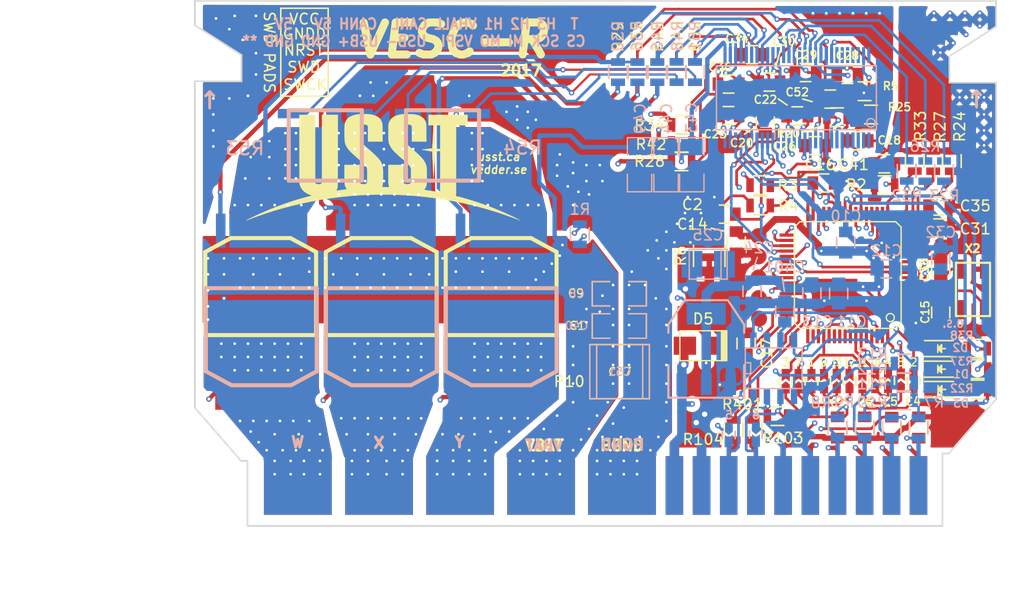
<source format=kicad_pcb>
(kicad_pcb (version 20221018) (generator pcbnew)
  (title_block (title "BLDC Driver 4.6") (date "30 Aug 2014") (rev "A") (company "Benjamin Vedder"))
  (layers (0 "F.Cu" signal) (1 "In1.Cu" signal "GND") (2 "In2.Cu" signal "GND2") (31 "B.Cu" signal) (34 "B.Paste" user) (35 "F.Paste" user) (36 "B.SilkS" user "B.Silkscreen") (37 "F.SilkS" user "F.Silkscreen") (38 "B.Mask" user) (39 "F.Mask" user) (44 "Edge.Cuts" user))
  (net 0 "")
  (net 1 "+5V")
  (net 2 "GND")
  (net 3 "NRST")
  (net 4 "Net-(C15-Pad1)")
  (net 5 "Net-(C16-Pad1)")
  (net 6 "Net-(C17-Pad1)")
  (net 7 "Net-(C18-Pad1)")
  (net 8 "Net-(C20-Pad2)")
  (net 9 "Net-(C22-Pad1)")
  (net 10 "Net-(C22-Pad2)")
  (net 11 "Net-(C23-Pad2)")
  (net 12 "Net-(C28-Pad2)")
  (net 13 "Net-(C29-Pad2)")
  (net 14 "Net-(C30-Pad2)")
  (net 15 "Net-(C34-Pad1)")
  (net 16 "Net-(C34-Pad2)")
  (net 17 "Net-(C36-Pad1)")
  (net 18 "Net-(C36-Pad2)")
  (net 19 "Net-(C38-Pad1)")
  (net 20 "Net-(Q1-PadG)")
  (net 21 "Net-(Q2-PadG)")
  (net 22 "Net-(Q3-PadG)")
  (net 23 "Net-(Q4-PadG)")
  (net 24 "Net-(Q5-PadG)")
  (net 25 "Net-(Q6-PadG)")
  (net 26 "Net-(R20-Pad1)")
  (net 27 "Net-(R25-Pad2)")
  (net 28 "SWCLK")
  (net 29 "SWDIO")
  (net 30 "VCC")
  (net 31 "V_SUPPLY")
  (net 32 "/MCU/AN_IN")
  (net 33 "/Mosfet driver/H1_LOW")
  (net 34 "/Mosfet driver/H3_LOW")
  (net 35 "/MCU/SENS1")
  (net 36 "/MCU/SENS2")
  (net 37 "/Mosfet driver/M_H1")
  (net 38 "/Mosfet driver/M_L1")
  (net 39 "/MCU/SENS3")
  (net 40 "/Mosfet driver/M_H2")
  (net 41 "/Mosfet driver/M_L2")
  (net 42 "/Mosfet driver/M_H3")
  (net 43 "/Mosfet driver/M_L3")
  (net 44 "/Mosfet driver/SH1_A")
  (net 45 "/Mosfet driver/SH1_B")
  (net 46 "/Mosfet driver/SH2_A")
  (net 47 "/Mosfet driver/SH2_B")
  (net 48 "/MCU/BR_SO2")
  (net 49 "/MCU/BR_SO1")
  (net 50 "/MCU/DC_CAL")
  (net 51 "/MCU/L3")
  (net 52 "/MCU/L2")
  (net 53 "/MCU/L1")
  (net 54 "/MCU/EN_GATE")
  (net 55 "/MCU/FAULT")
  (net 56 "/MCU/H3")
  (net 57 "/MCU/H2")
  (net 58 "/MCU/H1")
  (net 59 "/Filters/HALL3_OUT")
  (net 60 "/Filters/HALL2_OUT")
  (net 61 "/Filters/HALL1_OUT")
  (net 62 "/MCU/LED_GREEN")
  (net 63 "/MCU/LED_RED")
  (net 64 "/CAN bus transceiver/CAN_RX")
  (net 65 "/CAN bus transceiver/CAN_TX")
  (net 66 "/MCU/ADC_TEMP")
  (net 67 "Net-(D1-Pad2)")
  (net 68 "Net-(D2-Pad2)")
  (net 69 "Net-(D3-Pad2)")
  (net 70 "/Temp")
  (net 71 "/W")
  (net 72 "/X")
  (net 73 "/Y")
  (net 74 "/SCK")
  (net 75 "/MISO")
  (net 76 "/CS")
  (net 77 "/TX_SDA")
  (net 78 "/CAN_H")
  (net 79 "/RX_SCL_MOSI")
  (net 80 "/CAN_L")
  (net 81 "/MISO_2")
  (net 82 "/SCK_2")
  (net 83 "/H2")
  (net 84 "/H3")
  (net 85 "/H1")
  (net 86 "Net-(R5-Pad2)")
  (net 87 "GNDD")
  (net 88 "/CardEdge/CS")
  (net 89 "/CardEdge/MISO")
  (net 90 "/CardEdge/MOSI")
  (net 91 "/USB_P")
  (net 92 "/USBD_P")
  (net 93 "/USB_N")
  (net 94 "/USBD_N")
  (net 95 "/CardEdge/SCK")
  (footprint "CRF1:SMD-1206" (layer "F.Cu") (at 104.0892 131.3434 180)
    (fp_text reference "C1")
    (fp_text value "10u,50V" hide)
  )
  (footprint "Capacitors_SMD:C_0805" (layer "F.Cu") (at 113.9698 120.8532)
    (fp_text reference "C2")
    (fp_text value "100n")
  )
  (footprint "Capacitors_SMD:C_0805" (layer "F.Cu") (at 132.1816 140.8684 -90)
    (fp_text reference "C4")
    (fp_text value "4n7")
  )
  (footprint "Capacitors_SMD:C_0805" (layer "F.Cu") (at 129.6416 140.8938 -90)
    (fp_text reference "C5")
    (fp_text value "4n7")
  )
  (footprint "Capacitors_SMD:C_0805" (layer "F.Cu") (at 127.1016 140.8684 -90)
    (fp_text reference "C6")
    (fp_text value "4n7")
  )
  (footprint "Capacitors_SMD:C_0805" (layer "F.Cu") (at 124.5616 140.8684 -90)
    (fp_text reference "C7")
    (fp_text value "4n7")
  )
  (footprint "CRF1:SMD-1206" (layer "F.Cu") (at 104.0892 128.3208 180)
    (fp_text reference "C9")
    (fp_text value "10u,50V" hide)
  )
  (footprint "Capacitors_SMD:C_0805" (layer "F.Cu") (at 115.062 123.4854 90)
    (fp_text reference "C14")
    (fp_text value "2.2u")
  )
  (footprint "Capacitors_SMD:C_0805" (layer "F.Cu") (at 134.239 130.0734 -90)
    (fp_text reference "C15")
    (fp_text value "15p")
  )
  (footprint "Capacitors_SMD:C_0805" (layer "F.Cu") (at 123.2408 117.9322)
    (fp_text reference "C16")
    (fp_text value "2.2u")
  )
  (footprint "Capacitors_SMD:C_0805" (layer "F.Cu") (at 115.9764 132.985 90)
    (fp_text reference "C17")
    (fp_text value "2.2u")
  )
  (footprint "Capacitors_SMD:C_0805" (layer "F.Cu") (at 117.7798 112.2459 -90)
    (fp_text reference "C20")
    (fp_text value "2.2u")
  )
  (footprint "Capacitors_SMD:C_0805" (layer "F.Cu") (at 120.777 111.633 180)
    (fp_text reference "C22")
    (fp_text value "22n")
  )
  (footprint "Capacitors_SMD:C_0805" (layer "F.Cu") (at 114.3254 111.6076)
    (fp_text reference "C23")
    (fp_text value "2.2u")
  )
  (footprint "Capacitors_SMD:C_0805" (layer "F.Cu") (at 122.4534 114.427)
    (fp_text reference "C26")
    (fp_text value "2.2u")
  )
  (footprint "Capacitors_SMD:C_0805" (layer "F.Cu") (at 125.4854 107.7468)
    (fp_text reference "C28")
    (fp_text value "220n")
  )
  (footprint "Capacitors_SMD:C_0805" (layer "F.Cu") (at 121.5644 107.569)
    (fp_text reference "C29")
    (fp_text value "220n")
  )
  (footprint "Capacitors_SMD:C_0805" (layer "F.Cu") (at 118.1608 108.458)
    (fp_text reference "C30")
    (fp_text value "220n")
  )
  (footprint "Capacitors_SMD:C_0805" (layer "F.Cu") (at 134.0866 122.1486 180)
    (fp_text reference "C31")
    (fp_text value "2.2u")
  )
  (footprint "Capacitors_SMD:C_0805" (layer "F.Cu") (at 116.5352 105.8926 180)
    (fp_text reference "C34")
    (fp_text value "2.2n")
  )
  (footprint "Capacitors_SMD:C_0805" (layer "F.Cu") (at 134.096 120.0912 180)
    (fp_text reference "C35")
    (fp_text value "2.2u")
  )
  (footprint "Capacitors_SMD:C_0805" (layer "F.Cu") (at 114.3381 108.6485 180)
    (fp_text reference "C36")
    (fp_text value "2.2n")
  )
  (footprint "w_smd_cap:c_2220" (layer "F.Cu") (at 104.1146 135.636)
    (fp_text reference "C37")
    (fp_text value "15u,100V" hide)
  )
  (footprint "Capacitors_SMD:C_0805" (layer "F.Cu") (at 134.239 126.0188 90)
    (fp_text reference "C38")
    (fp_text value "15p")
  )
  (footprint "Capacitors_SMD:C_0805" (layer "F.Cu") (at 128.9398 116.1288 180)
    (fp_text reference "C41")
    (fp_text value "2.2u")
  )
  (footprint "Capacitors_SMD:C_0805" (layer "F.Cu") (at 123.8758 110.0582 180)
    (fp_text reference "C52")
    (fp_text value "2.2u")
  )
  (footprint "LEDs:LED_0805" (layer "F.Cu") (at 134.3152 135.3947)
    (fp_text reference "D1")
    (fp_text value "GREEN")
  )
  (footprint "LEDs:LED_0805" (layer "F.Cu") (at 134.3152 133.4643)
    (fp_text reference "D2")
    (fp_text value "RED")
  )
  (footprint "LEDs:LED_0805" (layer "F.Cu") (at 134.3406 137.2997)
    (fp_text reference "D3")
    (fp_text value "LED")
  )
  (footprint "w_smd_diode:do214ac" (layer "F.Cu") (at 111.96574 133.1976)
    (fp_text reference "D5")
    (fp_text value "TVS 5V" hide)
  )
  (footprint "CRF1:D2PAK-7-GDS" (layer "F.Cu") (at 70.44 132.90042)
    (fp_text reference "Q1" hide)
    (fp_text value "IRFS7530" hide)
  )
  (footprint "CRF1:D2PAK-7-GDS" (layer "F.Cu") (at 81.75 132.90042)
    (fp_text reference "Q3" hide)
    (fp_text value "IRFS7530" hide)
  )
  (footprint "CRF1:D2PAK-7-GDS" (layer "F.Cu") (at 93 132.90042)
    (fp_text reference "Q5" hide)
    (fp_text value "IRFS7530" hide)
  )
  (footprint "Resistors_SMD:R_0805" (layer "F.Cu") (at 128.971 118.1354 180)
    (fp_text reference "R2")
    (fp_text value "10k")
  )
  (footprint "Resistors_SMD:R_0805" (layer "F.Cu") (at 117.2972 118.1354)
    (fp_text reference "R3")
    (fp_text value "39k")
  )
  (footprint "Resistors_SMD:R_0805" (layer "F.Cu") (at 117.2972 120.0404)
    (fp_text reference "R4")
    (fp_text value "2k2")
  )
  (footprint "Resistors_SMD:R_0805" (layer "F.Cu") (at 124.5108 111.76 180)
    (fp_text reference "R20")
    (fp_text value "10k")
  )
  (footprint "Resistors_SMD:R_0805" (layer "F.Cu") (at 137.6934 137.2997)
    (fp_text reference "R22")
    (fp_text value "2k2")
  )
  (footprint "Resistors_SMD:R_0805" (layer "F.Cu") (at 135.2804 115.8748 -90)
    (fp_text reference "R24")
    (fp_text value "2k2")
  )
  (footprint "Resistors_SMD:R_0805" (layer "F.Cu") (at 127.6985 111.506)
    (fp_text reference "R25")
    (fp_text value "1M")
  )
  (footprint "Resistors_SMD:R_0805" (layer "F.Cu") (at 109.9185 115.9002)
    (fp_text reference "R28")
    (fp_text value "4R7")
  )
  (footprint "Resistors_SMD:R_0805" (layer "F.Cu") (at 103.9622 107.5309 90)
    (fp_text reference "R29")
    (fp_text value "4R7")
  )
  (footprint "Resistors_SMD:R_0805" (layer "F.Cu") (at 131.8006 115.8596 -90)
    (fp_text reference "R33")
    (fp_text value "2k2")
  )
  (footprint "Resistors_SMD:R_0805" (layer "F.Cu") (at 109.9439 112.4839)
    (fp_text reference "R34")
    (fp_text value "4R7")
  )
  (footprint "Resistors_SMD:R_0805" (layer "F.Cu") (at 105.7783 107.5309 90)
    (fp_text reference "R35")
    (fp_text value "4R7")
  )
  (footprint "Resistors_SMD:R_0805" (layer "F.Cu") (at 137.6934 135.3947)
    (fp_text reference "R37")
    (fp_text value "100R")
  )
  (footprint "Resistors_SMD:R_0805" (layer "F.Cu") (at 137.668 133.4643)
    (fp_text reference "R38")
    (fp_text value "100R")
  )
  (footprint "Resistors_SMD:R_0805" (layer "F.Cu") (at 109.9312 114.1857)
    (fp_text reference "R42")
    (fp_text value "4R7")
  )
  (footprint "Resistors_SMD:R_0805" (layer "F.Cu") (at 107.6452 107.5309 90)
    (fp_text reference "R43")
    (fp_text value "4R7")
  )
  (footprint "Resistors_SMD:R_0805" (layer "F.Cu") (at 109.4613 107.5182 90)
    (fp_text reference "R49")
    (fp_text value "100R")
  )
  (footprint "Resistors_SMD:R_0805" (layer "F.Cu") (at 111.1885 107.5309 90)
    (fp_text reference "R50")
    (fp_text value "100R")
  )
  (footprint "Resistors_SMD:R_0805" (layer "F.Cu") (at 116.586 141.1122 -90)
    (fp_text reference "R103")
    (fp_text value "22R")
  )
  (footprint "Resistors_SMD:R_0805" (layer "F.Cu") (at 114.808 141.1122 -90)
    (fp_text reference "R104")
    (fp_text value "22R")
  )
  (footprint "Resistors_SMD:R_0805" (layer "F.Cu") (at 118.9228 139.8016)
    (fp_text reference "R401")
    (fp_text value "NI")
  )
  (footprint "CRF1:lqfp64_pad_mod" (layer "F.Cu") (at 125.51664 126.56566 90)
    (fp_text reference "U1" hide)
    (fp_text value "STM32F40X_LQFP64" hide)
  )
  (footprint "CRF1:Crystal_5x3mm" (layer "F.Cu") (at 137.2616 127.9144 90)
    (fp_text reference "X2")
    (fp_text value "CRYSTAL_GROUND_PIN" hide)
  )
  (footprint "USST-footprints:TE2007088-1_Edge_Long" (layer "F.Cu") (at 99.385 146.854)
    (fp_text reference "P10")
    (fp_text value "AMP17614426-2_EDGE")
  )
  (footprint "Measurement_Points:Measurement_Point_Round-SMD-Pad_Small" (layer "F.Cu") (at 117.1448 122.9106)
    (fp_text reference "VCC")
    (fp_text value "SWD_VCC")
  )
  (footprint "Measurement_Points:Measurement_Point_Round-SMD-Pad_Small" (layer "F.Cu") (at 117.1956 130.6576)
    (fp_text reference "SWCK")
    (fp_text value "SWCLK")
  )
  (footprint "Measurement_Points:Measurement_Point_Round-SMD-Pad_Small" (layer "F.Cu") (at 117.1702 128.7272)
    (fp_text reference "SWD")
    (fp_text value "SWDIO")
  )
  (footprint "Measurement_Points:Measurement_Point_Round-SMD-Pad_Small" (layer "F.Cu") (at 117.1448 126.7968)
    (fp_text reference "NRST")
    (fp_text value "NRST")
  )
  (footprint "Measurement_Points:Measurement_Point_Round-SMD-Pad_Small" (layer "F.Cu") (at 117.1448 124.8156)
    (fp_text reference "GNDD")
    (fp_text value "SWD_GND")
  )
  (footprint "Resistors_SMD:R_0805" (layer "F.Cu") (at 127.0914 109.3216)
    (fp_text reference "R5")
    (fp_text value "1k")
  )
  (footprint "Resistors_SMD:R_0805" (layer "F.Cu") (at 133.5278 115.8748 -90)
    (fp_text reference "R27")
    (fp_text value "2k2")
  )
  (footprint "Resistors_SMD:R_1210" (layer "F.Cu") (at 112.522 124.7648 90)
    (fp_text reference "R6")
    (fp_text value "0")
  )
  (footprint "USST-footprints:J_0603" (layer "F.Cu") (at 122.10796 136.525 90)
    (fp_text reference "1")
    (fp_text value "Jumper_NC_Small")
  )
  (footprint "USST-footprints:J_0603" (layer "F.Cu") (at 131.68376 136.4742 90)
    (fp_text reference "2")
    (fp_text value "Jumper_NC_Small")
  )
  (footprint "USST-footprints:J_0603" (layer "F.Cu") (at 119.69496 136.525 90)
    (fp_text reference "3")
    (fp_text value "Jumper_NC_Small")
  )
  (footprint "USST-footprints:J_0603" (layer "F.Cu") (at 129.29616 136.4742 90)
    (fp_text reference "4")
    (fp_text value "Jumper_NC_Small")
  )
  (footprint "USST-footprints:J_0603" (layer "F.Cu") (at 120.904 136.525 90)
    (fp_text reference "7")
    (fp_text value "Jumper_NC_Small")
  )
  (footprint "USST-footprints:J_0603" (layer "F.Cu") (at 130.48996 136.4742 90)
    (fp_text reference "8")
    (fp_text value "Jumper_NC_Small")
  )
  (footprint "USST-footprints:J_0603" (layer "F.Cu") (at 128.0922 136.4996 90)
    (fp_text reference "10")
    (fp_text value "Jumper_NC_Small")
  )
  (footprint "USST-footprints:J_0603" (layer "F.Cu") (at 126.88824 136.4996 90)
    (fp_text reference "11")
    (fp_text value "Jumper_NC_Small")
  )
  (footprint "USST-footprints:J_0603" (layer "F.Cu") (at 125.6792 136.4996 90)
    (fp_text reference "12")
    (fp_text value "Jumper_NC_Small")
  )
  (footprint "USST-footprints:J_0603" (layer "F.Cu") (at 124.4854 136.5116 90)
    (fp_text reference "13")
    (fp_text value "Jumper_NC_Small")
  )
  (footprint "USST-footprints:J_0603" (layer "F.Cu") (at 123.2916 136.525 90)
    (fp_text reference "9")
    (fp_text value "Jumper_NC_Small")
  )
  (footprint "Capacitors_SMD:C_0805" (layer "F.Cu") (at 126.4412 113.9698)
    (fp_text reference "C18")
    (fp_text value "2.2u")
  )
  (footprint "USST-footprints:USSTLOGO" (layer "F.Cu") (at 81.915 116.459)
    (fp_text reference "G***" hide)
    (fp_text value "LOGO" hide)
  )
  (footprint "USST-footprints:VIA_STICH_0.5" (layer "F.Cu") (at 94.75 143.002)
    (fp_text reference "REF**" hide)
    (fp_text value "VIA_STICH_0.5" hide)
  )
  (footprint "USST-footprints:VIA_STICH_0.5" (layer "F.Cu") (at 96 142)
    (fp_text reference "REF**" hide)
    (fp_text value "VIA_STICH_0.5" hide)
  )
  (footprint "USST-footprints:VIA_STICH_0.5" (layer "F.Cu") (at 97 141)
    (fp_text reference "REF**" hide)
    (fp_text value "VIA_STICH_0.5" hide)
  )
  (footprint "USST-footprints:VIA_STICH_0.5" (layer "F.Cu") (at 98.25 139.75)
    (fp_text reference "REF**" hide)
    (fp_text value "VIA_STICH_0.5" hide)
  )
  (footprint "USST-footprints:VIA_STICH_0.5" (layer "F.Cu") (at 99.75 138.5)
    (fp_text reference "REF**" hide)
    (fp_text value "VIA_STICH_0.5" hide)
  )
  (footprint "USST-footprints:VIA_STICH_0.5" (layer "F.Cu") (at 99.75 136.75)
    (fp_text reference "REF**" hide)
    (fp_text value "VIA_STICH_0.5" hide)
  )
  (footprint "USST-footprints:VIA_STICH_0.5" (layer "F.Cu") (at 99.75 135)
    (fp_text reference "REF**" hide)
    (fp_text value "VIA_STICH_0.5" hide)
  )
  (footprint "USST-footprints:VIA_STICH_0.5" (layer "F.Cu") (at 99.75 133.25)
    (fp_text reference "REF**" hide)
    (fp_text value "VIA_STICH_0.5" hide)
  )
  (footprint "USST-footprints:VIA_STICH_0.5" (layer "F.Cu") (at 99.75 131.25)
    (fp_text reference "REF**" hide)
    (fp_text value "VIA_STICH_0.5" hide)
  )
  (footprint "USST-footprints:VIA_STICH_0.5" (layer "F.Cu") (at 101 129.75)
    (fp_text reference "REF**" hide)
    (fp_text value "VIA_STICH_0.5" hide)
  )
  (footprint "USST-footprints:VIA_STICH_0.5" (layer "F.Cu") (at 103.5 127.5)
    (fp_text reference "REF**" hide)
    (fp_text value "VIA_STICH_0.5" hide)
  )
  (footprint "USST-footprints:VIA_STICH_0.5" (layer "F.Cu") (at 103.5 129.75)
    (fp_text reference "REF**" hide)
    (fp_text value "VIA_STICH_0.5" hide)
  )
  (footprint "USST-footprints:VIA_STICH_0.5" (layer "F.Cu") (at 103.5 131.25)
    (fp_text reference "REF**" hide)
    (fp_text value "VIA_STICH_0.5" hide)
  )
  (footprint "USST-footprints:VIA_STICH_0.5" (layer "F.Cu") (at 103.5 133.25)
    (fp_text reference "REF**" hide)
    (fp_text value "VIA_STICH_0.5" hide)
  )
  (footprint "USST-footprints:VIA_STICH_0.5" (layer "F.Cu") (at 103.5 135)
    (fp_text reference "REF**" hide)
    (fp_text value "VIA_STICH_0.5" hide)
  )
  (footprint "USST-footprints:VIA_STICH_0.5" (layer "F.Cu") (at 103.5 136.75)
    (fp_text reference "REF**" hide)
    (fp_text value "VIA_STICH_0.5" hide)
  )
  (footprint "USST-footprints:VIA_STICH_0.5" (layer "F.Cu") (at 103 138.5)
    (fp_text reference "REF**" hide)
    (fp_text value "VIA_STICH_0.5" hide)
  )
  (footprint "USST-footprints:VIA_STICH_0.5" (layer "F.Cu") (at 102 139.75)
    (fp_text reference "REF**" hide)
    (fp_text value "VIA_STICH_0.5" hide)
  )
  (footprint "USST-footprints:VIA_STICH_0.5" (layer "F.Cu") (at 101.25 141)
    (fp_text reference "REF**" hide)
    (fp_text value "VIA_STICH_0.5" hide)
  )
  (footprint "USST-footprints:VIA_STICH_0.5" (layer "F.Cu") (at 100.5 142)
    (fp_text reference "REF**" hide)
    (fp_text value "VIA_STICH_0.5" hide)
  )
  (footprint "USST-footprints:VIA_STICH_0.5" (layer "F.Cu") (at 99.75 143)
    (fp_text reference "REF**" hide)
    (fp_text value "VIA_STICH_0.5" hide)
  )
  (footprint "USST-footprints:VIA_STICH_0.5" (layer "F.Cu") (at 98.5 143)
    (fp_text reference "REF**" hide)
    (fp_text value "VIA_STICH_0.5" hide)
  )
  (footprint "USST-footprints:VIA_STICH_0.5" (layer "F.Cu") (at 97.25 143)
    (fp_text reference "REF**" hide)
    (fp_text value "VIA_STICH_0.5" hide)
  )
  (footprint "USST-footprints:VIA_STICH_0.5" (layer "F.Cu") (at 96 143)
    (fp_text reference "REF**" hide)
    (fp_text value "VIA_STICH_0.5" hide)
  )
  (footprint "USST-footprints:VIA_STICH_0.5" (layer "F.Cu") (at 97.5 142)
    (fp_text reference "REF**" hide)
    (fp_text value "VIA_STICH_0.5" hide)
  )
  (footprint "USST-footprints:VIA_STICH_0.5" (layer "F.Cu") (at 98.75 142)
    (fp_text reference "REF**" hide)
    (fp_text value "VIA_STICH_0.5" hide)
  )
  (footprint "USST-footprints:VIA_STICH_0.5" (layer "F.Cu") (at 102.5 128.5)
    (fp_text reference "REF**" hide)
    (fp_text value "VIA_STICH_0.5" hide)
  )
  (footprint "USST-footprints:VIA_STICH_0.5" (layer "F.Cu") (at 101 131)
    (fp_text reference "REF**" hide)
    (fp_text value "VIA_STICH_0.5" hide)
  )
  (footprint "USST-footprints:VIA_STICH_0.5" (layer "F.Cu") (at 102.25 130)
    (fp_text reference "REF**" hide)
    (fp_text value "VIA_STICH_0.5" hide)
  )
  (footprint "USST-footprints:VIA_STICH_0.5" (layer "F.Cu") (at 94.75 144)
    (fp_text reference "REF**" hide)
    (fp_text value "VIA_STICH_0.5" hide)
  )
  (footprint "USST-footprints:VIA_STICH_0.5" (layer "F.Cu") (at 96 144)
    (fp_text reference "REF**" hide)
    (fp_text value "VIA_STICH_0.5" hide)
  )
  (footprint "USST-footprints:VIA_STICH_0.5" (layer "F.Cu") (at 97.25 144)
    (fp_text reference "REF**" hide)
    (fp_text value "VIA_STICH_0.5" hide)
  )
  (footprint "USST-footprints:VIA_STICH_0.5" (layer "F.Cu") (at 98.5 144)
    (fp_text reference "REF**" hide)
    (fp_text value "VIA_STICH_0.5" hide)
  )
  (footprint "USST-footprints:VIA_STICH_0.5" (layer "F.Cu") (at 98.5 145.25)
    (fp_text reference "REF**" hide)
    (fp_text value "VIA_STICH_0.5" hide)
  )
  (footprint "USST-footprints:VIA_STICH_0.5" (layer "F.Cu") (at 97.25 145.25)
    (fp_text reference "REF**" hide)
    (fp_text value "VIA_STICH_0.5" hide)
  )
  (footprint "USST-footprints:VIA_STICH_0.5" (layer "F.Cu") (at 96 145.25)
    (fp_text reference "REF**" hide)
    (fp_text value "VIA_STICH_0.5" hide)
  )
  (footprint "USST-footprints:VIA_STICH_0.5" (layer "F.Cu") (at 94.75 145.25)
    (fp_text reference "REF**" hide)
    (fp_text value "VIA_STICH_0.5" hide)
  )
  (footprint "USST-footprints:VIA_STICH_0.5" (layer "F.Cu") (at 97.75 125.5)
    (fp_text reference "REF**" hide)
    (fp_text value "VIA_STICH_0.5" hide)
  )
  (footprint "USST-footprints:VIA_STICH_0.5" (layer "F.Cu") (at 97 126.25)
    (fp_text reference "REF**" hide)
    (fp_text value "VIA_STICH_0.5" hide)
  )
  (footprint "USST-footprints:VIA_STICH_0.5" (layer "F.Cu") (at 96.25 127)
    (fp_text reference "REF**" hide)
    (fp_text value "VIA_STICH_0.5" hide)
  )
  (footprint "USST-footprints:VIA_STICH_0.5" (layer "F.Cu") (at 95.5 127.75)
    (fp_text reference "REF**" hide)
    (fp_text value "VIA_STICH_0.5" hide)
  )
  (footprint "USST-footprints:VIA_STICH_0.5" (layer "F.Cu") (at 98.5 124.75)
    (fp_text reference "REF**" hide)
    (fp_text value "VIA_STICH_0.5" hide)
  )
  (footprint "USST-footprints:VIA_STICH_0.5" (layer "F.Cu") (at 98.75 123.75)
    (fp_text reference "REF**" hide)
    (fp_text value "VIA_STICH_0.5" hide)
  )
  (footprint "USST-footprints:VIA_STICH_0.5" (layer "F.Cu") (at 96.25 125)
    (fp_text reference "REF**" hide)
    (fp_text value "VIA_STICH_0.5" hide)
  )
  (footprint "USST-footprints:VIA_STICH_0.5" (layer "F.Cu") (at 95 125)
    (fp_text reference "REF**" hide)
    (fp_text value "VIA_STICH_0.5" hide)
  )
  (footprint "USST-footprints:VIA_STICH_0.5" (layer "F.Cu") (at 93.75 125)
    (fp_text reference "REF**" hide)
    (fp_text value "VIA_STICH_0.5" hide)
  )
  (footprint "USST-footprints:VIA_STICH_0.5" (layer "F.Cu") (at 92.5 125)
    (fp_text reference "REF**" hide)
    (fp_text value "VIA_STICH_0.5" hide)
  )
  (footprint "USST-footprints:VIA_STICH_0.5" (layer "F.Cu") (at 91.25 125)
    (fp_text reference "REF**" hide)
    (fp_text value "VIA_STICH_0.5" hide)
  )
  (footprint "USST-footprints:VIA_STICH_0.5" (layer "F.Cu") (at 90 125)
    (fp_text reference "REF**" hide)
    (fp_text value "VIA_STICH_0.5" hide)
  )
  (footprint "USST-footprints:VIA_STICH_0.5" (layer "F.Cu") (at 88.75 125)
    (fp_text reference "REF**" hide)
    (fp_text value "VIA_STICH_0.5" hide)
  )
  (footprint "USST-footprints:VIA_STICH_0.5" (layer "F.Cu") (at 87.5 125)
    (fp_text reference "REF**" hide)
    (fp_text value "VIA_STICH_0.5" hide)
  )
  (footprint "USST-footprints:VIA_STICH_0.5" (layer "F.Cu") (at 86 125)
    (fp_text reference "REF**" hide)
    (fp_text value "VIA_STICH_0.5" hide)
  )
  (footprint "USST-footprints:VIA_STICH_0.5" (layer "F.Cu") (at 84.5 125)
    (fp_text reference "REF**" hide)
    (fp_text value "VIA_STICH_0.5" hide)
  )
  (footprint "USST-footprints:VIA_STICH_0.5" (layer "F.Cu") (at 83.25 125)
    (fp_text reference "REF**" hide)
    (fp_text value "VIA_STICH_0.5" hide)
  )
  (footprint "USST-footprints:VIA_STICH_0.5" (layer "F.Cu") (at 82 125)
    (fp_text reference "REF**" hide)
    (fp_text value "VIA_STICH_0.5" hide)
  )
  (footprint "USST-footprints:VIA_STICH_0.5" (layer "F.Cu") (at 80.75 125)
    (fp_text reference "REF**" hide)
    (fp_text value "VIA_STICH_0.5" hide)
  )
  (footprint "USST-footprints:VIA_STICH_0.5" (layer "F.Cu") (at 79.5 125)
    (fp_text reference "REF**" hide)
    (fp_text value "VIA_STICH_0.5" hide)
  )
  (footprint "USST-footprints:VIA_STICH_0.5" (layer "F.Cu") (at 78 125)
    (fp_text reference "REF**" hide)
    (fp_text value "VIA_STICH_0.5" hide)
  )
  (footprint "USST-footprints:VIA_STICH_0.5" (layer "F.Cu") (at 76.5 125)
    (fp_text reference "REF**" hide)
    (fp_text value "VIA_STICH_0.5" hide)
  )
  (footprint "USST-footprints:VIA_STICH_0.5" (layer "F.Cu") (at 75 125)
    (fp_text reference "REF**" hide)
    (fp_text value "VIA_STICH_0.5" hide)
  )
  (footprint "USST-footprints:VIA_STICH_0.5" (layer "F.Cu") (at 73.5 125)
    (fp_text reference "REF**" hide)
    (fp_text value "VIA_STICH_0.5" hide)
  )
  (footprint "USST-footprints:VIA_STICH_0.5" (layer "F.Cu") (at 72.25 125)
    (fp_text reference "REF**" hide)
    (fp_text value "VIA_STICH_0.5" hide)
  )
  (footprint "USST-footprints:VIA_STICH_0.5" (layer "F.Cu") (at 71 125)
    (fp_text reference "REF**" hide)
    (fp_text value "VIA_STICH_0.5" hide)
  )
  (footprint "USST-footprints:VIA_STICH_0.5" (layer "F.Cu") (at 69.75 125)
    (fp_text reference "REF**" hide)
    (fp_text value "VIA_STICH_0.5" hide)
  )
  (footprint "USST-footprints:VIA_STICH_0.5" (layer "F.Cu") (at 68.5 125)
    (fp_text reference "REF**" hide)
    (fp_text value "VIA_STICH_0.5" hide)
  )
  (footprint "USST-footprints:VIA_STICH_0.5" (layer "F.Cu") (at 67 125)
    (fp_text reference "REF**" hide)
    (fp_text value "VIA_STICH_0.5" hide)
  )
  (footprint "USST-footprints:VIA_STICH_0.5" (layer "F.Cu") (at 65.5 125)
    (fp_text reference "REF**" hide)
    (fp_text value "VIA_STICH_0.5" hide)
  )
  (footprint "USST-footprints:VIA_STICH_0.5" (layer "F.Cu") (at 65.5 126.5)
    (fp_text reference "REF**" hide)
    (fp_text value "VIA_STICH_0.5" hide)
  )
  (footprint "USST-footprints:VIA_STICH_0.5" (layer "F.Cu") (at 65.5 128)
    (fp_text reference "REF**" hide)
    (fp_text value "VIA_STICH_0.5" hide)
  )
  (footprint "USST-footprints:VIA_STICH_0.5" (layer "F.Cu") (at 65.5 129.5)
    (fp_text reference "REF**" hide)
    (fp_text value "VIA_STICH_0.5" hide)
  )
  (footprint "USST-footprints:VIA_STICH_0.5" (layer "F.Cu") (at 65.5 130.75)
    (fp_text reference "REF**" hide)
    (fp_text value "VIA_STICH_0.5" hide)
  )
  (footprint "USST-footprints:VIA_STICH_0.5" (layer "F.Cu") (at 67 128.75)
    (fp_text reference "REF**" hide)
    (fp_text value "VIA_STICH_0.5" hide)
  )
  (footprint "USST-footprints:VIA_STICH_0.5" (layer "F.Cu") (at 68.5 127.75)
    (fp_text reference "REF**" hide)
    (fp_text value "VIA_STICH_0.5" hide)
  )
  (footprint "USST-footprints:VIA_STICH_0.5" (layer "F.Cu") (at 69.75 127.75)
    (fp_text reference "REF**" hide)
    (fp_text value "VIA_STICH_0.5" hide)
  )
  (footprint "USST-footprints:VIA_STICH_0.5" (layer "F.Cu") (at 71 127.75)
    (fp_text reference "REF**" hide)
    (fp_text value "VIA_STICH_0.5" hide)
  )
  (footprint "USST-footprints:VIA_STICH_0.5" (layer "F.Cu") (at 72.25 127.75)
    (fp_text reference "REF**" hide)
    (fp_text value "VIA_STICH_0.5" hide)
  )
  (footprint "USST-footprints:VIA_STICH_0.5" (layer "F.Cu") (at 73.5 127.75)
    (fp_text reference "REF**" hide)
    (fp_text value "VIA_STICH_0.5" hide)
  )
  (footprint "USST-footprints:VIA_STICH_0.5" (layer "F.Cu") (at 75 127.75)
    (fp_text reference "REF**" hide)
    (fp_text value "VIA_STICH_0.5" hide)
  )
  (footprint "USST-footprints:VIA_STICH_0.5" (layer "F.Cu") (at 76.5 127.75)
    (fp_text reference "REF**" hide)
    (fp_text value "VIA_STICH_0.5" hide)
  )
  (footprint "USST-footprints:VIA_STICH_0.5" (layer "F.Cu") (at 78 127.75)
    (fp_text reference "REF**" hide)
    (fp_text value "VIA_STICH_0.5" hide)
  )
  (footprint "USST-footprints:VIA_STICH_0.5" (layer "F.Cu") (at 79.5 127.75)
    (fp_text reference "REF**" hide)
    (fp_text value "VIA_STICH_0.5" hide)
  )
  (footprint "USST-footprints:VIA_STICH_0.5" (layer "F.Cu") (at 80.75 127.75)
    (fp_text reference "REF**" hide)
    (fp_text value "VIA_STICH_0.5" hide)
  )
  (footprint "USST-footprints:VIA_STICH_0.5" (layer "F.Cu") (at 82 127.75)
    (fp_text reference "REF**" hide)
    (fp_text value "VIA_STICH_0.5" hide)
  )
  (footprint "USST-footprints:VIA_STICH_0.5" (layer "F.Cu") (at 83.25 127.75)
    (fp_text reference "REF**" hide)
    (fp_text value "VIA_STICH_0.5" hide)
  )
  (footprint "USST-footprints:VIA_STICH_0.5" (layer "F.Cu") (at 84.5 127.75)
    (fp_text reference "REF**" hide)
    (fp_text value "VIA_STICH_0.5" hide)
  )
  (footprint "USST-footprints:VIA_STICH_0.5" (layer "F.Cu") (at 86 127.75)
    (fp_text reference "REF**" hide)
    (fp_text value "VIA_STICH_0.5" hide)
  )
  (footprint "USST-footprints:VIA_STICH_0.5" (layer "F.Cu") (at 87.5 127.75)
    (fp_text reference "REF**" hide)
    (fp_text value "VIA_STICH_0.5" hide)
  )
  (footprint "USST-footprints:VIA_STICH_0.5" (layer "F.Cu") (at 88.75 127.75)
    (fp_text reference "REF**" hide)
    (fp_text value "VIA_STICH_0.5" hide)
  )
  (footprint "USST-footprints:VIA_STICH_0.5" (layer "F.Cu") (at 90 127.75)
    (fp_text reference "REF**" hide)
    (fp_text value "VIA_STICH_0.5" hide)
  )
  (footprint "USST-footprints:VIA_STICH_0.5" (layer "F.Cu") (at 91.25 127.75)
    (fp_text reference "REF**" hide)
    (fp_text value "VIA_STICH_0.5" hide)
  )
  (footprint "USST-footprints:VIA_STICH_0.5" (layer "F.Cu") (at 92.5 127.75)
    (fp_text reference "REF**" hide)
    (fp_text value "VIA_STICH_0.5" hide)
  )
  (footprint "USST-footprints:VIA_STICH_0.5" (layer "F.Cu") (at 93.75 127.75)
    (fp_text reference "REF**" hide)
    (fp_text value "VIA_STICH_0.5" hide)
  )
  (footprint "USST-footprints:VIA_STICH_0.5" (layer "F.Cu") (at 88.75 126.25)
    (fp_text reference "REF**" hide)
    (fp_text value "VIA_STICH_0.5" hide)
  )
  (footprint "USST-footprints:VIA_STICH_0.5" (layer "F.Cu") (at 77.25 126.5)
    (fp_text reference "REF**" hide)
    (fp_text value "VIA_STICH_0.5" hide)
  )
  (footprint "USST-footprints:VIA_STICH_0.5" (layer "F.Cu") (at 86.25 126.5)
    (fp_text reference "REF**" hide)
    (fp_text value "VIA_STICH_0.5" hide)
  )
  (footprint "USST-footprints:VIA_STICH_0.5" (layer "F.Cu") (at 75 126.25)
    (fp_text reference "REF**" hide)
    (fp_text value "VIA_STICH_0.5" hide)
  )
  (footprint "USST-footprints:VIA_STICH_0.5" (layer "F.Cu") (at 67 126.5)
    (fp_text reference "REF**" hide)
    (fp_text value "VIA_STICH_0.5" hide)
  )
  (footprint "USST-footprints:VIA_STICH_0.5" (layer "F.Cu") (at 69.75 126.5)
    (fp_text reference "REF**" hide)
    (fp_text value "VIA_STICH_0.5" hide)
  )
  (footprint "USST-footprints:VIA_STICH_0.5" (layer "F.Cu") (at 72.25 126.5)
    (fp_text reference "REF**" hide)
    (fp_text value "VIA_STICH_0.5" hide)
  )
  (footprint "USST-footprints:VIA_STICH_0.5" (layer "F.Cu") (at 79.5 126.5)
    (fp_text reference "REF**" hide)
    (fp_text value "VIA_STICH_0.5" hide)
  )
  (footprint "USST-footprints:VIA_STICH_0.5" (layer "F.Cu") (at 82 126.5)
    (fp_text reference "REF**" hide)
    (fp_text value "VIA_STICH_0.5" hide)
  )
  (footprint "USST-footprints:VIA_STICH_0.5" (layer "F.Cu") (at 84.5 126.5)
    (fp_text reference "REF**" hide)
    (fp_text value "VIA_STICH_0.5" hide)
  )
  (footprint "USST-footprints:VIA_STICH_0.5" (layer "F.Cu") (at 91.25 126.25)
    (fp_text reference "REF**" hide)
    (fp_text value "VIA_STICH_0.5" hide)
  )
  (footprint "USST-footprints:VIA_STICH_0.5" (layer "F.Cu") (at 93.75 126.25)
    (fp_text reference "REF**" hide)
    (fp_text value "VIA_STICH_0.5" hide)
  )
  (footprint "USST-footprints:VIA_STICH_0.5" (layer "F.Cu") (at 102 143)
    (fp_text reference "REF**" hide)
    (fp_text value "VIA_STICH_0.5" hide)
  )
  (footprint "USST-footprints:VIA_STICH_0.5" (layer "F.Cu") (at 103.25 143)
    (fp_text reference "REF**" hide)
    (fp_text value "VIA_STICH_0.5" hide)
  )
  (footprint "USST-footprints:VIA_STICH_0.5" (layer "F.Cu") (at 104.5 143)
    (fp_text reference "REF**" hide)
    (fp_text value "VIA_STICH_0.5" hide)
  )
  (footprint "USST-footprints:VIA_STICH_0.5" (layer "F.Cu") (at 105.75 143)
    (fp_text reference "REF**" hide)
    (fp_text value "VIA_STICH_0.5" hide)
  )
  (footprint "USST-footprints:VIA_STICH_0.5" (layer "F.Cu") (at 107 143)
    (fp_text reference "REF**" hide)
    (fp_text value "VIA_STICH_0.5" hide)
  )
  (footprint "USST-footprints:VIA_STICH_0.5" (layer "F.Cu") (at 105.75 144)
    (fp_text reference "REF**" hide)
    (fp_text value "VIA_STICH_0.5" hide)
  )
  (footprint "USST-footprints:VIA_STICH_0.5" (layer "F.Cu") (at 104.5 144)
    (fp_text reference "REF**" hide)
    (fp_text value "VIA_STICH_0.5" hide)
  )
  (footprint "USST-footprints:VIA_STICH_0.5" (layer "F.Cu") (at 103.25 144)
    (fp_text reference "REF**" hide)
    (fp_text value "VIA_STICH_0.5" hide)
  )
  (footprint "USST-footprints:VIA_STICH_0.5" (layer "F.Cu") (at 102 144)
    (fp_text reference "REF**" hide)
    (fp_text value "VIA_STICH_0.5" hide)
  )
  (footprint "USST-footprints:VIA_STICH_0.5" (layer "F.Cu") (at 102 145.25)
    (fp_text reference "REF**" hide)
    (fp_text value "VIA_STICH_0.5" hide)
  )
  (footprint "USST-footprints:VIA_STICH_0.5" (layer "F.Cu") (at 103.25 145.25)
    (fp_text reference "REF**" hide)
    (fp_text value "VIA_STICH_0.5" hide)
  )
  (footprint "USST-footprints:VIA_STICH_0.5" (layer "F.Cu") (at 104.5 145.25)
    (fp_text reference "REF**" hide)
    (fp_text value "VIA_STICH_0.5" hide)
  )
  (footprint "USST-footprints:VIA_STICH_0.5" (layer "F.Cu") (at 105.75 145.25)
    (fp_text reference "REF**" hide)
    (fp_text value "VIA_STICH_0.5" hide)
  )
  (footprint "USST-footprints:VIA_STICH_0.5" (layer "F.Cu") (at 102.5 141.75)
    (fp_text reference "REF**" hide)
    (fp_text value "VIA_STICH_0.5" hide)
  )
  (footprint "USST-footprints:VIA_STICH_0.5" (layer "F.Cu") (at 103.5 140.5)
    (fp_text reference "REF**" hide)
    (fp_text value "VIA_STICH_0.5" hide)
  )
  (footprint "USST-footprints:VIA_STICH_0.5" (layer "F.Cu") (at 104.5 139)
    (fp_text reference "REF**" hide)
    (fp_text value "VIA_STICH_0.5" hide)
  )
  (footprint "USST-footprints:VIA_STICH_0.5" (layer "F.Cu") (at 105 136.75)
    (fp_text reference "REF**" hide)
    (fp_text value "VIA_STICH_0.5" hide)
  )
  (footprint "USST-footprints:VIA_STICH_0.5" (layer "F.Cu") (at 105 135)
    (fp_text reference "REF**" hide)
    (fp_text value "VIA_STICH_0.5" hide)
  )
  (footprint "USST-footprints:VIA_STICH_0.5" (layer "F.Cu") (at 105 133.25)
    (fp_text reference "REF**" hide)
    (fp_text value "VIA_STICH_0.5" hide)
  )
  (footprint "USST-footprints:VIA_STICH_0.5" (layer "F.Cu") (at 105 131.25)
    (fp_text reference "REF**" hide)
    (fp_text value "VIA_STICH_0.5" hide)
  )
  (footprint "USST-footprints:VIA_STICH_0.5" (layer "F.Cu") (at 105 129.75)
    (fp_text reference "REF**" hide)
    (fp_text value "VIA_STICH_0.5" hide)
  )
  (footprint "USST-footprints:VIA_STICH_0.5" (layer "F.Cu") (at 105 127.5)
    (fp_text reference "REF**" hide)
    (fp_text value "VIA_STICH_0.5" hide)
  )
  (footprint "USST-footprints:VIA_STICH_0.5" (layer "F.Cu") (at 105.25 126.25)
    (fp_text reference "REF**" hide)
    (fp_text value "VIA_STICH_0.5" hide)
  )
  (footprint "USST-footprints:VIA_STICH_0.5" (layer "F.Cu") (at 106.75 124.25)
    (fp_text reference "REF**" hide)
    (fp_text value "VIA_STICH_0.5" hide)
  )
  (footprint "USST-footprints:VIA_STICH_0.5" (layer "F.Cu") (at 107.588817 123.3148)
    (fp_text reference "REF**" hide)
    (fp_text value "VIA_STICH_0.5" hide)
  )
  (footprint "USST-footprints:VIA_STICH_0.5" (layer "F.Cu") (at 108.5 122.5)
    (fp_text reference "REF**" hide)
    (fp_text value "VIA_STICH_0.5" hide)
  )
  (footprint "USST-footprints:VIA_STICH_0.5" (layer "F.Cu") (at 109.25 123.5)
    (fp_text reference "REF**" hide)
    (fp_text value "VIA_STICH_0.5" hide)
  )
  (footprint "USST-footprints:VIA_STICH_0.5" (layer "F.Cu") (at 108.5 124.25)
    (fp_text reference "REF**" hide)
    (fp_text value "VIA_STICH_0.5" hide)
  )
  (footprint "USST-footprints:VIA_STICH_0.5" (layer "F.Cu") (at 108.5 126)
    (fp_text reference "REF**" hide)
    (fp_text value "VIA_STICH_0.5" hide)
  )
  (footprint "USST-footprints:VIA_STICH_0.5" (layer "F.Cu") (at 107.5 128.75)
    (fp_text reference "REF**" hide)
    (fp_text value "VIA_STICH_0.5" hide)
  )
  (footprint "USST-footprints:VIA_STICH_0.5" (layer "F.Cu") (at 108.5 129.75)
    (fp_text reference "REF**" hide)
    (fp_text value "VIA_STICH_0.5" hide)
  )
  (footprint "USST-footprints:VIA_STICH_0.5" (layer "F.Cu") (at 108.5 131.25)
    (fp_text reference "REF**" hide)
    (fp_text value "VIA_STICH_0.5" hide)
  )
  (footprint "USST-footprints:VIA_STICH_0.5" (layer "F.Cu") (at 108.5 133.25)
    (fp_text reference "REF**" hide)
    (fp_text value "VIA_STICH_0.5" hide)
  )
  (footprint "USST-footprints:VIA_STICH_0.5" (layer "F.Cu") (at 108.5 135)
    (fp_text reference "REF**" hide)
    (fp_text value "VIA_STICH_0.5" hide)
  )
  (footprint "USST-footprints:VIA_STICH_0.5" (layer "F.Cu") (at 108.5 136.75)
    (fp_text reference "REF**" hide)
    (fp_text value "VIA_STICH_0.5" hide)
  )
  (footprint "USST-footprints:VIA_STICH_0.5" (layer "F.Cu") (at 108.5 138.5)
    (fp_text reference "REF**" hide)
    (fp_text value "VIA_STICH_0.5" hide)
  )
  (footprint "USST-footprints:VIA_STICH_0.5" (layer "F.Cu") (at 108.5 140.25)
    (fp_text reference "REF**" hide)
    (fp_text value "VIA_STICH_0.5" hide)
  )
  (footprint "USST-footprints:VIA_STICH_0.5" (layer "F.Cu") (at 107.75 141.75)
    (fp_text reference "REF**" hide)
    (fp_text value "VIA_STICH_0.5" hide)
  )
  (footprint "USST-footprints:VIA_STICH_0.5" (layer "F.Cu") (at 104.25 141.75)
    (fp_text reference "REF**" hide)
    (fp_text value "VIA_STICH_0.5" hide)
  )
  (footprint "USST-footprints:VIA_STICH_0.5" (layer "F.Cu") (at 106 141.75)
    (fp_text reference "REF**" hide)
    (fp_text value "VIA_STICH_0.5" hide)
  )
  (footprint "USST-footprints:VIA_STICH_0.5" (layer "F.Cu") (at 107.75 125)
    (fp_text reference "REF**" hide)
    (fp_text value "VIA_STICH_0.5" hide)
  )
  (footprint "USST-footprints:VIA_STICH_0.5" (layer "F.Cu") (at 106.5 127.5)
    (fp_text reference "REF**" hide)
    (fp_text value "VIA_STICH_0.5" hide)
  )
  (footprint "USST-footprints:VIA_STICH_0.5" (layer "F.Cu") (at 99.75 120)
    (fp_text reference "REF**" hide)
    (fp_text value "VIA_STICH_0.5" hide)
  )
  (footprint "USST-footprints:VIA_STICH_0.5" (layer "F.Cu") (at 101.25 119)
    (fp_text reference "REF**" hide)
    (fp_text value "VIA_STICH_0.5" hide)
  )
  (footprint "USST-footprints:VIA_STICH_0.5" (layer "F.Cu") (at 102.5 117.75)
    (fp_text reference "REF**" hide)
    (fp_text value "VIA_STICH_0.5" hide)
  )
  (footprint "USST-footprints:VIA_STICH_0.5" (layer "F.Cu") (at 102.25 116.25)
    (fp_text reference "REF**" hide)
    (fp_text value "VIA_STICH_0.5" hide)
  )
  (footprint "USST-footprints:VIA_STICH_0.5" (layer "F.Cu") (at 101 116.25)
    (fp_text reference "REF**" hide)
    (fp_text value "VIA_STICH_0.5" hide)
  )
  (footprint "USST-footprints:VIA_STICH_0.5" (layer "F.Cu") (at 99.75 116)
    (fp_text reference "REF**" hide)
    (fp_text value "VIA_STICH_0.5" hide)
  )
  (footprint "USST-footprints:VIA_STICH_0.5" (layer "F.Cu") (at 98.5 115.25)
    (fp_text reference "REF**" hide)
    (fp_text value "VIA_STICH_0.5" hide)
  )
  (footprint "USST-footprints:VIA_STICH_0.5" (layer "F.Cu") (at 98.25 116.25)
    (fp_text reference "REF**" hide)
    (fp_text value "VIA_STICH_0.5" hide)
  )
  (footprint "USST-footprints:VIA_STICH_0.5" (layer "F.Cu") (at 99.75 117)
    (fp_text reference "REF**" hide)
    (fp_text value "VIA_STICH_0.5" hide)
  )
  (footprint "USST-footprints:VIA_STICH_0.5" (layer "F.Cu") (at 98.25 117.25)
    (fp_text reference "REF**" hide)
    (fp_text value "VIA_STICH_0.5" hide)
  )
  (footprint "USST-footprints:VIA_STICH_0.5" (layer "F.Cu") (at 99.25 118.25)
    (fp_text reference "REF**" hide)
    (fp_text value "VIA_STICH_0.5" hide)
  )
  (footprint "USST-footprints:VIA_STICH_0.5" (layer "F.Cu") (at 101 117.75)
    (fp_text reference "REF**" hide)
    (fp_text value "VIA_STICH_0.5" hide)
  )
  (footprint "USST-footprints:VIA_STICH_0.5" (layer "F.Cu") (at 100.25 118.75)
    (fp_text reference "REF**" hide)
    (fp_text value "VIA_STICH_0.5" hide)
  )
  (footprint "USST-footprints:VIA_STICH_0.5" (layer "F.Cu") (at 85.25 120)
    (fp_text reference "REF**" hide)
    (fp_text value "VIA_STICH_0.5" hide)
  )
  (footprint "USST-footprints:VIA_STICH_0.5" (layer "F.Cu") (at 84.25 120)
    (fp_text reference "REF**" hide)
    (fp_text value "VIA_STICH_0.5" hide)
  )
  (footprint "USST-footprints:VIA_STICH_0.5" (layer "F.Cu") (at 83 120)
    (fp_text reference "REF**" hide)
    (fp_text value "VIA_STICH_0.5" hide)
  )
  (footprint "USST-footprints:VIA_STICH_0.5" (layer "F.Cu") (at 80.5 120)
    (fp_text reference "REF**" hide)
    (fp_text value "VIA_STICH_0.5" hide)
  )
  (footprint "USST-footprints:VIA_STICH_0.5" (layer "F.Cu") (at 79.25 120)
    (fp_text reference "REF**" hide)
    (fp_text value "VIA_STICH_0.5" hide)
  )
  (footprint "USST-footprints:VIA_STICH_0.5" (layer "F.Cu") (at 79.25 119)
    (fp_text reference "REF**" hide)
    (fp_text value "VIA_STICH_0.5" hide)
  )
  (footprint "USST-footprints:VIA_STICH_0.5" (layer "F.Cu") (at 80.5 119)
    (fp_text reference "REF**" hide)
    (fp_text value "VIA_STICH_0.5" hide)
  )
  (footprint "USST-footprints:VIA_STICH_0.5" (layer "F.Cu") (at 83 119)
    (fp_text reference "REF**" hide)
    (fp_text value "VIA_STICH_0.5" hide)
  )
  (footprint "USST-footprints:VIA_STICH_0.5" (layer "F.Cu") (at 84.25 119)
    (fp_text reference "REF**" hide)
    (fp_text value "VIA_STICH_0.5" hide)
  )
  (footprint "USST-footprints:VIA_STICH_0.5" (layer "F.Cu") (at 85.25 119)
    (fp_text reference "REF**" hide)
    (fp_text value "VIA_STICH_0.5" hide)
  )
  (footprint "USST-footprints:VIA_STICH_0.5" (layer "F.Cu") (at 81.75 120)
    (fp_text reference "REF**" hide)
    (fp_text value "VIA_STICH_0.5" hide)
  )
  (footprint "USST-footprints:VIA_STICH_0.5" (layer "F.Cu") (at 81.75 119)
    (fp_text reference "REF**" hide)
    (fp_text value "VIA_STICH_0.5" hide)
  )
  (footprint "USST-footprints:VIA_STICH_0.5" (layer "F.Cu") (at 79.25 117.75)
    (fp_text reference "REF**" hide)
    (fp_text value "VIA_STICH_0.5" hide)
  )
  (footprint "USST-footprints:VIA_STICH_0.5" (layer "F.Cu") (at 80.25 117.75)
    (fp_text reference "REF**" hide)
    (fp_text value "VIA_STICH_0.5" hide)
  )
  (footprint "USST-footprints:VIA_STICH_0.5" (layer "F.Cu") (at 80.25 116.25)
    (fp_text reference "REF**" hide)
    (fp_text value "VIA_STICH_0.5" hide)
  )
  (footprint "USST-footprints:VIA_STICH_0.5" (layer "F.Cu") (at 79.25 116.25)
    (fp_text reference "REF**" hide)
    (fp_text value "VIA_STICH_0.5" hide)
  )
  (footprint "USST-footprints:VIA_STICH_0.5" (layer "F.Cu") (at 79.25 114.75)
    (fp_text reference "REF**" hide)
    (fp_text value "VIA_STICH_0.5" hide)
  )
  (footprint "USST-footprints:VIA_STICH_0.5" (layer "F.Cu") (at 80.25 114.75)
    (fp_text reference "REF**" hide)
    (fp_text value "VIA_STICH_0.5" hide)
  )
  (footprint "USST-footprints:VIA_STICH_0.5" (layer "F.Cu") (at 80.25 113.25)
    (fp_text reference "REF**" hide)
    (fp_text value "VIA_STICH_0.5" hide)
  )
  (footprint "USST-footprints:VIA_STICH_0.5" (layer "F.Cu") (at 79.25 113.25)
    (fp_text reference "REF**" hide)
    (fp_text value "VIA_STICH_0.5" hide)
  )
  (footprint "USST-footprints:VIA_STICH_0.5" (layer "F.Cu") (at 83.75 113.25)
    (fp_text reference "REF**" hide)
    (fp_text value "VIA_STICH_0.5" hide)
  )
  (footprint "USST-footprints:VIA_STICH_0.5" (layer "F.Cu") (at 84.75 113.25)
    (fp_text reference "REF**" hide)
    (fp_text value "VIA_STICH_0.5" hide)
  )
  (footprint "USST-footprints:VIA_STICH_0.5" (layer "F.Cu") (at 84.75 114.75)
    (fp_text reference "REF**" hide)
    (fp_text value "VIA_STICH_0.5" hide)
  )
  (footprint "USST-footprints:VIA_STICH_0.5" (layer "F.Cu") (at 83.75 114.75)
    (fp_text reference "REF**" hide)
    (fp_text value "VIA_STICH_0.5" hide)
  )
  (footprint "USST-footprints:VIA_STICH_0.5" (layer "F.Cu") (at 83.75 116.25)
    (fp_text reference "REF**" hide)
    (fp_text value "VIA_STICH_0.5" hide)
  )
  (footprint "USST-footprints:VIA_STICH_0.5" (layer "F.Cu") (at 84.75 116.25)
    (fp_text reference "REF**" hide)
    (fp_text value "VIA_STICH_0.5" hide)
  )
  (footprint "USST-footprints:VIA_STICH_0.5" (layer "F.Cu") (at 84.75 117.75)
    (fp_text reference "REF**" hide)
    (fp_text value "VIA_STICH_0.5" hide)
  )
  (footprint "USST-footprints:VIA_STICH_0.5" (layer "F.Cu") (at 83.75 117.75)
    (fp_text reference "REF**" hide)
    (fp_text value "VIA_STICH_0.5" hide)
  )
  (footprint "USST-footprints:VIA_STICH_0.5" (layer "F.Cu") (at 82 117.75)
    (fp_text reference "REF**" hide)
    (fp_text value "VIA_STICH_0.5" hide)
  )
  (footprint "USST-footprints:VIA_STICH_0.5" (layer "F.Cu") (at 82 116.25)
    (fp_text reference "REF**" hide)
    (fp_text value "VIA_STICH_0.5" hide)
  )
  (footprint "USST-footprints:VIA_STICH_0.5" (layer "F.Cu") (at 82 114.75)
    (fp_text reference "REF**" hide)
    (fp_text value "VIA_STICH_0.5" hide)
  )
  (footprint "USST-footprints:VIA_STICH_0.5" (layer "F.Cu") (at 82 113.25)
    (fp_text reference "REF**" hide)
    (fp_text value "VIA_STICH_0.5" hide)
  )
  (footprint "USST-footprints:VIA_STICH_0.5" (layer "F.Cu") (at 77.75 119)
    (fp_text reference "REF**" hide)
    (fp_text value "VIA_STICH_0.5" hide)
  )
  (footprint "USST-footprints:VIA_STICH_0.5" (layer "F.Cu") (at 77.75 117.75)
    (fp_text reference "REF**" hide)
    (fp_text value "VIA_STICH_0.5" hide)
  )
  (footprint "USST-footprints:VIA_STICH_0.5" (layer "F.Cu") (at 77.75 116.25)
    (fp_text reference "REF**" hide)
    (fp_text value "VIA_STICH_0.5" hide)
  )
  (footprint "USST-footprints:VIA_STICH_0.5" (layer "F.Cu") (at 77.75 114.75)
    (fp_text reference "REF**" hide)
    (fp_text value "VIA_STICH_0.5" hide)
  )
  (footprint "USST-footprints:VIA_STICH_0.5" (layer "F.Cu") (at 77.75 113.25)
    (fp_text reference "REF**" hide)
    (fp_text value "VIA_STICH_0.5" hide)
  )
  (footprint "USST-footprints:VIA_STICH_0.5" (layer "F.Cu") (at 96.5 120)
    (fp_text reference "REF**" hide)
    (fp_text value "VIA_STICH_0.5" hide)
  )
  (footprint "USST-footprints:VIA_STICH_0.5" (layer "F.Cu") (at 95.5 120)
    (fp_text reference "REF**" hide)
    (fp_text value "VIA_STICH_0.5" hide)
  )
  (footprint "USST-footprints:VIA_STICH_0.5" (layer "F.Cu") (at 94.25 120)
    (fp_text reference "REF**" hide)
    (fp_text value "VIA_STICH_0.5" hide)
  )
  (footprint "USST-footprints:VIA_STICH_0.5" (layer "F.Cu") (at 93 120)
    (fp_text reference "REF**" hide)
    (fp_text value "VIA_STICH_0.5" hide)
  )
  (footprint "USST-footprints:VIA_STICH_0.5" (layer "F.Cu") (at 91.75 120)
    (fp_text reference "REF**" hide)
    (fp_text value "VIA_STICH_0.5" hide)
  )
  (footprint "USST-footprints:VIA_STICH_0.5" (layer "F.Cu") (at 90.5 120)
    (fp_text reference "REF**" hide)
    (fp_text value "VIA_STICH_0.5" hide)
  )
  (footprint "USST-footprints:VIA_STICH_0.5" (layer "F.Cu") (at 90.25 117.75)
    (fp_text reference "REF**" hide)
    (fp_text value "VIA_STICH_0.5" hide)
  )
  (footprint "USST-footprints:VIA_STICH_0.5" (layer "F.Cu") (at 90.25 116.25)
    (fp_text reference "REF**" hide)
    (fp_text value "VIA_STICH_0.5" hide)
  )
  (footprint "USST-footprints:VIA_STICH_0.5" (layer "F.Cu") (at 90.25 114.75)
    (fp_text reference "REF**" hide)
    (fp_text value "VIA_STICH_0.5" hide)
  )
  (footprint "USST-footprints:VIA_STICH_0.5" (layer "F.Cu") (at 90.25 113.25)
    (fp_text reference "REF**" hide)
    (fp_text value "VIA_STICH_0.5" hide)
  )
  (footprint "USST-footprints:VIA_STICH_0.5" (layer "F.Cu") (at 91.25 113.25)
    (fp_text reference "REF**" hide)
    (fp_text value "VIA_STICH_0.5" hide)
  )
  (footprint "USST-footprints:VIA_STICH_0.5" (layer "F.Cu") (at 91.25 114.75)
    (fp_text reference "REF**" hide)
    (fp_text value "VIA_STICH_0.5" hide)
  )
  (footprint "USST-footprints:VIA_STICH_0.5" (layer "F.Cu") (at 91.25 116.25)
    (fp_text reference "REF**" hide)
    (fp_text value "VIA_STICH_0.5" hide)
  )
  (footprint "USST-footprints:VIA_STICH_0.5" (layer "F.Cu") (at 91.25 117.75)
    (fp_text reference "REF**" hide)
    (fp_text value "VIA_STICH_0.5" hide)
  )
  (footprint "USST-footprints:VIA_STICH_0.5" (layer "F.Cu") (at 68 120)
    (fp_text reference "REF**" hide)
    (fp_text value "VIA_STICH_0.5" hide)
  )
  (footprint "USST-footprints:VIA_STICH_0.5" (layer "F.Cu") (at 69.25 120)
    (fp_text reference "REF**" hide)
    (fp_text value "VIA_STICH_0.5" hide)
  )
  (footprint "USST-footprints:VIA_STICH_0.5" (layer "F.Cu") (at 70.5 120)
    (fp_text reference "REF**" hide)
    (fp_text value "VIA_STICH_0.5" hide)
  )
  (footprint "USST-footprints:VIA_STICH_0.5" (layer "F.Cu") (at 71.75 120)
    (fp_text reference "REF**" hide)
    (fp_text value "VIA_STICH_0.5" hide)
  )
  (footprint "USST-footprints:VIA_STICH_0.5" (layer "F.Cu") (at 73 120)
    (fp_text reference "REF**" hide)
    (fp_text value "VIA_STICH_0.5" hide)
  )
  (footprint "USST-footprints:VIA_STICH_0.5" (layer "F.Cu") (at 74.25 120)
    (fp_text reference "REF**" hide)
    (fp_text value "VIA_STICH_0.5" hide)
  )
  (footprint "USST-footprints:VIA_STICH_0.5" (layer "F.Cu") (at 73.75 117.5)
    (fp_text reference "REF**" hide)
    (fp_text value "VIA_STICH_0.5" hide)
  )
  (footprint "USST-footprints:VIA_STICH_0.5" (layer "F.Cu") (at 72.75 117.5)
    (fp_text reference "REF**" hide)
    (fp_text value "VIA_STICH_0.5" hide)
  )
  (footprint "USST-footprints:VIA_STICH_0.5" (layer "F.Cu") (at 72.75 116.25)
    (fp_text reference "REF**" hide)
    (fp_text value "VIA_STICH_0.5" hide)
  )
  (footprint "USST-footprints:VIA_STICH_0.5" (layer "F.Cu") (at 73.75 116.25)
    (fp_text reference "REF**" hide)
    (fp_text value "VIA_STICH_0.5" hide)
  )
  (footprint "USST-footprints:VIA_STICH_0.5" (layer "F.Cu") (at 73.75 114.75)
    (fp_text reference "REF**" hide)
    (fp_text value "VIA_STICH_0.5" hide)
  )
  (footprint "USST-footprints:VIA_STICH_0.5" (layer "F.Cu") (at 72.75 114.75)
    (fp_text reference "REF**" hide)
    (fp_text value "VIA_STICH_0.5" hide)
  )
  (footprint "USST-footprints:VIA_STICH_0.5" (layer "F.Cu") (at 72.75 113.25)
    (fp_text reference "REF**" hide)
    (fp_text value "VIA_STICH_0.5" hide)
  )
  (footprint "USST-footprints:VIA_STICH_0.5" (layer "F.Cu") (at 73.75 113.25)
    (fp_text reference "REF**" hide)
    (fp_text value "VIA_STICH_0.5" hide)
  )
  (footprint "USST-footprints:VIA_STICH_0.5" (layer "F.Cu") (at 71.25 117.5)
    (fp_text reference "REF**" hide)
    (fp_text value "VIA_STICH_0.5" hide)
  )
  (footprint "USST-footprints:VIA_STICH_0.5" (layer "F.Cu") (at 69 117.5)
    (fp_text reference "REF**" hide)
    (fp_text value "VIA_STICH_0.5" hide)
  )
  (footprint "USST-footprints:VIA_STICH_0.5" (layer "F.Cu") (at 69.5 115.5)
    (fp_text reference "REF**" hide)
    (fp_text value "VIA_STICH_0.5" hide)
  )
  (footprint "USST-footprints:VIA_STICH_0.5" (layer "F.Cu") (at 71.25 115.5)
    (fp_text reference "REF**" hide)
    (fp_text value "VIA_STICH_0.5" hide)
  )
  (footprint "USST-footprints:VIA_STICH_0.5" (layer "F.Cu") (at 71.25 114)
    (fp_text reference "REF**" hide)
    (fp_text value "VIA_STICH_0.5" hide)
  )
  (footprint "USST-footprints:VIA_STICH_0.5" (layer "F.Cu") (at 95.5 112.75)
    (fp_text reference "REF**" hide)
    (fp_text value "VIA_STICH_0.5" hide)
  )
  (footprint "USST-footprints:VIA_STICH_0.5" (layer "F.Cu") (at 94.5 112)
    (fp_text reference "REF**" hide)
    (fp_text value "VIA_STICH_0.5" hide)
  )
  (footprint "USST-footprints:VIA_STICH_0.5" (layer "F.Cu") (at 93.5 111.25)
    (fp_text reference "REF**" hide)
    (fp_text value "VIA_STICH_0.5" hide)
  )
  (footprint "USST-footprints:VIA_STICH_0.5" (layer "F.Cu") (at 90 109.75)
    (fp_text reference "REF**" hide)
    (fp_text value "VIA_STICH_0.5" hide)
  )
  (footprint "USST-footprints:VIA_STICH_0.5" (layer "F.Cu") (at 79.75 109.75)
    (fp_text reference "REF**" hide)
    (fp_text value "VIA_STICH_0.5" hide)
  )
  (footprint "USST-footprints:VIA_STICH_0.5" (layer "F.Cu") (at 81 109.75)
    (fp_text reference "REF**" hide)
    (fp_text value "VIA_STICH_0.5" hide)
  )
  (footprint "USST-footprints:VIA_STICH_0.5" (layer "F.Cu") (at 82.25 108.5)
    (fp_text reference "REF**" hide)
    (fp_text value "VIA_STICH_0.5" hide)
  )
  (footprint "USST-footprints:VIA_STICH_0.5" (layer "F.Cu") (at 80.75 108.5)
    (fp_text reference "REF**" hide)
    (fp_text value "VIA_STICH_0.5" hide)
  )
  (footprint "USST-footprints:VIA_STICH_0.5" (layer "F.Cu") (at 94.5 110.75)
    (fp_text reference "REF**" hide)
    (fp_text value "VIA_STICH_0.5" hide)
  )
  (footprint "USST-footprints:VIA_STICH_0.5" (layer "F.Cu") (at 95.5 111.25)
    (fp_text reference "REF**" hide)
    (fp_text value "VIA_STICH_0.5" hide)
  )
  (footprint "USST-footprints:VIA_STICH_0.5" (layer "F.Cu") (at 96.25 112)
    (fp_text reference "REF**" hide)
    (fp_text value "VIA_STICH_0.5" hide)
  )
  (footprint "USST-footprints:VIA_STICH_0.5" (layer "F.Cu") (at 85.5 133)
    (fp_text reference "REF**" hide)
    (fp_text value "VIA_STICH_0.5" hide)
  )
  (footprint "USST-footprints:VIA_STICH_0.5" (layer "F.Cu") (at 85.5 134.25)
    (fp_text reference "REF**" hide)
    (fp_text value "VIA_STICH_0.5" hide)
  )
  (footprint "USST-footprints:VIA_STICH_0.5" (layer "F.Cu") (at 85.5 135.5)
    (fp_text reference "REF**" hide)
    (fp_text value "VIA_STICH_0.5" hide)
  )
  (footprint "USST-footprints:VIA_STICH_0.5" (layer "F.Cu") (at 84.25 135.5)
    (fp_text reference "REF**" hide)
    (fp_text value "VIA_STICH_0.5" hide)
  )
  (footprint "USST-footprints:VIA_STICH_0.5" (layer "F.Cu") (at 84.25 134.25)
    (fp_text reference "REF**" hide)
    (fp_text value "VIA_STICH_0.5" hide)
  )
  (footprint "USST-footprints:VIA_STICH_0.5" (layer "F.Cu") (at 84.25 133)
    (fp_text reference "REF**" hide)
    (fp_text value "VIA_STICH_0.5" hide)
  )
  (footprint "USST-footprints:VIA_STICH_0.5" (layer "F.Cu") (at 83 135.5)
    (fp_text reference "REF**" hide)
    (fp_text value "VIA_STICH_0.5" hide)
  )
  (footprint "USST-footprints:VIA_STICH_0.5" (layer "F.Cu") (at 83 134.25)
    (fp_text reference "REF**" hide)
    (fp_text value "VIA_STICH_0.5" hide)
  )
  (footprint "USST-footprints:VIA_STICH_0.5" (layer "F.Cu") (at 83 133)
    (fp_text reference "REF**" hide)
    (fp_text value "VIA_STICH_0.5" hide)
  )
  (footprint "USST-footprints:VIA_STICH_0.5" (layer "F.Cu") (at 81.75 133)
    (fp_text reference "REF**" hide)
    (fp_text value "VIA_STICH_0.5" hide)
  )
  (footprint "USST-footprints:VIA_STICH_0.5" (layer "F.Cu") (at 81.75 134.25)
    (fp_text reference "REF**" hide)
    (fp_text value "VIA_STICH_0.5" hide)
  )
  (footprint "USST-footprints:VIA_STICH_0.5" (layer "F.Cu") (at 81.75 135.5)
    (fp_text reference "REF**" hide)
    (fp_text value "VIA_STICH_0.5" hide)
  )
  (footprint "USST-footprints:VIA_STICH_0.5" (layer "F.Cu") (at 80.5 135.5)
    (fp_text reference "REF**" hide)
    (fp_text value "VIA_STICH_0.5" hide)
  )
  (footprint "USST-footprints:VIA_STICH_0.5" (layer "F.Cu") (at 80.5 134.25)
    (fp_text reference "REF**" hide)
    (fp_text value "VIA_STICH_0.5" hide)
  )
  (footprint "USST-footprints:VIA_STICH_0.5" (layer "F.Cu") (at 80.5 133)
    (fp_text reference "REF**" hide)
    (fp_text value "VIA_STICH_0.5" hide)
  )
  (footprint "USST-footprints:VIA_STICH_0.5" (layer "F.Cu") (at 79.25 133)
    (fp_text reference "REF**" hide)
    (fp_text value "VIA_STICH_0.5" hide)
  )
  (footprint "USST-footprints:VIA_STICH_0.5" (layer "F.Cu") (at 79.25 134.25)
    (fp_text reference "REF**" hide)
    (fp_text value "VIA_STICH_0.5" hide)
  )
  (footprint "USST-footprints:VIA_STICH_0.5" (layer "F.Cu") (at 79.25 135.5)
    (fp_text reference "REF**" hide)
    (fp_text value "VIA_STICH_0.5" hide)
  )
  (footprint "USST-footprints:VIA_STICH_0.5" (layer "F.Cu") (at 79.25 140)
    (fp_text reference "REF**" hide)
    (fp_text value "VIA_STICH_0.5" hide)
  )
  (footprint "USST-footprints:VIA_STICH_0.5" (layer "F.Cu") (at 80.5 140)
    (fp_text reference "REF**" hide)
    (fp_text value "VIA_STICH_0.5" hide)
  )
  (footprint "USST-footprints:VIA_STICH_0.5" (layer "F.Cu") (at 81.75 140)
    (fp_text reference "REF**" hide)
    (fp_text value "VIA_STICH_0.5" hide)
  )
  (footprint "USST-footprints:VIA_STICH_0.5" (layer "F.Cu") (at 83 140)
    (fp_text reference "REF**" hide)
    (fp_text value "VIA_STICH_0.5" hide)
  )
  (footprint "USST-footprints:VIA_STICH_0.5" (layer "F.Cu") (at 84.29 140.006709)
    (fp_text reference "REF**" hide)
    (fp_text value "VIA_STICH_0.5" hide)
  )
  (footprint "USST-footprints:VIA_STICH_0.5" (layer "F.Cu") (at 85.5 140.006709)
    (fp_text reference "REF**" hide)
    (fp_text value "VIA_STICH_0.5" hide)
  )
  (footprint "USST-footprints:VIA_STICH_0.5" (layer "F.Cu") (at 85 141.5)
    (fp_text reference "REF**" hide)
    (fp_text value "VIA_STICH_0.5" hide)
  )
  (footprint "USST-footprints:VIA_STICH_0.5" (layer "F.Cu") (at 84.25 143)
    (fp_text reference "REF**" hide)
    (fp_text value "VIA_STICH_0.5" hide)
  )
  (footprint "USST-footprints:VIA_STICH_0.5" (layer "F.Cu") (at 83 143)
    (fp_text reference "REF**" hide)
    (fp_text value "VIA_STICH_0.5" hide)
  )
  (footprint "USST-footprints:VIA_STICH_0.5" (layer "F.Cu") (at 81.75 143)
    (fp_text reference "REF**" hide)
    (fp_text value "VIA_STICH_0.5" hide)
  )
  (footprint "USST-footprints:VIA_STICH_0.5" (layer "F.Cu") (at 80.5 143)
    (fp_text reference "REF**" hide)
    (fp_text value "VIA_STICH_0.5" hide)
  )
  (footprint "USST-footprints:VIA_STICH_0.5" (layer "F.Cu") (at 79.25 143)
    (fp_text reference "REF**" hide)
    (fp_text value "VIA_STICH_0.5" hide)
  )
  (footprint "USST-footprints:VIA_STICH_0.5" (layer "F.Cu") (at 78.5 141.5)
    (fp_text reference "REF**" hide)
    (fp_text value "VIA_STICH_0.5" hide)
  )
  (footprint "USST-footprints:VIA_STICH_0.5" (layer "F.Cu") (at 78 140)
    (fp_text reference "REF**" hide)
    (fp_text value "VIA_STICH_0.5" hide)
  )
  (footprint "USST-footprints:VIA_STICH_0.5" (layer "F.Cu") (at 80.5 141.5)
    (fp_text reference "REF**" hide)
    (fp_text value "VIA_STICH_0.5" hide)
  )
  (footprint "USST-footprints:VIA_STICH_0.5" (layer "F.Cu") (at 83 141.5)
    (fp_text reference "REF**" hide)
    (fp_text value "VIA_STICH_0.5" hide)
  )
  (footprint "USST-footprints:VIA_STICH_0.5" (layer "F.Cu") (at 83.75 144)
    (fp_text reference "REF**" hide)
    (fp_text value "VIA_STICH_0.5" hide)
  )
  (footprint "USST-footprints:VIA_STICH_0.5" (layer "F.Cu") (at 82.25 144)
    (fp_text reference "REF**" hide)
    (fp_text value "VIA_STICH_0.5" hide)
  )
  (footprint "USST-footprints:VIA_STICH_0.5" (layer "F.Cu") (at 80.5 144)
    (fp_text reference "REF**" hide)
    (fp_text value "VIA_STICH_0.5" hide)
  )
  (footprint "USST-footprints:VIA_STICH_0.5" (layer "F.Cu") (at 79 144)
    (fp_text reference "REF**" hide)
    (fp_text value "VIA_STICH_0.5" hide)
  )
  (footprint "USST-footprints:VIA_STICH_0.5" (layer "F.Cu") (at 82.25 145.25)
    (fp_text reference "REF**" hide)
    (fp_text value "VIA_STICH_0.5" hide)
  )
  (footprint "USST-footprints:VIA_STICH_0.5" (layer "F.Cu") (at 83.75 145.25)
    (fp_text reference "REF**" hide)
    (fp_text value "VIA_STICH_0.5" hide)
  )
  (footprint "USST-footprints:VIA_STICH_0.5" (layer "F.Cu") (at 80.5 145.25)
    (fp_text reference "REF**" hide)
    (fp_text value "VIA_STICH_0.5" hide)
  )
  (footprint "USST-footprints:VIA_STICH_0.5" (layer "F.Cu") (at 79 145.25)
    (fp_text reference "REF**" hide)
    (fp_text value "VIA_STICH_0.5" hide)
  )
  (footprint "USST-footprints:VIA_STICH_0.5" (layer "F.Cu") (at 74.25 133)
    (fp_text reference "REF**" hide)
    (fp_text value "VIA_STICH_0.5" hide)
  )
  (footprint "USST-footprints:VIA_STICH_0.5" (layer "F.Cu") (at 74.25 134.25)
    (fp_text reference "REF**" hide)
    (fp_text value "VIA_STICH_0.5" hide)
  )
  (footprint "USST-footprints:VIA_STICH_0.5" (layer "F.Cu") (at 74.25 135.5)
    (fp_text reference "REF**" hide)
    (fp_text value "VIA_STICH_0.5" hide)
  )
  (footprint "USST-footprints:VIA_STICH_0.5" (layer "F.Cu") (at 73 135.5)
    (fp_text reference "REF**" hide)
    (fp_text value "VIA_STICH_0.5" hide)
  )
  (footprint "USST-footprints:VIA_STICH_0.5" (layer "F.Cu") (at 73 134.25)
    (fp_text reference "REF**" hide)
    (fp_text value "VIA_STICH_0.5" hide)
  )
  (footprint "USST-footprints:VIA_STICH_0.5" (layer "F.Cu") (at 73 133)
    (fp_text reference "REF**" hide)
    (fp_text value "VIA_STICH_0.5" hide)
  )
  (footprint "USST-footprints:VIA_STICH_0.5" (layer "F.Cu") (at 71.75 133)
    (fp_text reference "REF**" hide)
    (fp_text value "VIA_STICH_0.5" hide)
  )
  (footprint "USST-footprints:VIA_STICH_0.5" (layer "F.Cu") (at 71.75 134.25)
    (fp_text reference "REF**" hide)
    (fp_text value "VIA_STICH_0.5" hide)
  )
  (footprint "USST-footprints:VIA_STICH_0.5" (layer "F.Cu") (at 71.75 135.5)
    (fp_text reference "REF**" hide)
    (fp_text value "VIA_STICH_0.5" hide)
  )
  (footprint "USST-footprints:VIA_STICH_0.5" (layer "F.Cu") (at 70.5 135.5)
    (fp_text reference "REF**" hide)
    (fp_text value "VIA_STICH_0.5" hide)
  )
  (footprint "USST-footprints:VIA_STICH_0.5" (layer "F.Cu") (at 70.5 134.25)
    (fp_text reference "REF**" hide)
    (fp_text value "VIA_STICH_0.5" hide)
  )
  (footprint "USST-footprints:VIA_STICH_0.5" (layer "F.Cu") (at 70.5 133)
    (fp_text reference "REF**" hide)
    (fp_text value "VIA_STICH_0.5" hide)
  )
  (footprint "USST-footprints:VIA_STICH_0.5" (layer "F.Cu") (at 69.25 133)
    (fp_text reference "REF**" hide)
    (fp_text value "VIA_STICH_0.5" hide)
  )
  (footprint "USST-footprints:VIA_STICH_0.5" (layer "F.Cu") (at 69.25 134.25)
    (fp_text reference "REF**" hide)
    (fp_text value "VIA_STICH_0.5" hide)
  )
  (footprint "USST-footprints:VIA_STICH_0.5" (layer "F.Cu") (at 69.25 135.5)
    (fp_text reference "REF**" hide)
    (fp_text value "VIA_STICH_0.5" hide)
  )
  (footprint "USST-footprints:VIA_STICH_0.5" (layer "F.Cu") (at 68 135.5)
    (fp_text reference "REF**" hide)
    (fp_text value "VIA_STICH_0.5" hide)
  )
  (footprint "USST-footprints:VIA_STICH_0.5" (layer "F.Cu") (at 68 134.25)
    (fp_text reference "REF**" hide)
    (fp_text value "VIA_STICH_0.5" hide)
  )
  (footprint "USST-footprints:VIA_STICH_0.5" (layer "F.Cu") (at 68 133)
    (fp_text reference "REF**" hide)
    (fp_text value "VIA_STICH_0.5" hide)
  )
  (footprint "USST-footprints:VIA_STICH_0.5" (layer "F.Cu") (at 66.75 133)
    (fp_text reference "REF**" hide)
    (fp_text value "VIA_STICH_0.5" hide)
  )
  (footprint "USST-footprints:VIA_STICH_0.5" (layer "F.Cu") (at 66.75 134.25)
    (fp_text reference "REF**" hide)
    (fp_text value "VIA_STICH_0.5" hide)
  )
  (footprint "USST-footprints:VIA_STICH_0.5" (layer "F.Cu") (at 68.5 140.25)
    (fp_text reference "REF**" hide)
    (fp_text value "VIA_STICH_0.5" hide)
  )
  (footprint "USST-footprints:VIA_STICH_0.5" (layer "F.Cu") (at 69.75 140.25)
    (fp_text reference "REF**" hide)
    (fp_text value "VIA_STICH_0.5" hide)
  )
  (footprint "USST-footprints:VIA_STICH_0.5" (layer "F.Cu") (at 71 140.25)
    (fp_text reference "REF**" hide)
    (fp_text value "VIA_STICH_0.5" hide)
  )
  (footprint "USST-footprints:VIA_STICH_0.5" (layer "F.Cu") (at 72.25 140.25)
    (fp_text reference "REF**" hide)
    (fp_text value "VIA_STICH_0.5" hide)
  )
  (footprint "USST-footprints:VIA_STICH_0.5" (layer "F.Cu") (at 73.5 140.25)
    (fp_text reference "REF**" hide)
    (fp_text value "VIA_STICH_0.5" hide)
  )
  (footprint "USST-footprints:VIA_STICH_0.5" (layer "F.Cu") (at 75 140.25)
    (fp_text reference "REF**" hide)
    (fp_text value "VIA_STICH_0.5" hide)
  )
  (footprint "USST-footprints:VIA_STICH_0.5" (layer "F.Cu") (at 76 141.5)
    (fp_text reference "REF**" hide)
    (fp_text value "VIA_STICH_0.5" hide)
  )
  (footprint "USST-footprints:VIA_STICH_0.5" (layer "F.Cu") (at 76.25 143)
    (fp_text reference "REF**" hide)
    (fp_text value "VIA_STICH_0.5" hide)
  )
  (footprint "USST-footprints:VIA_STICH_0.5" (layer "F.Cu") (at 75 143)
    (fp_text reference "REF**" hide)
    (fp_text value "VIA_STICH_0.5" hide)
  )
  (footprint "USST-footprints:VIA_STICH_0.5" (layer "F.Cu") (at 73.75 143)
    (fp_text reference "REF**" hide)
    (fp_text value "VIA_STICH_0.5" hide)
  )
  (footprint "USST-footprints:VIA_STICH_0.5" (layer "F.Cu") (at 72.5 143)
    (fp_text reference "REF**" hide)
    (fp_text value "VIA_STICH_0.5" hide)
  )
  (footprint "USST-footprints:VIA_STICH_0.5" (layer "F.Cu") (at 71 143)
    (fp_text reference "REF**" hide)
    (fp_text value "VIA_STICH_0.5" hide)
  )
  (footprint "USST-footprints:VIA_STICH_0.5" (layer "F.Cu") (at 70.25 142.25)
    (fp_text reference "REF**" hide)
    (fp_text value "VIA_STICH_0.5" hide)
  )
  (footprint "USST-footprints:VIA_STICH_0.5" (layer "F.Cu") (at 69.5 141.25)
    (fp_text reference "REF**" hide)
    (fp_text value "VIA_STICH_0.5" hide)
  )
  (footprint "USST-footprints:VIA_STICH_0.5" (layer "F.Cu") (at 74 141.5)
    (fp_text reference "REF**" hide)
    (fp_text value "VIA_STICH_0.5" hide)
  )
  (footprint "USST-footprints:VIA_STICH_0.5" (layer "F.Cu") (at 71.75 141.5)
    (fp_text reference "REF**" hide)
    (fp_text value "VIA_STICH_0.5" hide)
  )
  (footprint "USST-footprints:VIA_STICH_0.5" (layer "F.Cu") (at 76 144)
    (fp_text reference "REF**" hide)
    (fp_text value "VIA_STICH_0.5" hide)
  )
  (footprint "USST-footprints:VIA_STICH_0.5" (layer "F.Cu") (at 74.5 144)
    (fp_text reference "REF**" hide)
    (fp_text value "VIA_STICH_0.5" hide)
  )
  (footprint "USST-footprints:VIA_STICH_0.5" (layer "F.Cu") (at 73.25 144)
    (fp_text reference "REF**" hide)
    (fp_text value "VIA_STICH_0.5" hide)
  )
  (footprint "USST-footprints:VIA_STICH_0.5" (layer "F.Cu") (at 71.75 144)
    (fp_text reference "REF**" hide)
    (fp_text value "VIA_STICH_0.5" hide)
  )
  (footprint "USST-footprints:VIA_STICH_0.5" (layer "F.Cu") (at 71.75 145.25)
    (fp_text reference "REF**" hide)
    (fp_text value "VIA_STICH_0.5" hide)
  )
  (footprint "USST-footprints:VIA_STICH_0.5" (layer "F.Cu") (at 73.25 145.25)
    (fp_text reference "REF**" hide)
    (fp_text value "VIA_STICH_0.5" hide)
  )
  (footprint "USST-footprints:VIA_STICH_0.5" (layer "F.Cu") (at 74.5 145.25)
    (fp_text reference "REF**" hide)
    (fp_text value "VIA_STICH_0.5" hide)
  )
  (footprint "USST-footprints:VIA_STICH_0.5" (layer "F.Cu") (at 76 145.25)
    (fp_text reference "REF**" hide)
    (fp_text value "VIA_STICH_0.5" hide)
  )
  (footprint "USST-footprints:VIA_STICH_0.5" (layer "F.Cu") (at 87 143)
    (fp_text reference "REF**" hide)
    (fp_text value "VIA_STICH_0.5" hide)
  )
  (footprint "USST-footprints:VIA_STICH_0.5" (layer "F.Cu") (at 87.5 141.5)
    (fp_text reference "REF**" hide)
    (fp_text value "VIA_STICH_0.5" hide)
  )
  (footprint "USST-footprints:VIA_STICH_0.5" (layer "F.Cu") (at 89.25 140)
    (fp_text reference "REF**" hide)
    (fp_text value "VIA_STICH_0.5" hide)
  )
  (footprint "USST-footprints:VIA_STICH_0.5" (layer "F.Cu") (at 90.5 140)
    (fp_text reference "REF**" hide)
    (fp_text value "VIA_STICH_0.5" hide)
  )
  (footprint "USST-footprints:VIA_STICH_0.5" (layer "F.Cu") (at 91.75 140)
    (fp_text reference "REF**" hide)
    (fp_text value "VIA_STICH_0.5" hide)
  )
  (footprint "USST-footprints:VIA_STICH_0.5" (layer "F.Cu") (at 93 140)
    (fp_text reference "REF**" hide)
    (fp_text value "VIA_STICH_0.5" hide)
  )
  (footprint "USST-footprints:VIA_STICH_0.5" (layer "F.Cu") (at 94.25 140)
    (fp_text reference "REF**" hide)
    (fp_text value "VIA_STICH_0.5" hide)
  )
  (footprint "USST-footprints:VIA_STICH_0.5" (layer "F.Cu") (at 95.5 140)
    (fp_text reference "REF**" hide)
    (fp_text value "VIA_STICH_0.5" hide)
  )
  (footprint "USST-footprints:VIA_STICH_0.5" (layer "F.Cu") (at 93.75 141.25)
    (fp_text reference "REF**" hide)
    (fp_text value "VIA_STICH_0.5" hide)
  )
  (footprint "USST-footprints:VIA_STICH_0.5" (layer "F.Cu") (at 92.5 142.25)
    (fp_text reference "REF**" hide)
    (fp_text value "VIA_STICH_0.5" hide)
  )
  (footprint "USST-footprints:VIA_STICH_0.5" (layer "F.Cu") (at 91.5 143)
    (fp_text reference "REF**" hide)
    (fp_text value "VIA_STICH_0.5" hide)
  )
  (footprint "USST-footprints:VIA_STICH_0.5" (layer "F.Cu") (at 90 143)
    (fp_text reference "REF**" hide)
    (fp_text value "VIA_STICH_0.5" hide)
  )
  (footprint "USST-footprints:VIA_STICH_0.5" (layer "F.Cu") (at 88.5 143)
    (fp_text reference "REF**" hide)
    (fp_text value "VIA_STICH_0.5" hide)
  )
  (footprint "USST-footprints:VIA_STICH_0.5" (layer "F.Cu") (at 89 141.5)
    (fp_text reference "REF**" hide)
    (fp_text value "VIA_STICH_0.5" hide)
  )
  (footprint "USST-footprints:VIA_STICH_0.5" (layer "F.Cu") (at 90.5 141.5)
    (fp_text reference "REF**" hide)
    (fp_text value "VIA_STICH_0.5" hide)
  )
  (footprint "USST-footprints:VIA_STICH_0.5" (layer "F.Cu") (at 92 141.25)
    (fp_text reference "REF**" hide)
    (fp_text value "VIA_STICH_0.5" hide)
  )
  (footprint "USST-footprints:VIA_STICH_0.5" (layer "F.Cu") (at 87 144)
    (fp_text reference "REF**" hide)
    (fp_text value "VIA_STICH_0.5" hide)
  )
  (footprint "USST-footprints:VIA_STICH_0.5" (layer "F.Cu") (at 88.5 144)
    (fp_text reference "REF**" hide)
    (fp_text value "VIA_STICH_0.5" hide)
  )
  (footprint "USST-footprints:VIA_STICH_0.5" (layer "F.Cu") (at 90 144)
    (fp_text reference "REF**" hide)
    (fp_text value "VIA_STICH_0.5" hide)
  )
  (footprint "USST-footprints:VIA_STICH_0.5" (layer "F.Cu") (at 91.5 144)
    (fp_text reference "REF**" hide)
    (fp_text value "VIA_STICH_0.5" hide)
  )
  (footprint "USST-footprints:VIA_STICH_0.5" (layer "F.Cu") (at 91.5 145.25)
    (fp_text reference "REF**" hide)
    (fp_text value "VIA_STICH_0.5" hide)
  )
  (footprint "USST-footprints:VIA_STICH_0.5" (layer "F.Cu") (at 90 145.25)
    (fp_text reference "REF**" hide)
    (fp_text value "VIA_STICH_0.5" hide)
  )
  (footprint "USST-footprints:VIA_STICH_0.5" (layer "F.Cu") (at 88.5 145.25)
    (fp_text reference "REF**" hide)
    (fp_text value "VIA_STICH_0.5" hide)
  )
  (footprint "USST-footprints:VIA_STICH_0.5" (layer "F.Cu") (at 87 145.25)
    (fp_text reference "REF**" hide)
    (fp_text value "VIA_STICH_0.5" hide)
  )
  (footprint "USST-footprints:VIA_STICH_0.5" (layer "F.Cu") (at 67.5 110)
    (fp_text reference "REF**" hide)
    (fp_text value "VIA_STICH_0.5" hide)
  )
  (footprint "USST-footprints:VIA_STICH_0.5" (layer "F.Cu") (at 69.25 109.75)
    (fp_text reference "REF**" hide)
    (fp_text value "VIA_STICH_0.5" hide)
  )
  (footprint "USST-footprints:VIA_STICH_0.5" (layer "F.Cu") (at 70 107.75)
    (fp_text reference "REF**" hide)
    (fp_text value "VIA_STICH_0.5" hide)
  )
  (footprint "USST-footprints:VIA_STICH_0.5" (layer "F.Cu") (at 70 105.75)
    (fp_text reference "REF**" hide)
    (fp_text value "VIA_STICH_0.5" hide)
  )
  (footprint "USST-footprints:VIA_STICH_0.5" (layer "F.Cu") (at 68.75 104.5)
    (fp_text reference "REF**" hide)
    (fp_text value "VIA_STICH_0.5" hide)
  )
  (footprint "USST-footprints:VIA_STICH_0.5" (layer "F.Cu") (at 67.5 103.5)
    (fp_text reference "REF**" hide)
    (fp_text value "VIA_STICH_0.5" hide)
  )
  (footprint "USST-footprints:VIA_STICH_0.5" (layer "F.Cu") (at 66.25 102.5)
    (fp_text reference "REF**" hide)
    (fp_text value "VIA_STICH_0.5" hide)
  )
  (footprint "USST-footprints:VIA_STICH_0.5" (layer "F.Cu") (at 68 102.25)
    (fp_text reference "REF**" hide)
    (fp_text value "VIA_STICH_0.5" hide)
  )
  (footprint "USST-footprints:VIA_STICH_0.5" (layer "F.Cu") (at 70 102.25)
    (fp_text reference "REF**" hide)
    (fp_text value "VIA_STICH_0.5" hide)
  )
  (footprint "USST-footprints:VIA_STICH_0.5" (layer "F.Cu") (at 66 110)
    (fp_text reference "REF**" hide)
    (fp_text value "VIA_STICH_0.5" hide)
  )
  (footprint "USST-footprints:VIA_STICH_0.5" (layer "F.Cu") (at 66 111.5)
    (fp_text reference "REF**" hide)
    (fp_text value "VIA_STICH_0.5" hide)
  )
  (footprint "USST-footprints:VIA_STICH_0.5" (layer "F.Cu") (at 66 113)
    (fp_text reference "REF**" hide)
    (fp_text value "VIA_STICH_0.5" hide)
  )
  (footprint "USST-footprints:VIA_STICH_0.5" (layer "F.Cu") (at 66 114.5)
    (fp_text reference "REF**" hide)
    (fp_text value "VIA_STICH_0.5" hide)
  )
  (footprint "USST-footprints:VIA_STICH_0.5" (layer "F.Cu") (at 137.9 102)
    (fp_text reference "REF**" hide)
    (fp_text value "VIA_STICH_0.5" hide)
  )
  (footprint "USST-footprints:VIA_STICH_0.5" (layer "F.Cu") (at 136.5 102)
    (fp_text reference "REF**" hide)
    (fp_text value "VIA_STICH_0.5" hide)
  )
  (footprint "USST-footprints:VIA_STICH_0.5" (layer "F.Cu") (at 135.1 102)
    (fp_text reference "REF**" hide)
    (fp_text value "VIA_STICH_0.5" hide)
  )
  (footprint "USST-footprints:VIA_STICH_0.5" (layer "F.Cu") (at 133.6 102)
    (fp_text reference "REF**" hide)
    (fp_text value "VIA_STICH_0.5" hide)
  )
  (footprint "USST-footprints:VIA_STICH_0.5" (layer "F.Cu") (at 137.9 103.2)
    (fp_text reference "REF**" hide)
    (fp_text value "VIA_STICH_0.5" hide)
  )
  (footprint "USST-footprints:VIA_STICH_0.5" (layer "F.Cu") (at 136.6 104)
    (fp_text reference "REF**" hide)
    (fp_text value "VIA_STICH_0.5" hide)
  )
  (footprint "USST-footprints:VIA_STICH_0.5" (layer "F.Cu") (at 135.4 104.8)
    (fp_text reference "REF**" hide)
    (fp_text value "VIA_STICH_0.5" hide)
  )
  (footprint "USST-footprints:VIA_STICH_0.5" (layer "F.Cu") (at 134.2 105.7)
    (fp_text reference "REF**" hide)
    (fp_text value "VIA_STICH_0.5" hide)
  )
  (footprint "USST-footprints:VIA_STICH_0.5" (layer "F.Cu") (at 136 109.9)
    (fp_text reference "REF**" hide)
    (fp_text value "VIA_STICH_0.5" hide)
  )
  (footprint "USST-footprints:VIA_STICH_0.5" (layer "F.Cu") (at 137.2 109.9)
    (fp_text reference "REF**" hide)
    (fp_text value "VIA_STICH_0.5" hide)
  )
  (footprint "USST-footprints:VIA_STICH_0.5" (layer "F.Cu") (at 138.3 109.9)
    (fp_text reference "REF**" hide)
    (fp_text value "VIA_STICH_0.5" hide)
  )
  (footprint "USST-footprints:VIA_STICH_0.5" (layer "F.Cu") (at 138.3 111.5)
    (fp_text reference "REF**" hide)
    (fp_text value "VIA_STICH_0.5" hide)
  )
  (footprint "USST-footprints:VIA_STICH_0.5" (layer "F.Cu") (at 138.3 113)
    (fp_text reference "REF**" hide)
    (fp_text value "VIA_STICH_0.5" hide)
  )
  (footprint "USST-footprints:VIA_STICH_0.5" (layer "F.Cu") (at 138.3 114.4)
    (fp_text reference "REF**" hide)
    (fp_text value "VIA_STICH_0.5" hide)
  )
  (footprint "USST-footprints:VIA_STICH_0.5" (layer "F.Cu") (at 128.5 102)
    (fp_text reference "REF**" hide)
    (fp_text value "VIA_STICH_0.5" hide)
  )
  (footprint "USST-footprints:VIA_STICH_0.5" (layer "F.Cu") (at 127.25 102)
    (fp_text reference "REF**" hide)
    (fp_text value "VIA_STICH_0.5" hide)
  )
  (footprint "USST-footprints:VIA_STICH_0.5" (layer "F.Cu") (at 126 102)
    (fp_text reference "REF**" hide)
    (fp_text value "VIA_STICH_0.5" hide)
  )
  (footprint "USST-footprints:VIA_STICH_0.5" (layer "F.Cu") (at 124.75 102)
    (fp_text reference "REF**" hide)
    (fp_text value "VIA_STICH_0.5" hide)
  )
  (footprint "USST-footprints:VIA_STICH_0.5" (layer "F.Cu") (at 123.5 102)
    (fp_text reference "REF**" hide)
    (fp_text value "VIA_STICH_0.5" hide)
  )
  (footprint "USST-footprints:VIA_STICH_0.5" (layer "F.Cu") (at 122.25 102)
    (fp_text reference "REF**" hide)
    (fp_text value "VIA_STICH_0.5" hide)
  )
  (footprint "USST-footprints:VIA_STICH_0.5" (layer "F.Cu") (at 113 119.25)
    (fp_text reference "REF**" hide)
    (fp_text value "VIA_STICH_0.5" hide)
  )
  (footprint "USST-footprints:VIA_STICH_0.5" (layer "F.Cu") (at 110.75 123.5)
    (fp_text reference "REF**" hide)
    (fp_text value "VIA_STICH_0.5" hide)
  )
  (footprint "USST-footprints:VIA_STICH_0.5" (layer "F.Cu") (at 111.75 120.75)
    (fp_text reference "REF**" hide)
    (fp_text value "VIA_STICH_0.5" hide)
  )
  (footprint "USST-footprints:VIA_STICH_0.5" (layer "F.Cu") (at 110.75 122)
    (fp_text reference "REF**" hide)
    (fp_text value "VIA_STICH_0.5" hide)
  )
  (footprint "USST-footprints:VIA_STICH_0.5" (layer "F.Cu") (at 110.25 120.75)
    (fp_text reference "REF**" hide)
    (fp_text value "VIA_STICH_0.5" hide)
  )
  (footprint "USST-footprints:VIA_STICH_0.5" (layer "F.Cu") (at 110.5 119.25)
    (fp_text reference "REF**" hide)
    (fp_text value "VIA_STICH_0.5" hide)
  )
  (footprint "USST-footprints:VIA_STICH_0.5" (layer "F.Cu") (at 109.5 121.75)
    (fp_text reference "REF**" hide)
    (fp_text value "VIA_STICH_0.5" hide)
  )
  (footprint "USST-footprints:VIA_STICH_0.5" (layer "F.Cu") (at 90.5 135.5)
    (fp_text reference "REF**" hide)
    (fp_text value "VIA_STICH_0.5" hide)
  )
  (footprint "USST-footprints:VIA_STICH_0.5" (layer "F.Cu") (at 91.75 135.5)
    (fp_text reference "REF**" hide)
    (fp_text value "VIA_STICH_0.5" hide)
  )
  (footprint "USST-footprints:VIA_STICH_0.5" (layer "F.Cu") (at 93 135.5)
    (fp_text reference "REF**" hide)
    (fp_text value "VIA_STICH_0.5" hide)
  )
  (footprint "USST-footprints:VIA_STICH_0.5" (layer "F.Cu") (at 94.25 135.5)
    (fp_text reference "REF**" hide)
    (fp_text value "VIA_STICH_0.5" hide)
  )
  (footprint "USST-footprints:VIA_STICH_0.5" (layer "F.Cu") (at 95.5 135.5)
    (fp_text reference "REF**" hide)
    (fp_text value "VIA_STICH_0.5" hide)
  )
  (footprint "USST-footprints:VIA_STICH_0.5" (layer "F.Cu") (at 96.75 135.5)
    (fp_text reference "REF**" hide)
    (fp_text value "VIA_STICH_0.5" hide)
  )
  (footprint "USST-footprints:VIA_STICH_0.5" (layer "F.Cu") (at 96.75 134.25)
    (fp_text reference "REF**" hide)
    (fp_text value "VIA_STICH_0.5" hide)
  )
  (footprint "USST-footprints:VIA_STICH_0.5" (layer "F.Cu") (at 95.5 134.25)
    (fp_text reference "REF**" hide)
    (fp_text value "VIA_STICH_0.5" hide)
  )
  (footprint "USST-footprints:VIA_STICH_0.5" (layer "F.Cu") (at 94.25 134.25)
    (fp_text reference "REF**" hide)
    (fp_text value "VIA_STICH_0.5" hide)
  )
  (footprint "USST-footprints:VIA_STICH_0.5" (layer "F.Cu") (at 93 134.25)
    (fp_text reference "REF**" hide)
    (fp_text value "VIA_STICH_0.5" hide)
  )
  (footprint "USST-footprints:VIA_STICH_0.5" (layer "F.Cu") (at 91.75 134.25)
    (fp_text reference "REF**" hide)
    (fp_text value "VIA_STICH_0.5" hide)
  )
  (footprint "USST-footprints:VIA_STICH_0.5" (layer "F.Cu") (at 90.5 134.25)
    (fp_text reference "REF**" hide)
    (fp_text value "VIA_STICH_0.5" hide)
  )
  (footprint "USST-footprints:VIA_STICH_0.5" (layer "F.Cu") (at 90.5 133)
    (fp_text reference "REF**" hide)
    (fp_text value "VIA_STICH_0.5" hide)
  )
  (footprint "USST-footprints:VIA_STICH_0.5" (layer "F.Cu") (at 91.75 133)
    (fp_text reference "REF**" hide)
    (fp_text value "VIA_STICH_0.5" hide)
  )
  (footprint "USST-footprints:VIA_STICH_0.5" (layer "F.Cu") (at 93 133)
    (fp_text reference "REF**" hide)
    (fp_text value "VIA_STICH_0.5" hide)
  )
  (footprint "USST-footprints:VIA_STICH_0.5" (layer "F.Cu") (at 94.25 133)
    (fp_text reference "REF**" hide)
    (fp_text value "VIA_STICH_0.5" hide)
  )
  (footprint "USST-footprints:VIA_STICH_0.5" (layer "F.Cu") (at 95.5 133)
    (fp_text reference "REF**" hide)
    (fp_text value "VIA_STICH_0.5" hide)
  )
  (footprint "USST-footprints:VIA_STICH_0.5" (layer "F.Cu") (at 96.75 133)
    (fp_text reference "REF**" hide)
    (fp_text value "VIA_STICH_0.5" hide)
  )
  (footprint "CRF1:SMD-1206" (layer "B.Cu") (at 104.0638 128.3208 180)
    (fp_text reference "C8")
    (fp_text value "10u,50V" hide)
  )
  (footprint "Capacitors_SMD:C_0805" (layer "B.Cu") (at 125.3236 123.5202 -90)
    (fp_text reference "C10")
    (fp_text value "2.2u")
  )
  (footprint "Capacitors_SMD:C_0805" (layer "B.Cu") (at 124.6632 128.2954 90)
    (fp_text reference "C11")
    (fp_text value "2.2u")
  )
  (footprint "Capacitors_SMD:C_0805" (layer "B.Cu") (at 129.1336 125.984 180)
    (fp_text reference "C12")
    (fp_text value "2.2u")
  )
  (footprint "Capacitors_SMD:C_0805" (layer "B.Cu") (at 122.1486 128.27 90)
    (fp_text reference "C13")
    (fp_text value "2.2u")
  )
  (footprint "Capacitors_SMD:C_0805" (layer "B.Cu") (at 116.5352 128.0922 -90)
    (fp_text reference "C24")
    (fp_text value "2.2u")
  )
  (footprint "w_smd_cap:c_tant_B" (layer "B.Cu") (at 112.4204 125.5522)
    (fp_text reference "C25")
    (fp_text value "100u" hide)
  )
  (footprint "Capacitors_SMD:C_0805" (layer "B.Cu") (at 134.239 125.0188 -90)
    (fp_text reference "C32")
    (fp_text value "100n")
  )
  (footprint "CRF1:SMD-1206" (layer "B.Cu") (at 104.0638 131.3434 180)
    (fp_text reference "C40")
    (fp_text value "10u,50V" hide)
  )
  (footprint "CRF1:SMD-1206" (layer "B.Cu") (at 110.8837 116.2177 -90)
    (fp_text reference "C43")
    (fp_text value "10u,50V" hide)
  )
  (footprint "CRF1:SMD-1206" (layer "B.Cu") (at 108.4707 116.2177 -90)
    (fp_text reference "C44")
    (fp_text value "10u,50V" hide)
  )
  (footprint "CRF1:SMD-1206" (layer "B.Cu") (at 105.9815 116.2177 -90)
    (fp_text reference "C49")
    (fp_text value "10u,50V" hide)
  )
  (footprint "w_smd_cap:c_2220" (layer "B.Cu") (at 104.1146 135.6106)
    (fp_text reference "C51")
    (fp_text value "15u, 100v" hide)
  )
  (footprint "Capacitors_SMD:C_0805" (layer "B.Cu") (at 119.6086 129.9878 90)
    (fp_text reference "C401")
    (fp_text value "2.2u")
  )
  (footprint "CRF1:D2PAK-7-GDS" (layer "B.Cu") (at 70.5 127.09958)
    (fp_text reference "Q2" hide)
    (fp_text value "IRFS7530" hide)
  )
  (footprint "CRF1:D2PAK-7-GDS" (layer "B.Cu") (at 81.75 127.09958)
    (fp_text reference "Q4" hide)
    (fp_text value "IRFS7530" hide)
  )
  (footprint "CRF1:D2PAK-7-GDS" (layer "B.Cu") (at 93 127.09958)
    (fp_text reference "Q6" hide)
    (fp_text value "IRFS7530" hide)
  )
  (footprint "Resistors_SMD:R_0805" (layer "B.Cu") (at 100.3808 122.7328 90)
    (fp_text reference "R1")
    (fp_text value "NTC 10k")
  )
  (footprint "Resistors_SMD:R_0805" (layer "B.Cu") (at 132.1562 140.8938 90)
    (fp_text reference "R7")
    (fp_text value "10k")
  )
  (footprint "Resistors_SMD:R_0805" (layer "B.Cu") (at 124.5616 140.8836 90)
    (fp_text reference "R8")
    (fp_text value "10k")
  )
  (footprint "Resistors_SMD:R_0805" (layer "B.Cu") (at 127.1016 140.8684 90)
    (fp_text reference "R9")
    (fp_text value "10k")
  )
  (footprint "Resistors_SMD:R_0805" (layer "B.Cu") (at 129.6416 140.8836 90)
    (fp_text reference "R10")
    (fp_text value "10k")
  )
  (footprint "Resistors_SMD:R_0805" (layer "B.Cu") (at 130.7846 138.303)
    (fp_text reference "R11")
    (fp_text value "2k2")
  )
  (footprint "Resistors_SMD:R_0805" (layer "B.Cu") (at 130.81 136.652)
    (fp_text reference "R12")
    (fp_text value "2k2")
  )
  (footprint "Resistors_SMD:R_0805" (layer "B.Cu") (at 130.8354 134.874)
    (fp_text reference "R13")
    (fp_text value "2k2")
  )
  (footprint "Resistors_SMD:R_0805" (layer "B.Cu") (at 134.5438 116.8146 -90)
    (fp_text reference "R23")
    (fp_text value "39k")
  )
  (footprint "Resistors_SMD:R_0805" (layer "B.Cu") (at 132.7912 116.8146 -90)
    (fp_text reference "R26")
    (fp_text value "39k")
  )
  (footprint "Resistors_SMD:R_0805" (layer "B.Cu") (at 103.9622 107.5309 -90)
    (fp_text reference "R30")
    (fp_text value "39k")
  )
  (footprint "Resistors_SMD:R_0805" (layer "B.Cu") (at 131.0386 116.7892 -90)
    (fp_text reference "R32")
    (fp_text value "39k")
  )
  (footprint "Resistors_SMD:R_0805" (layer "B.Cu") (at 105.7783 107.5309 -90)
    (fp_text reference "R36")
    (fp_text value "39k")
  )
  (footprint "Resistors_SMD:R_0805" (layer "B.Cu") (at 107.6452 107.5309 -90)
    (fp_text reference "R46")
    (fp_text value "39k")
  )
  (footprint "Resistors_SMD:R_0805" (layer "B.Cu") (at 109.4613 107.5182 90)
    (fp_text reference "R48")
    (fp_text value "100R")
  )
  (footprint "Resistors_SMD:R_0805" (layer "B.Cu") (at 111.1885 107.5182 90)
    (fp_text reference "R51")
    (fp_text value "100R")
  )
  (footprint "CRF1:WSLP2726" (layer "B.Cu") (at 76.5 112.5 180)
    (fp_text reference "R53")
    (fp_text value "SHUNT" hide)
  )
  (footprint "CRF1:WSLP2726" (layer "B.Cu") (at 87.5 112.5 180)
    (fp_text reference "R54")
    (fp_text value "SHUNT" hide)
  )
  (footprint "CRF1:SOT-223" (layer "B.Cu") (at 112.2426 133.5024 180)
    (fp_text reference "U2" hide)
    (fp_text value "TC2117" hide)
  )
  (footprint "CRF1:TSSOP-56-PP" (layer "B.Cu") (at 120.8024 109.9312 180)
    (fp_text reference "U3" hide)
    (fp_text value "DRV8302" hide)
  )
  (footprint "CRF1:SOIC-8-W" (layer "B.Cu") (at 118.5672 135.3058)
    (fp_text reference "U401" hide)
    (fp_text value "MCP2562FD" hide)
  )
  (footprint "USST-footprints:J_0603" (layer "B.Cu") (at 114.3508 141.5694 -90)
    (fp_text reference "5")
    (fp_text value "Jumper_NC_Small")
  )
  (footprint "USST-footprints:J_0603" (layer "B.Cu") (at 116.8956 141.5186 -90)
    (fp_text reference "6")
    (fp_text value "Jumper_NC_Small")
  )
  (gr_line (start 119.38 126.8095) (end 119.5705 128.0795) (stroke (width 0.15)) (layer "B.SilkS"))
  (gr_line (start 117.0305 124.9045) (end 116.6495 126.0475) (stroke (width 0.15)) (layer "B.SilkS"))
  (gr_line (start 121.3485 113.0935) (end 122.8725 112.649) (stroke (width 0.15)) (layer "F.SilkS"))
  (gr_line (start 115.824 113.3475) (end 116.586 112.8395) (stroke (width 0.15)) (layer "F.SilkS"))
  (gr_line (start 121.285 110.0455) (end 122.174 110.2995) (stroke (width 0.15)) (layer "F.SilkS"))
  (gr_line (start 72.3265 109.7915) (end 76.7715 109.7915) (stroke (width 0.15)) (layer "F.SilkS"))
  (gr_line (start 72.3265 101.5365) (end 72.3265 109.7915) (stroke (width 0.15)) (layer "F.SilkS"))
  (gr_line (start 119.1895 105.4735) (end 118.8085 106.8705) (stroke (width 0.15)) (layer "F.SilkS"))
  (gr_line (start 76.7715 109.7915) (end 76.7715 101.5365) (stroke (width 0.15)) (layer "F.SilkS"))
  (gr_line (start 112.7125 122.174) (end 113.8555 122.428) (stroke (width 0.15)) (layer "F.SilkS"))
  (gr_line (start 76.7715 101.5365) (end 72.3265 101.5365) (stroke (width 0.15)) (layer "F.SilkS"))
  (gr_line (start 118.999 110.0455) (end 119.8245 110.617) (stroke (width 0.15)) (layer "F.SilkS"))
  (gr_line (start 139.424 103.251) (end 135.0425 106.045) (stroke (width 0.15)) (layer "Edge.Cuts"))
  (gr_line (start 135.0425 106.045) (end 135.0425 108.5215) (stroke (width 0.15)) (layer "Edge.Cuts"))
  (gr_line (start 134.998913 143.300797) (end 139.42314 138.21156) (stroke (width 0.15)) (layer "Edge.Cuts"))
  (gr_line (start 134.398913 143.300797) (end 134.998913 143.300797) (stroke (width 0.15)) (layer "Edge.Cuts"))
  (gr_line (start 68.6435 108.3945) (end 64.262 108.3945) (stroke (width 0.15)) (layer "Edge.Cuts"))
  (gr_line (start 64.262 108.3945) (end 64.262 139.0015) (stroke (width 0.15)) (layer "Edge.Cuts"))
  (gr_line (start 139.424 108.5215) (end 139.42314 138.21156) (stroke (width 0.15)) (layer "Edge.Cuts"))
  (gr_line (start 135.0425 108.5215) (end 139.424 108.5215) (stroke (width 0.15)) (layer "Edge.Cuts"))
  (gr_line (start 64.262 100.838) (end 139.425 100.838) (stroke (width 0.15)) (layer "Edge.Cuts"))
  (gr_line (start 64.262 103.124) (end 64.262 100.838) (stroke (width 0.15)) (layer "Edge.Cuts"))
  (gr_line (start 134.4 150.1) (end 69.2 150.1) (stroke (width 0.15)) (layer "Edge.Cuts"))
  (gr_line (start 69.2 150.1) (end 69.2 144) (stroke (width 0.15)) (layer "Edge.Cuts"))
  (gr_line (start 139.424 100.838) (end 139.424 103.251) (stroke (width 0.15)) (layer "Edge.Cuts"))
  (gr_line (start 68.6435 105.918) (end 68.6435 108.3945) (stroke (width 0.15)) (layer "Edge.Cuts"))
  (gr_line (start 134.4 143.3) (end 134.4 150.1) (stroke (width 0.15)) (layer "Edge.Cuts"))
  (gr_line (start 68.6 144) (end 64.262 139.0015) (stroke (width 0.15)) (layer "Edge.Cuts"))
  (gr_line (start 69.2 144) (end 68.6 144) (stroke (width 0.15)) (layer "Edge.Cuts"))
  (gr_line (start 64.262 103.124) (end 68.6435 105.918) (stroke (width 0.15)) (layer "Edge.Cuts"))
  (gr_text "W" (at 73.914 142.24) (layer "B.SilkS") (effects (font (size 1 1) (thickness 0.25)) (justify mirror)))
  (gr_text "X" (at 81.534 142.3035) (layer "B.SilkS") (effects (font (size 1 1) (thickness 0.25)) (justify mirror)))
  (gr_text "Y" (at 89.0905 142.24) (layer "B.SilkS") (effects (font (size 1 1) (thickness 0.25)) (justify mirror)))
  (gr_text "VBAT" (at 97.028 142.5575) (layer "B.SilkS") (effects (font (size 1 1) (thickness 0.25)) (justify mirror)))
  (gr_text "PGND" (at 104.394 142.494) (layer "B.SilkS") (effects (font (size 1 1) (thickness 0.25)) (justify mirror)))
  (gr_text "↑" (at 65.659 109.982) (layer "B.SilkS") (effects (font (size 2 2) (thickness 0.25)) (justify mirror)))
  (gr_text "↑" (at 137.6 109.89) (layer "B.SilkS") (effects (font (size 2 2) (thickness 0.25)) (justify mirror)))
  (gr_text " T  H3 H2 H1 VHALL CANL  CANH 5V   5V\nCS SCK MI MO VSPI  USB- USB+ GND GND **" (at 101.0285 103.8225) (layer "B.SilkS") (effects (font (size 1 0.9) (thickness 0.2)) (justify left mirror)))
  (gr_text "o.s." (at 135.4 131) (layer "B.SilkS") (effects (font (size 1 0.75)) (justify mirror)))
  (gr_text "X" (at 81.534 142.3035) (layer "F.SilkS") (effects (font (size 1 1) (thickness 0.25))))
  (gr_text "Y" (at 89.0905 142.24) (layer "F.SilkS") (effects (font (size 1 1) (thickness 0.25))))
  (gr_text "VBAT" (at 97.028 142.5575) (layer "F.SilkS") (effects (font (size 1 1) (thickness 0.25))))
  (gr_text "PGND" (at 104.3305 142.5575) (layer "F.SilkS") (effects (font (size 1 1) (thickness 0.25))))
  (gr_text "↑" (at 137.6 109.89) (layer "F.SilkS") (effects (font (size 2 2) (thickness 0.25)) (justify mirror)))
  (gr_text "2017" (at 94.869 107.3785) (layer "F.SilkS") (effects (font (size 1 1) (thickness 0.25))))
  (gr_text "VESC-R" (at 88.392 104.521) (layer "F.SilkS") (effects (font (size 3 3) (thickness 0.75) italic)))
  (gr_text "W" (at 73.914 142.24) (layer "F.SilkS") (effects (font (size 1 1) (thickness 0.25))))
  (gr_text "usst.ca\nvedder.se" (at 92.7735 116.078) (layer "F.SilkS") (effects (font (size 0.75 0.75) (thickness 0.15) italic)))
  (gr_text "↑" (at 65.659 109.982) (layer "F.SilkS") (effects (font (size 2 2) (thickness 0.25)) (justify mirror)))
  (gr_text "SWD PADS" (at 71.247 105.664 270) (layer "F.SilkS") (effects (font (size 1 1))))
  (segment (start 110.1344 134.9756) (end 110.1344 133.2992) (width 0.889) (layer "F.Cu") (net 1))
  (segment (start 110.1344 133.2992) (end 110.236 133.1976) (width 0.889) (layer "F.Cu") (net 1))
  (via (at 118.8974 142.073394) (size 0.508) (drill 0.254) (layers "F.Cu" "B.Cu") (net 1))
  (via (at 110.9218 138.6586) (size 0.508) (drill 0.254) (layers "F.Cu" "B.Cu") (net 1))
  (via (at 110.1344 134.9756) (size 0.8) (drill 0.5) (layers "F.Cu" "B.Cu") (net 1))
  (via (at 115.478615 138.079955) (size 0.508) (drill 0.254) (layers "F.Cu" "B.Cu") (net 1))
  (segment (start 109.25 144.95) (end 109.25 142.4132) (width 0.889) (layer "B.Cu") (net 1))
  (segment (start 119.2022 133.859657) (end 115.478615 137.583242) (width 0.254) (layer "B.Cu") (net 1))
  (segment (start 119.2022 132.6388) (end 119.2022 133.859657) (width 0.254) (layer "B.Cu") (net 1))
  (segment (start 109.9566 138.6078) (end 109.9566 139.4206) (width 0.889) (layer "B.Cu") (net 1))
  (segment (start 119.2022 131.884904) (end 119.2022 132.6388) (width 0.254) (layer "B.Cu") (net 1))
  (segment (start 109.9566 137.5156) (end 109.9566 138.6078) (width 0.889) (layer "B.Cu") (net 1))
  (segment (start 109.9566 138.6078) (end 110.0074 138.6586) (width 0.508) (layer "B.Cu") (net 1))
  (segment (start 119.45 142.625994) (end 119.151399 142.327393) (width 0.508) (layer "B.Cu") (net 1))
  (segment (start 115.478615 137.720745) (end 115.478615 138.079955) (width 0.254) (layer "B.Cu") (net 1))
  (segment (start 109.25 142.4132) (end 109.9566 141.7066) (width 0.889) (layer "B.Cu") (net 1))
  (segment (start 119.45 144.85) (end 119.45 142.625994) (width 0.508) (layer "B.Cu") (net 1))
  (segment (start 109.9566 135.1534) (end 110.1344 134.9756) (width 0.889) (layer "B.Cu") (net 1))
  (segment (start 111.203139 141.864139) (end 110.464677 141.864139) (width 0.889) (layer "B.Cu") (net 1))
  (segment (start 111.8 144.925) (end 111.8 142.461) (width 0.889) (layer "B.Cu") (net 1))
  (segment (start 109.9566 139.4206) (end 109.9566 141.7066) (width 0.889) (layer "B.Cu") (net 1))
  (segment (start 119.6086 130.9878) (end 119.6086 131.478504) (width 0.254) (layer "B.Cu") (net 1))
  (segment (start 119.6086 131.478504) (end 119.2022 131.884904) (width 0.254) (layer "B.Cu") (net 1))
  (segment (start 111.8 142.461) (end 111.203139 141.864139) (width 0.889) (layer "B.Cu") (net 1))
  (segment (start 110.114139 141.864139) (end 109.9566 141.7066) (width 0.889) (layer "B.Cu") (net 1))
  (segment (start 109.9566 136.8044) (end 109.9566 135.1534) (width 0.889) (layer "B.Cu") (net 1))
  (segment (start 110.0074 138.6586) (end 110.9218 138.6586) (width 0.508) (layer "B.Cu") (net 1))
  (segment (start 119.151399 142.327393) (end 118.8974 142.073394) (width 0.508) (layer "B.Cu") (net 1))
  (segment (start 115.478615 137.583242) (end 115.478615 137.720745) (width 0.254) (layer "B.Cu") (net 1))
  (segment (start 110.464677 141.864139) (end 110.114139 141.864139) (width 0.889) (layer "B.Cu") (net 1))
  (segment (start 110.464677 141.864139) (end 109.91722 141.864139) (width 0.635) (layer "B.Cu") (net 1))
  (segment (start 105.7402 131.3434) (end 105.7402 130.0734) (width 0.254) (layer "F.Cu") (net 2))
  (segment (start 106.9 140.2) (end 106.9 124.206) (width 0.254) (layer "F.Cu") (net 2))
  (segment (start 104.3375 144.97) (end 104.3375 142.7625) (width 0.254) (layer "F.Cu") (net 2))
  (segment (start 112.9698 120.8532) (end 112.9698 120.7282) (width 0.254) (layer "F.Cu") (net 2))
  (segment (start 107.588817 123.3148) (end 106.9 124.003617) (width 0.889) (layer "F.Cu") (net 2))
  (segment (start 112.522 123.3148) (end 107.588817 123.3148) (width 0.889) (layer "F.Cu") (net 2))
  (segment (start 105.7402 125.3658) (end 105.7402 128.3208) (width 0.254) (layer "F.Cu") (net 2))
  (segment (start 112.522 122.6108) (end 112.9698 122.163) (width 0.254) (layer "F.Cu") (net 2))
  (segment (start 105.7402 131.3434) (end 105.7402 134.68604) (width 0.254) (layer "F.Cu") (net 2))
  (segment (start 104.3375 142.7625) (end 106.9 140.2) (width 0.254) (layer "F.Cu") (net 2))
  (segment (start 106.9 124.206) (end 105.7402 125.3658) (width 0.254) (layer "F.Cu") (net 2))
  (segment (start 112.9698 122.163) (end 112.9698 120.8532) (width 0.254) (layer "F.Cu") (net 2))
  (segment (start 126.1414 109.3216) (end 126.873 109.3216) (width 0.254) (layer "F.Cu") (net 2))
  (segment (start 115.7432 119.1364) (end 116.3472 119.7404) (width 0.254) (layer "F.Cu") (net 2))
  (segment (start 106.9 124.206) (end 106.9 124.003617) (width 0.254) (layer "F.Cu") (net 2))
  (segment (start 116.3472 119.7404) (end 116.3472 120.0404) (width 0.254) (layer "F.Cu") (net 2))
  (segment (start 126.873 109.3216) (end 127.0254 109.474) (width 0.254) (layer "F.Cu") (net 2))
  (segment (start 114.5616 119.1364) (end 115.7432 119.1364) (width 0.254) (layer "F.Cu") (net 2))
  (segment (start 112.9698 120.7282) (end 114.5616 119.1364) (width 0.254) (layer "F.Cu") (net 2))
  (segment (start 126.7485 111.506) (end 126.7485 109.7509) (width 0.254) (layer "F.Cu") (net 2))
  (segment (start 112.522 122.6108) (end 112.522 123.3148) (width 0.254) (layer "F.Cu") (net 2))
  (segment (start 106.9 124.003617) (end 100.189286 117.292903) (width 0.254) (layer "F.Cu") (net 2))
  (segment (start 126.7485 109.7509) (end 127.0254 109.474) (width 0.254) (layer "F.Cu") (net 2))
  (segment (start 105.7402 134.68604) (end 106.69016 135.636) (width 0.254) (layer "F.Cu") (net 2))
  (segment (start 105.7402 130.0734) (end 105.7402 128.3208) (width 0.254) (layer "F.Cu") (net 2))
  (via (at 127.0254 109.474) (size 0.508) (drill 0.254) (layers "F.Cu" "B.Cu") (net 2))
  (segment (start 105.7275 117.8687) (end 105.9815 117.8687) (width 0.4064) (layer "B.Cu") (net 2))
  (segment (start 119.175796 108.304596) (end 120.8024 109.9312) (width 0.254) (layer "B.Cu") (net 2))
  (segment (start 105.9815 117.8687) (end 108.4707 117.8687) (width 0.4064) (layer "B.Cu") (net 2))
  (segment (start 105.7148 131.63169) (end 105.7148 131.3434) (width 0.254) (layer "B.Cu") (net 2))
  (segment (start 105.7148 131.3434) (end 105.7148 128.3208) (width 0.254) (layer "B.Cu") (net 2))
  (segment (start 120.8024 109.9312) (end 126.5682 109.9312) (width 0.4064) (layer "B.Cu") (net 2))
  (segment (start 118.999 106.983071) (end 119.175796 107.159867) (width 0.254) (layer "B.Cu") (net 2))
  (segment (start 79.75 115.5) (end 79.75 118.85) (width 0.254) (layer "B.Cu") (net 2))
  (segment (start 120.8024 109.9312) (end 113.6396 109.9312) (width 0.4064) (layer "B.Cu") (net 2))
  (segment (start 84.2615 119.0385) (end 84.29 119.067) (width 0.254) (layer "B.Cu") (net 2))
  (segment (start 82 114.209081) (end 83.338919 115.548) (width 0.254) (layer "B.Cu") (net 2))
  (segment (start 80.748594 115.5) (end 79.75 115.5) (width 0.254) (layer "B.Cu") (net 2))
  (segment (start 83.02 120.28) (end 83.02 122.39804) (width 0.254) (layer "B.Cu") (net 2))
  (segment (start 113.6396 109.9312) (end 112.776 110.7948) (width 0.4064) (layer "B.Cu") (net 2))
  (segment (start 106.69016 132.60705) (end 105.7148 131.63169) (width 0.254) (layer "B.Cu") (net 2))
  (segment (start 79.75 118.85) (end 80.48 119.58) (width 0.254) (layer "B.Cu") (net 2))
  (segment (start 104.3375 144.97) (end 104.3375 142.311927) (width 0.254) (layer "B.Cu") (net 2))
  (segment (start 104.5591 117.8687) (end 102.7176 119.7102) (width 0.4064) (layer "B.Cu") (net 2))
  (segment (start 84.2615 119.0385) (end 85.56 120.337) (width 0.254) (layer "B.Cu") (net 2))
  (segment (start 108.4707 117.8687) (end 110.8837 117.8687) (width 0.4064) (layer "B.Cu") (net 2))
  (segment (start 112.776 111.6711) (end 112.776 111.9632) (width 0.4064) (layer "B.Cu") (net 2))
  (segment (start 105.9815 117.8687) (end 104.5591 117.8687) (width 0.4064) (layer "B.Cu") (net 2))
  (segment (start 106.69016 135.6106) (end 106.69016 132.60705) (width 0.254) (layer "B.Cu") (net 2))
  (segment (start 85.56 120.337) (end 85.56 122.39804) (width 0.254) (layer "B.Cu") (net 2))
  (segment (start 112.776 116.2304) (end 111.1377 117.8687) (width 0.4064) (layer "B.Cu") (net 2))
  (segment (start 84.2615 115.548) (end 84.2615 119.0385) (width 0.254) (layer "B.Cu") (net 2))
  (segment (start 79.75 118.85) (end 79.21 119.39) (width 0.254) (layer "B.Cu") (net 2))
  (segment (start 118.999 105.9307) (end 118.999 106.983071) (width 0.254) (layer "B.Cu") (net 2))
  (segment (start 126.5682 109.9312) (end 127.0254 109.474) (width 0.4064) (layer "B.Cu") (net 2))
  (segment (start 112.776 110.7948) (end 112.776 111.6711) (width 0.4064) (layer "B.Cu") (net 2))
  (segment (start 104.3375 142.311927) (end 105.889786 140.759641) (width 0.254) (layer "B.Cu") (net 2))
  (segment (start 102.7176 119.7102) (end 102.7176 119.821217) (width 0.4064) (layer "B.Cu") (net 2))
  (segment (start 100.396383 117.5) (end 98.2 117.5) (width 0.254) (layer "B.Cu") (net 2))
  (segment (start 84.2615 119.0385) (end 83.02 120.28) (width 0.254) (layer "B.Cu") (net 2))
  (segment (start 82 115.7) (end 82 114.248594) (width 0.254) (layer "B.Cu") (net 2))
  (segment (start 111.1377 117.8687) (end 110.8837 117.8687) (width 0.4064) (layer "B.Cu") (net 2))
  (segment (start 112.776 111.6711) (end 112.776 116.2304) (width 0.4064) (layer "B.Cu") (net 2))
  (segment (start 80.48 119.58) (end 80.48 122.39804) (width 0.254) (layer "B.Cu") (net 2))
  (segment (start 105.889786 122.993403) (end 102.7176 119.821217) (width 0.254) (layer "B.Cu") (net 2))
  (segment (start 105.889786 140.759641) (end 105.889786 122.993403) (width 0.254) (layer "B.Cu") (net 2))
  (segment (start 102.7176 119.821217) (end 100.396383 117.5) (width 0.254) (layer "B.Cu") (net 2))
  (segment (start 79.21 119.39) (end 79.21 122.39804) (width 0.254) (layer "B.Cu") (net 2))
  (segment (start 83.338919 115.548) (end 84.2615 115.548) (width 0.254) (layer "B.Cu") (net 2))
  (segment (start 82 114.248594) (end 80.748594 115.5) (width 0.254) (layer "B.Cu") (net 2))
  (segment (start 119.175796 107.159867) (end 119.175796 108.304596) (width 0.254) (layer "B.Cu") (net 2))
  (segment (start 84.29 119.067) (end 84.29 122.39804) (width 0.254) (layer "B.Cu") (net 2))
  (segment (start 118.025311 125.482207) (end 118.27931 125.228208) (width 0.254) (layer "F.Cu") (net 3))
  (segment (start 131.2672 127.31496) (end 130.36296 127.31496) (width 0.254) (layer "F.Cu") (net 3))
  (segment (start 132.241101 127.31496) (end 132.781051 126.77501) (width 0.254) (layer "F.Cu") (net 3))
  (segment (start 132.781051 126.77501) (end 132.781051 126.4158) (width 0.254) (layer "F.Cu") (net 3))
  (segment (start 117.1448 126.7968) (end 117.1448 126.362718) (width 0.254) (layer "F.Cu") (net 3))
  (segment (start 118.27931 125.228208) (end 118.27931 125.101524) (width 0.254) (layer "F.Cu") (net 3))
  (segment (start 117.1448 126.362718) (end 118.025311 125.482207) (width 0.254) (layer "F.Cu") (net 3))
  (segment (start 130.36296 127.31496) (end 129.326994 126.278994) (width 0.254) (layer "F.Cu") (net 3))
  (segment (start 131.2672 127.31496) (end 132.241101 127.31496) (width 0.254) (layer "F.Cu") (net 3))
  (segment (start 129.326994 126.278994) (end 121.664081 126.278994) (width 0.254) (layer "F.Cu") (net 3))
  (segment (start 121.609752 126.224665) (end 121.250542 126.224665) (width 0.254) (layer "F.Cu") (net 3))
  (segment (start 118.27931 125.101524) (end 118.3245 125.056334) (width 0.254) (layer "F.Cu") (net 3))
  (segment (start 121.664081 126.278994) (end 121.609752 126.224665) (width 0.254) (layer "F.Cu") (net 3))
  (via (at 118.3245 125.056334) (size 0.508) (drill 0.254) (layers "F.Cu" "B.Cu") (net 3))
  (via (at 121.250542 126.224665) (size 0.508) (drill 0.254) (layers "F.Cu" "B.Cu") (net 3))
  (via (at 132.781051 126.4158) (size 0.508) (drill 0.254) (layers "F.Cu" "B.Cu") (net 3))
  (segment (start 132.7658 126.365) (end 132.781051 126.380251) (width 0.254) (layer "B.Cu") (net 3))
  (segment (start 120.082211 125.056334) (end 118.68371 125.056334) (width 0.254) (layer "B.Cu") (net 3))
  (segment (start 133.178051 126.0188) (end 133.03505 126.161801) (width 0.254) (layer "B.Cu") (net 3))
  (segment (start 118.68371 125.056334) (end 118.3245 125.056334) (width 0.254) (layer "B.Cu") (net 3))
  (segment (start 132.781051 126.380251) (end 132.781051 126.4158) (width 0.254) (layer "B.Cu") (net 3))
  (segment (start 134.239 126.0188) (end 133.178051 126.0188) (width 0.254) (layer "B.Cu") (net 3))
  (segment (start 133.03505 126.161801) (end 132.781051 126.4158) (width 0.254) (layer "B.Cu") (net 3))
  (segment (start 121.250542 126.224665) (end 120.082211 125.056334) (width 0.254) (layer "B.Cu") (net 3))
  (segment (start 132.38912 128.31572) (end 131.2672 128.31572) (width 0.254) (layer "F.Cu") (net 4))
  (segment (start 135.396 128.0414) (end 137.03935 128.0414) (width 0.254) (layer "F.Cu") (net 4))
  (segment (start 133.1468 129.0734) (end 134.239 129.0734) (width 0.254) (layer "F.Cu") (net 4))
  (segment (start 134.364 129.0734) (end 135.396 128.0414) (width 0.254) (layer "F.Cu") (net 4))
  (segment (start 133.1468 129.0734) (end 132.38912 128.31572) (width 0.254) (layer "F.Cu") (net 4))
  (segment (start 134.239 129.0734) (end 134.364 129.0734) (width 0.254) (layer "F.Cu") (net 4))
  (segment (start 137.03935 128.0414) (end 138.51128 129.51333) (width 0.254) (layer "F.Cu") (net 4))
  (segment (start 138.51128 129.51333) (end 138.51128 129.81432) (width 0.254) (layer "F.Cu") (net 4))
  (segment (start 122.26544 118.23624) (end 122.2408 118.2116) (width 0.254) (layer "F.Cu") (net 5))
  (segment (start 122.26544 117.95684) (end 122.2408 117.9322) (width 0.254) (layer "F.Cu") (net 5))
  (segment (start 122.26544 120.8151) (end 122.26544 117.95684) (width 0.254) (layer "F.Cu") (net 5))
  (segment (start 115.9764 133.985) (end 115.9764 133.861788) (width 0.254) (layer "F.Cu") (net 6))
  (segment (start 118.4656 131.372588) (end 118.4656 130.2131) (width 0.254) (layer "F.Cu") (net 6))
  (segment (start 115.9764 133.861788) (end 118.4656 131.372588) (width 0.254) (layer "F.Cu") (net 6))
  (segment (start 118.4656 130.2131) (end 118.86184 129.81686) (width 0.254) (layer "F.Cu") (net 6))
  (segment (start 118.86184 129.81686) (end 119.76608 129.81686) (width 0.254) (layer "F.Cu") (net 6))
  (segment (start 121.41453 115.5446) (end 121.41453 114.46587) (width 0.254) (layer "F.Cu") (net 7))
  (segment (start 126.2507 115.1763) (end 126.2507 114.7793) (width 0.254) (layer "F.Cu") (net 7))
  (segment (start 126.2507 114.7793) (end 125.4412 113.9698) (width 0.254) (layer "F.Cu") (net 7))
  (segment (start 121.41453 114.46587) (end 121.4534 114.427) (width 0.254) (layer "F.Cu") (net 7))
  (via (at 121.41453 115.5446) (size 0.508) (drill 0.254) (layers "F.Cu" "B.Cu") (net 7))
  (via (at 126.2507 115.1763) (size 0.508) (drill 0.254) (layers "F.Cu" "B.Cu") (net 7))
  (segment (start 121.49836 113.9317) (end 121.49836 115.46077) (width 0.254) (layer "B.Cu") (net 7))
  (segment (start 121.49836 115.46077) (end 121.41453 115.5446) (width 0.254) (layer "B.Cu") (net 7))
  (segment (start 122.8758 110.0582) (end 122.8758 112.265352) (width 0.254) (layer "F.Cu") (net 8))
  (segment (start 116.8547 112.4458) (end 116.74201 112.4458) (width 0.254) (layer "F.Cu") (net 8))
  (segment (start 122.8758 112.265352) (end 122.6926 112.448552) (width 0.254) (layer "F.Cu") (net 8))
  (segment (start 117.7798 113.2459) (end 117.6548 113.2459) (width 0.254) (layer "F.Cu") (net 8))
  (segment (start 116.74201 112.4458) (end 116.3828 112.4458) (width 0.254) (layer "F.Cu") (net 8))
  (segment (start 117.6548 113.2459) (end 116.8547 112.4458) (width 0.254) (layer "F.Cu") (net 8))
  (via (at 116.3828 112.4458) (size 0.508) (drill 0.254) (layers "F.Cu" "B.Cu") (net 8))
  (via (at 122.6926 112.448552) (size 0.508) (drill 0.254) (layers "F.Cu" "B.Cu") (net 8))
  (segment (start 116.49964 113.9317) (end 116.49964 112.56264) (width 0.254) (layer "B.Cu") (net 8))
  (segment (start 122.6926 112.448552) (end 122.49912 112.642032) (width 0.254) (layer "B.Cu") (net 8))
  (segment (start 122.49912 112.642032) (end 122.49912 113.9317) (width 0.254) (layer "B.Cu") (net 8))
  (segment (start 116.49964 112.56264) (end 116.3828 112.4458) (width 0.254) (layer "B.Cu") (net 8))
  (segment (start 121.777 112.450479) (end 121.553079 112.6744) (width 0.254) (layer "F.Cu") (net 9))
  (segment (start 121.777 111.633) (end 121.777 112.450479) (width 0.254) (layer "F.Cu") (net 9))
  (segment (start 121.553079 112.6744) (end 121.3612 112.6744) (width 0.254) (layer "F.Cu") (net 9))
  (via (at 121.3612 112.6744) (size 0.508) (drill 0.254) (layers "F.Cu" "B.Cu") (net 9))
  (segment (start 120.99798 113.03762) (end 121.3612 112.6744) (width 0.254) (layer "B.Cu") (net 9))
  (segment (start 120.99798 113.9317) (end 120.99798 113.03762) (width 0.254) (layer "B.Cu") (net 9))
  (segment (start 119.9388 111.7948) (end 119.777 111.633) (width 0.254) (layer "F.Cu") (net 10))
  (segment (start 119.9388 112.6744) (end 119.9388 111.7948) (width 0.254) (layer "F.Cu") (net 10))
  (via (at 119.9388 112.6744) (size 0.508) (drill 0.254) (layers "F.Cu" "B.Cu") (net 10))
  (segment (start 120.24741 112.6744) (end 119.9388 112.6744) (width 0.254) (layer "B.Cu") (net 10))
  (segment (start 120.50014 112.92713) (end 120.24741 112.6744) (width 0.254) (layer "B.Cu") (net 10))
  (segment (start 120.50014 113.9317) (end 120.50014 112.92713) (width 0.254) (layer "B.Cu") (net 10))
  (segment (start 114.823761 112.696361) (end 114.792778 112.727344) (width 0.254) (layer "F.Cu") (net 11))
  (segment (start 114.944086 112.696361) (end 114.823761 112.696361) (width 0.254) (layer "F.Cu") (net 11))
  (segment (start 115.3254 112.315047) (end 114.944086 112.696361) (width 0.254) (layer "F.Cu") (net 11))
  (segment (start 115.3254 111.379) (end 115.3254 112.315047) (width 0.254) (layer "F.Cu") (net 11))
  (via (at 114.792778 112.727344) (size 0.508) (drill 0.254) (layers "F.Cu" "B.Cu") (net 11))
  (segment (start 114.49812 112.92713) (end 114.697906 112.727344) (width 0.254) (layer "B.Cu") (net 11))
  (segment (start 114.49812 113.9317) (end 114.49812 112.92713) (width 0.254) (layer "B.Cu") (net 11))
  (segment (start 114.697906 112.727344) (end 114.792778 112.727344) (width 0.254) (layer "B.Cu") (net 11))
  (segment (start 125.442796 107.138486) (end 125.877086 107.138486) (width 0.254) (layer "F.Cu") (net 12))
  (segment (start 126.4854 107.7468) (end 126.4854 107.6218) (width 0.254) (layer "F.Cu") (net 12))
  (segment (start 125.877086 107.138486) (end 126.4854 107.7468) (width 0.254) (layer "F.Cu") (net 12))
  (via (at 125.442796 107.138486) (size 0.508) (drill 0.254) (layers "F.Cu" "B.Cu") (net 12))
  (segment (start 123.49988 106.93527) (end 123.703096 107.138486) (width 0.254) (layer "B.Cu") (net 12))
  (segment (start 125.083586 107.138486) (end 125.442796 107.138486) (width 0.254) (layer "B.Cu") (net 12))
  (segment (start 123.703096 107.138486) (end 125.083586 107.138486) (width 0.254) (layer "B.Cu") (net 12))
  (segment (start 123.49988 105.9307) (end 123.49988 106.93527) (width 0.254) (layer "B.Cu") (net 12))
  (segment (start 121.798267 107.569) (end 121.576202 107.346935) (width 0.254) (layer "F.Cu") (net 13))
  (segment (start 122.5644 107.569) (end 121.798267 107.569) (width 0.254) (layer "F.Cu") (net 13))
  (via (at 121.576202 107.346935) (size 0.508) (drill 0.254) (layers "F.Cu" "B.Cu") (net 13))
  (segment (start 120.99798 105.9307) (end 120.99798 106.93527) (width 0.254) (layer "B.Cu") (net 13))
  (segment (start 121.409645 107.346935) (end 121.576202 107.346935) (width 0.254) (layer "B.Cu") (net 13))
  (segment (start 120.99798 106.93527) (end 121.409645 107.346935) (width 0.254) (layer "B.Cu") (net 13))
  (segment (start 119.1608 108.458) (end 119.1608 107.579) (width 0.254) (layer "F.Cu") (net 14))
  (segment (start 119.1608 107.579) (end 119.022084 107.440284) (width 0.254) (layer "F.Cu") (net 14))
  (segment (start 119.022084 107.440284) (end 118.950805 107.440284) (width 0.254) (layer "F.Cu") (net 14))
  (segment (start 118.950805 107.440284) (end 118.591595 107.440284) (width 0.254) (layer "F.Cu") (net 14))
  (via (at 118.591595 107.440284) (size 0.508) (drill 0.254) (layers "F.Cu" "B.Cu") (net 14))
  (segment (start 118.49862 105.9307) (end 118.49862 107.347309) (width 0.254) (layer "B.Cu") (net 14))
  (segment (start 118.49862 107.347309) (end 118.591595 107.440284) (width 0.254) (layer "B.Cu") (net 14))
  (segment (start 117.5352 105.7676) (end 116.205438 104.437838) (width 0.254) (layer "F.Cu") (net 15))
  (segment (start 117.5352 105.8926) (end 117.5352 105.7676) (width 0.254) (layer "F.Cu") (net 15))
  (segment (start 116.205438 104.437838) (end 116.205438 104.037264) (width 0.254) (layer "F.Cu") (net 15))
  (via (at 116.205438 104.037264) (size 0.508) (drill 0.254) (layers "F.Cu" "B.Cu") (net 15))
  (segment (start 115.99926 105.9307) (end 115.99926 104.638947) (width 0.254) (layer "B.Cu") (net 15))
  (segment (start 116.042429 104.379878) (end 116.205438 104.216869) (width 0.254) (layer "B.Cu") (net 15))
  (segment (start 112.086293 103.0478) (end 109.4613 105.672793) (width 0.254) (layer "B.Cu") (net 15))
  (segment (start 116.205438 104.037264) (end 115.215974 103.0478) (width 0.254) (layer "B.Cu") (net 15))
  (segment (start 116.042429 104.595778) (end 116.042429 104.379878) (width 0.254) (layer "B.Cu") (net 15))
  (segment (start 115.215974 103.0478) (end 112.086293 103.0478) (width 0.254) (layer "B.Cu") (net 15))
  (segment (start 109.4613 106.221021) (end 109.4613 106.5682) (width 0.254) (layer "B.Cu") (net 15))
  (segment (start 109.4613 105.672793) (end 109.4613 106.221021) (width 0.254) (layer "B.Cu") (net 15))
  (segment (start 116.205438 104.216869) (end 116.205438 104.037264) (width 0.254) (layer "B.Cu") (net 15))
  (segment (start 115.99926 104.638947) (end 116.042429 104.595778) (width 0.254) (layer "B.Cu") (net 15))
  (segment (start 109.435489 106.542389) (end 109.4613 106.5682) (width 0.254) (layer "F.Cu") (net 16))
  (segment (start 115.5352 104.236353) (end 115.489658 104.190811) (width 0.254) (layer "F.Cu") (net 16))
  (segment (start 115.489658 104.190811) (end 110.931171 104.190811) (width 0.254) (layer "F.Cu") (net 16))
  (segment (start 109.435489 105.686493) (end 109.435489 106.542389) (width 0.254) (layer "F.Cu") (net 16))
  (segment (start 115.5352 105.8926) (end 115.5352 104.236353) (width 0.254) (layer "F.Cu") (net 16))
  (segment (start 110.931171 104.190811) (end 109.435489 105.686493) (width 0.254) (layer "F.Cu") (net 16))
  (via (at 115.489658 104.190811) (size 0.508) (drill 0.254) (layers "F.Cu" "B.Cu") (net 16))
  (segment (start 115.49888 105.9307) (end 115.49888 104.200033) (width 0.254) (layer "B.Cu") (net 16))
  (segment (start 115.49888 104.200033) (end 115.489658 104.190811) (width 0.254) (layer "B.Cu") (net 16))
  (segment (start 115.3381 108.5235) (end 114.410281 107.595681) (width 0.254) (layer "F.Cu") (net 17))
  (segment (start 111.417723 105.077862) (end 111.671722 104.823863) (width 0.254) (layer "F.Cu") (net 17))
  (segment (start 111.1885 106.5809) (end 111.1885 105.307085) (width 0.254) (layer "F.Cu") (net 17))
  (segment (start 115.3381 108.6485) (end 115.3381 108.5235) (width 0.254) (layer "F.Cu") (net 17))
  (segment (start 111.1885 105.307085) (end 111.417723 105.077862) (width 0.254) (layer "F.Cu") (net 17))
  (segment (start 114.410281 107.595681) (end 114.075263 107.595681) (width 0.254) (layer "F.Cu") (net 17))
  (via (at 111.671722 104.823863) (size 0.508) (drill 0.254) (layers "F.Cu" "B.Cu") (net 17))
  (via (at 114.075263 107.595681) (size 0.508) (drill 0.254) (layers "F.Cu" "B.Cu") (net 17))
  (segment (start 114.9985 107.161431) (end 114.56425 107.595681) (width 0.254) (layer "B.Cu") (net 17))
  (segment (start 114.9985 104.564271) (end 114.905457 104.471228) (width 0.254) (layer "B.Cu") (net 17))
  (segment (start 111.925721 104.569864) (end 111.671722 104.823863) (width 0.254) (layer "B.Cu") (net 17))
  (segment (start 114.56425 107.595681) (end 114.434473 107.595681) (width 0.254) (layer "B.Cu") (net 17))
  (segment (start 114.217807 103.505011) (end 112.990574 103.505011) (width 0.254) (layer "B.Cu") (net 17))
  (segment (start 114.905457 104.192661) (end 114.217807 103.505011) (width 0.254) (layer "B.Cu") (net 17))
  (segment (start 114.9985 105.9307) (end 114.9985 107.161431) (width 0.254) (layer "B.Cu") (net 17))
  (segment (start 114.434473 107.595681) (end 114.075263 107.595681) (width 0.254) (layer "B.Cu") (net 17))
  (segment (start 114.9985 105.9307) (end 114.9985 104.564271) (width 0.254) (layer "B.Cu") (net 17))
  (segment (start 112.990574 103.505011) (end 111.925721 104.569864) (width 0.254) (layer "B.Cu") (net 17))
  (segment (start 114.905457 104.471228) (end 114.905457 104.192661) (width 0.254) (layer "B.Cu") (net 17))
  (segment (start 113.3381 108.6485) (end 113.3381 107.545137) (width 0.254) (layer "F.Cu") (net 18))
  (segment (start 113.3381 107.545137) (end 113.368335 107.514902) (width 0.254) (layer "F.Cu") (net 18))
  (via (at 113.368335 107.514902) (size 0.508) (drill 0.254) (layers "F.Cu" "B.Cu") (net 18))
  (segment (start 114.49812 104.92613) (end 114.49812 105.9307) (width 0.254) (layer "B.Cu") (net 18))
  (segment (start 111.1885 106.133284) (end 113.219884 104.1019) (width 0.254) (layer "B.Cu") (net 18))
  (segment (start 113.368335 107.155692) (end 113.368335 107.514902) (width 0.254) (layer "B.Cu") (net 18))
  (segment (start 114.448246 104.389846) (end 114.448246 104.66061) (width 0.254) (layer "B.Cu") (net 18))
  (segment (start 114.49812 105.9307) (end 114.49812 106.93527) (width 0.254) (layer "B.Cu") (net 18))
  (segment (start 114.421919 107.011471) (end 113.512556 107.011471) (width 0.254) (layer "B.Cu") (net 18))
  (segment (start 114.1603 104.1019) (end 114.448246 104.389846) (width 0.254) (layer "B.Cu") (net 18))
  (segment (start 113.219884 104.1019) (end 114.1603 104.1019) (width 0.254) (layer "B.Cu") (net 18))
  (segment (start 111.1885 106.5682) (end 111.1885 106.133284) (width 0.254) (layer "B.Cu") (net 18))
  (segment (start 114.49812 106.93527) (end 114.421919 107.011471) (width 0.254) (layer "B.Cu") (net 18))
  (segment (start 114.448246 104.66061) (end 114.49812 104.710484) (width 0.254) (layer "B.Cu") (net 18))
  (segment (start 114.49812 104.710484) (end 114.49812 104.92613) (width 0.254) (layer "B.Cu") (net 18))
  (segment (start 113.512556 107.011471) (end 113.368335 107.155692) (width 0.254) (layer "B.Cu") (net 18))
  (segment (start 135.24332 126.01448) (end 134.239 127.0188) (width 0.254) (layer "F.Cu") (net 19))
  (segment (start 136.01192 126.01448) (end 135.24332 126.01448) (width 0.254) (layer "F.Cu") (net 19))
  (segment (start 133.44246 127.81534) (end 134.239 127.0188) (width 0.254) (layer "F.Cu") (net 19))
  (segment (start 134.114 127.0188) (end 134.239 127.0188) (width 0.254) (layer "F.Cu") (net 19))
  (segment (start 131.2672 127.81534) (end 133.44246 127.81534) (width 0.254) (layer "F.Cu") (net 19))
  (segment (start 104.216199 115.874801) (end 104.305101 115.874801) (width 0.4064) (layer "F.Cu") (net 20))
  (segment (start 66.18224 137.60196) (end 65.5828 138.2014) (width 0.4064) (layer "F.Cu") (net 20))
  (segment (start 108.9685 115.9002) (end 104.3305 115.9002) (width 0.4064) (layer "F.Cu") (net 20))
  (segment (start 66.63 137.60196) (end 66.18224 137.60196) (width 0.4064) (layer "F.Cu") (net 20))
  (segment (start 104.305101 115.874801) (end 104.3305 115.9002) (width 0.4064) (layer "F.Cu") (net 20))
  (segment (start 103.9622 116.1288) (end 104.216199 115.874801) (width 0.4064) (layer "F.Cu") (net 20))
  (via (at 103.9622 116.1288) (size 0.508) (drill 0.254) (layers "F.Cu" "B.Cu") (net 20))
  (via (at 65.5828 138.2014) (size 0.508) (drill 0.254) (layers "F.Cu" "B.Cu") (net 20))
  (segment (start 103.671698 109.62044) (end 103.925697 109.366441) (width 0.4064) (layer "F.Cu") (net 21))
  (segment (start 99.195376 110.4646) (end 102.827538 110.4646) (width 0.4064) (layer "F.Cu") (net 21))
  (segment (start 95.051578 106.320802) (end 99.195376 110.4646) (width 0.4064) (layer "F.Cu") (net 21))
  (segment (start 102.827538 110.4646) (end 103.671698 109.62044) (width 0.4064) (layer "F.Cu") (net 21))
  (segment (start 66.6623 116.15393) (end 76.495428 106.320802) (width 0.4064) (layer "F.Cu") (net 21))
  (segment (start 103.925697 109.366441) (end 103.925697 108.517403) (width 0.4064) (layer "F.Cu") (net 21))
  (segment (start 103.925697 108.517403) (end 103.9622 108.4809) (width 0.4064) (layer "F.Cu") (net 21))
  (segment (start 66.6623 118.7958) (end 66.6623 116.15393) (width 0.4064) (layer "F.Cu") (net 21))
  (segment (start 76.495428 106.320802) (end 95.051578 106.320802) (width 0.4064) (layer "F.Cu") (net 21))
  (via (at 103.925697 109.366441) (size 0.508) (drill 0.254) (layers "F.Cu" "B.Cu") (net 21))
  (via (at 66.6623 118.7958) (size 0.508) (drill 0.254) (layers "F.Cu" "B.Cu") (net 21))
  (segment (start 66.6623 122.37034) (end 66.69 122.39804) (width 0.4064) (layer "B.Cu") (net 21))
  (segment (start 103.925697 109.366441) (end 103.925697 108.517403) (width 0.4064) (layer "B.Cu") (net 21))
  (segment (start 103.925697 108.517403) (end 103.9622 108.4809) (width 0.4064) (layer "B.Cu") (net 21))
  (segment (start 66.6623 118.7958) (end 66.6623 122.37034) (width 0.4064) (layer "B.Cu") (net 21))
  (segment (start 107.11265 111.4275) (end 107.050264 111.489886) (width 0.4064) (layer "F.Cu") (net 22))
  (segment (start 108.2375 111.4275) (end 107.11265 111.4275) (width 0.4064) (layer "F.Cu") (net 22))
  (segment (start 77.030462 137.60196) (end 76.561599 138.070823) (width 0.4064) (layer "F.Cu") (net 22))
  (segment (start 108.9939 112.1839) (end 108.2375 111.4275) (width 0.4064) (layer "F.Cu") (net 22))
  (segment (start 108.9939 112.4839) (end 108.9939 112.1839) (width 0.4064) (layer "F.Cu") (net 22))
  (segment (start 76.561599 138.070823) (end 76.3076 138.324822) (width 0.4064) (layer "F.Cu") (net 22))
  (segment (start 77.94 137.60196) (end 77.030462 137.60196) (width 0.4064) (layer "F.Cu") (net 22))
  (via (at 76.3076 138.324822) (size 0.508) (drill 0.254) (layers "F.Cu" "B.Cu") (net 22))
  (via (at 107.050264 111.489886) (size 0.508) (drill 0.254) (layers "F.Cu" "B.Cu") (net 22))
  (segment (start 104.1654 111.2647) (end 105.7783 109.6518) (width 0.4064) (layer "F.Cu") (net 23))
  (segment (start 76.108837 111.292363) (end 80.298332 107.102868) (width 0.4064) (layer "F.Cu") (net 23))
  (segment (start 94.552031 107.102868) (end 98.713863 111.2647) (width 0.4064) (layer "F.Cu") (net 23))
  (segment (start 105.7783 108.4809) (end 105.7783 109.6518) (width 0.4064) (layer "F.Cu") (net 23))
  (segment (start 98.713863 111.2647) (end 104.1654 111.2647) (width 0.4064) (layer "F.Cu") (net 23))
  (segment (start 76.5302 120.2309) (end 76.108837 119.809537) (width 0.4064) (layer "F.Cu") (net 23))
  (segment (start 80.298332 107.102868) (end 94.552031 107.102868) (width 0.4064) (layer "F.Cu") (net 23))
  (segment (start 76.108837 119.809537) (end 76.108837 111.292363) (width 0.4064) (layer "F.Cu") (net 23))
  (via (at 105.7783 109.6518) (size 0.508) (drill 0.254) (layers "F.Cu" "B.Cu") (net 23))
  (via (at 76.5302 120.2309) (size 0.508) (drill 0.254) (layers "F.Cu" "B.Cu") (net 23))
  (segment (start 77.94 122.39804) (end 77.94 120.39144) (width 0.4064) (layer "B.Cu") (net 23))
  (segment (start 77.77946 120.2309) (end 76.5302 120.2309) (width 0.4064) (layer "B.Cu") (net 23))
  (segment (start 105.7783 108.4809) (end 105.7783 109.6518) (width 0.254) (layer "B.Cu") (net 23))
  (segment (start 77.94 120.39144) (end 77.77946 120.2309) (width 0.4064) (layer "B.Cu") (net 23))
  (segment (start 107.780073 113.314473) (end 107.780073 112.955263) (width 0.4064) (layer "F.Cu") (net 24))
  (segment (start 89.19 138.015807) (end 87.540061 138.015807) (width 0.4064) (layer "F.Cu") (net 24))
  (segment (start 87.540061 138.015807) (end 87.286062 138.269806) (width 0.4064) (layer "F.Cu") (net 24))
  (segment (start 89.19 137.60196) (end 89.19 138.015807) (width 0.4064) (layer "F.Cu") (net 24))
  (segment (start 107.780073 113.740973) (end 107.780073 113.314473) (width 0.4064) (layer "F.Cu") (net 24))
  (segment (start 108.9812 114.1857) (end 108.2248 114.1857) (width 0.4064) (layer "F.Cu") (net 24))
  (segment (start 108.2248 114.1857) (end 107.780073 113.740973) (width 0.4064) (layer "F.Cu") (net 24))
  (via (at 107.780073 112.955263) (size 0.508) (drill 0.254) (layers "F.Cu" "B.Cu") (net 24))
  (via (at 87.286062 138.269806) (size 0.508) (drill 0.254) (layers "F.Cu" "B.Cu") (net 24))
  (segment (start 107.646284 108.481984) (end 107.6452 108.4809) (width 0.4064) (layer "F.Cu") (net 25))
  (segment (start 105.396561 111.9124) (end 98.165067 111.9124) (width 0.4064) (layer "F.Cu") (net 25))
  (segment (start 107.459056 109.849905) (end 105.396561 111.9124) (width 0.4064) (layer "F.Cu") (net 25))
  (segment (start 107.646284 109.662677) (end 107.646284 108.481984) (width 0.4064) (layer "F.Cu") (net 25))
  (segment (start 94.36702 108.114353) (end 87.494162 108.114353) (width 0.4064) (layer "F.Cu") (net 25))
  (segment (start 87.494162 108.114353) (end 87.477656 108.130859) (width 0.4064) (layer "F.Cu") (net 25))
  (segment (start 98.165067 111.9124) (end 94.36702 108.114353) (width 0.4064) (layer "F.Cu") (net 25))
  (segment (start 107.459056 109.849905) (end 107.646284 109.662677) (width 0.4064) (layer "F.Cu") (net 25))
  (via (at 87.477656 108.130859) (size 0.508) (drill 0.254) (layers "F.Cu" "B.Cu") (net 25))
  (via (at 107.459056 109.849905) (size 0.508) (drill 0.254) (layers "F.Cu" "B.Cu") (net 25))
  (segment (start 107.646284 109.662677) (end 107.646284 108.481984) (width 0.4064) (layer "B.Cu") (net 25))
  (segment (start 87.157238 118.358678) (end 87.157238 108.451277) (width 0.4064) (layer "B.Cu") (net 25))
  (segment (start 107.459056 109.849905) (end 107.646284 109.662677) (width 0.4064) (layer "B.Cu") (net 25))
  (segment (start 87.157238 108.451277) (end 87.223657 108.384858) (width 0.4064) (layer "B.Cu") (net 25))
  (segment (start 107.646284 108.481984) (end 107.6452 108.4809) (width 0.4064) (layer "B.Cu") (net 25))
  (segment (start 89.19 122.39804) (end 89.19 120.39144) (width 0.4064) (layer "B.Cu") (net 25))
  (segment (start 89.19 120.39144) (end 87.157238 118.358678) (width 0.4064) (layer "B.Cu") (net 25))
  (segment (start 87.223657 108.384858) (end 87.477656 108.130859) (width 0.4064) (layer "B.Cu") (net 25))
  (segment (start 125.4608 112.664) (end 125.401042 112.723758) (width 0.254) (layer "F.Cu") (net 26))
  (segment (start 125.348091 112.723758) (end 124.988881 112.723758) (width 0.254) (layer "F.Cu") (net 26))
  (segment (start 125.401042 112.723758) (end 125.348091 112.723758) (width 0.254) (layer "F.Cu") (net 26))
  (segment (start 125.4608 111.76) (end 125.4608 112.664) (width 0.254) (layer "F.Cu") (net 26))
  (via (at 124.988881 112.723758) (size 0.508) (drill 0.254) (layers "F.Cu" "B.Cu") (net 26))
  (segment (start 124.5108 113.9444) (end 124.4981 113.9317) (width 0.254) (layer "B.Cu") (net 26))
  (segment (start 124.4981 113.9317) (end 124.4981 112.92713) (width 0.254) (layer "B.Cu") (net 26))
  (segment (start 124.701472 112.723758) (end 124.988881 112.723758) (width 0.254) (layer "B.Cu") (net 26))
  (segment (start 124.4981 112.92713) (end 124.701472 112.723758) (width 0.254) (layer "B.Cu") (net 26))
  (segment (start 128.7272 107.7214) (end 125.726437 104.720637) (width 0.254) (layer "F.Cu") (net 27))
  (segment (start 125.726437 104.720637) (end 124.633067 104.720637) (width 0.254) (layer "F.Cu") (net 27))
  (segment (start 128.7272 110.5233) (end 128.7272 107.7214) (width 0.254) (layer "F.Cu") (net 27))
  (segment (start 128.6485 110.602) (end 128.7272 110.5233) (width 0.254) (layer "F.Cu") (net 27))
  (segment (start 128.6485 111.506) (end 128.6485 110.602) (width 0.254) (layer "F.Cu") (net 27))
  (segment (start 124.633067 104.720637) (end 124.273857 104.720637) (width 0.254) (layer "F.Cu") (net 27))
  (via (at 124.273857 104.720637) (size 0.508) (drill 0.254) (layers "F.Cu" "B.Cu") (net 27))
  (segment (start 124.00026 104.994234) (end 124.019858 104.974636) (width 0.254) (layer "B.Cu") (net 27))
  (segment (start 124.00026 105.9307) (end 124.00026 104.994234) (width 0.254) (layer "B.Cu") (net 27))
  (segment (start 124.019858 104.974636) (end 124.273857 104.720637) (width 0.254) (layer "B.Cu") (net 27))
  (segment (start 121.985398 131.189804) (end 121.985398 130.93841) (width 0.254) (layer "F.Cu") (net 28))
  (segment (start 117.1956 130.6576) (end 117.297188 130.759188) (width 0.254) (layer "F.Cu") (net 28))
  (segment (start 121.985398 130.93841) (end 122.239397 130.684411) (width 0.254) (layer "F.Cu") (net 28))
  (segment (start 121.7676 132.31622) (end 121.7676 131.407602) (width 0.254) (layer "F.Cu") (net 28))
  (segment (start 121.7676 131.407602) (end 121.985398 131.189804) (width 0.254) (layer "F.Cu") (net 28))
  (segment (start 117.297188 130.759188) (end 117.297188 131.268956) (width 0.254) (layer "F.Cu") (net 28))
  (segment (start 117.297188 131.268956) (end 117.297188 131.628166) (width 0.254) (layer "F.Cu") (net 28))
  (via (at 122.239397 130.684411) (size 0.508) (drill 0.254) (layers "F.Cu" "B.Cu") (net 28))
  (via (at 117.297188 131.628166) (size 0.508) (drill 0.254) (layers "F.Cu" "B.Cu") (net 28))
  (segment (start 118.86184 129.31648) (end 119.76608 129.31648) (width 0.254) (layer "F.Cu") (net 29))
  (segment (start 118.82014 129.31648) (end 118.86184 129.31648) (width 0.254) (layer "F.Cu") (net 29))
  (segment (start 118.23086 128.7272) (end 118.82014 129.31648) (width 0.254) (layer "F.Cu") (net 29))
  (segment (start 117.1702 128.7272) (end 118.23086 128.7272) (width 0.254) (layer "F.Cu") (net 29))
  (segment (start 124.4854 135.9528) (end 124.4854 134.985036) (width 0.254) (layer "F.Cu") (net 30))
  (segment (start 122 144.825) (end 122 142.742) (width 0.508) (layer "F.Cu") (net 30))
  (segment (start 126.9492 127.6604) (end 129.26568 129.97688) (width 0.254) (layer "F.Cu") (net 30))
  (segment (start 128.26746 121.625447) (end 128.295413 121.6534) (width 0.254) (layer "F.Cu") (net 30))
  (segment (start 130.36296 130.3147) (end 128.4478 128.39954) (width 0.254) (layer "F.Cu") (net 30))
  (segment (start 131.2672 124.31522) (end 128.580539 124.31522) (width 0.254) (layer "F.Cu") (net 30))
  (segment (start 129.26568 129.97688) (end 129.26568 131.41198) (width 0.254) (layer "F.Cu") (net 30))
  (segment (start 118.706902 121.348498) (end 117.894799 122.160601) (width 0.635) (layer "F.Cu") (net 30))
  (segment (start 131.2672 130.3147) (end 130.36296 130.3147) (width 0.254) (layer "F.Cu") (net 30))
  (segment (start 129.743209 133.293989) (end 129.743209 133.32099) (width 0.254) (layer "F.Cu") (net 30))
  (segment (start 131.2672 124.31522) (end 132.17144 124.31522) (width 0.254) (layer "F.Cu") (net 30))
  (segment (start 122.783601 123.999209) (end 122.783601 123.731844) (width 0.635) (layer "F.Cu") (net 30))
  (segment (start 133.0866 123.0276) (end 133.0866 122.1486) (width 0.254) (layer "F.Cu") (net 30))
  (segment (start 121.7676 119.5832) (end 121.7676 120.8151) (width 0.254) (layer "F.Cu") (net 30))
  (segment (start 121.043702 121.991945) (end 121.043702 121.751342) (width 0.635) (layer "F.Cu") (net 30))
  (segment (start 121.537438 116.9162) (end 120.983173 117.470465) (width 0.254) (layer "F.Cu") (net 30))
  (segment (start 122.223447 142.518553) (end 122.527647 142.518553) (width 0.508) (layer "F.Cu") (net 30))
  (segment (start 121.793 121.74474) (end 121.793 123.008608) (width 0.254) (layer "F.Cu") (net 30))
  (segment (start 117.1448 122.9106) (end 115.4872 122.9106) (width 0.635) (layer "F.Cu") (net 30))
  (segment (start 115.4872 122.9106) (end 115.062 122.4854) (width 0.635) (layer "F.Cu") (net 30))
  (segment (start 119.76608 130.3147) (end 119.76608 130.7187) (width 0.254) (layer "F.Cu") (net 30))
  (segment (start 124.002801 116.382809) (end 124.2568 116.12881) (width 0.254) (layer "F.Cu") (net 30))
  (segment (start 128.188891 124.706868) (end 127.934892 124.960867) (width 0.254) (layer "F.Cu") (net 30))
  (segment (start 120.640858 121.348498) (end 118.706902 121.348498) (width 0.635) (layer "F.Cu") (net 30))
  (segment (start 138.623014 137.320086) (end 138.6434 137.2997) (width 0.3048) (layer "F.Cu") (net 30))
  (segment (start 127.533399 124.053601) (end 127.2794 124.3076) (width 0.254) (layer "F.Cu") (net 30))
  (segment (start 121.043702 121.751342) (end 120.640858 121.348498) (width 0.635) (layer "F.Cu") (net 30))
  (segment (start 119.742049 117.470465) (end 119.294845 117.023261) (width 0.254) (layer "F.Cu") (net 30))
  (segment (start 124.4854 134.985036) (end 124.304193 134.803829) (width 0.254) (layer "F.Cu") (net 30))
  (segment (start 121.537438 116.9162) (end 123.46941 116.9162) (width 0.254) (layer "F.Cu") (net 30))
  (segment (start 121.793 123.008608) (end 122.783601 123.999209) (width 0.254) (layer "F.Cu") (net 30))
  (segment (start 117.894799 122.160601) (end 117.1448 122.9106) (width 0.635) (layer "F.Cu") (net 30))
  (segment (start 117.17096 133.31382) (end 117.172076 133.744609) (width 0.254) (layer "F.Cu") (net 30))
  (segment (start 127.533399 123.849381) (end 127.533399 124.053601) (width 0.254) (layer "F.Cu") (net 30))
  (segment (start 128.26746 120.8151) (end 128.26746 121.625447) (width 0.254) (layer "F.Cu") (net 30))
  (segment (start 123.0376 124.3076) (end 122.783601 124.053601) (width 0.635) (layer "F.Cu") (net 30))
  (segment (start 121.7676 120.8151) (end 121.7676 121.71934) (width 0.254) (layer "F.Cu") (net 30))
  (segment (start 133.096 122.1392) (end 133.0866 122.1486) (width 0.254) (layer "F.Cu") (net 30))
  (segment (start 128.295413 123.087367) (end 127.533399 123.849381) (width 0.254) (layer "F.Cu") (net 30))
  (segment (start 133.0866 123.40006) (end 133.0866 123.0276) (width 0.254) (layer "F.Cu") (net 30))
  (segment (start 138.4681 138.3919) (end 138.623014 138.236986) (width 0.3048) (layer "F.Cu") (net 30))
  (segment (start 129.743209 133.32099) (end 129.743209 133.6802) (width 0.254) (layer "F.Cu") (net 30))
  (segment (start 133.096 120.0912) (end 133.096 122.1392) (width 0.254) (layer "F.Cu") (net 30))
  (segment (start 121.7676 121.71934) (end 121.793 121.74474) (width 0.254) (layer "F.Cu") (net 30))
  (segment (start 121.537438 116.9162) (end 120.904 116.9162) (width 0.254) (layer "F.Cu") (net 30))
  (segment (start 123.46941 116.9162) (end 124.002801 116.382809) (width 0.254) (layer "F.Cu") (net 30))
  (segment (start 129.26568 132.31622) (end 129.26568 132.81646) (width 0.254) (layer "F.Cu") (net 30))
  (segment (start 120.904 118.7196) (end 121.7676 119.5832) (width 0.254) (layer "F.Cu") (net 30))
  (segment (start 132.17144 124.31522) (end 133.0866 123.40006) (width 0.254) (layer "F.Cu") (net 30))
  (segment (start 138.623014 138.236986) (end 138.623014 137.320086) (width 0.3048) (layer "F.Cu") (net 30))
  (segment (start 128.580539 124.31522) (end 128.188891 124.706868) (width 0.254) (layer "F.Cu") (net 30))
  (segment (start 120.983173 117.470465) (end 119.742049 117.470465) (width 0.254) (layer "F.Cu") (net 30))
  (segment (start 129.26568 132.81646) (end 129.743209 133.293989) (width 0.254) (layer "F.Cu") (net 30))
  (segment (start 119.294845 117.023261) (end 118.756061 117.023261) (width 0.254) (layer "F.Cu") (net 30))
  (segment (start 122 142.742) (end 122.223447 142.518553) (width 0.508) (layer "F.Cu") (net 30))
  (segment (start 117.17096 133.743493) (end 117.172076 133.744609) (width 0.254) (layer "F.Cu") (net 30))
  (segment (start 128.4478 128.39954) (end 128.4478 127.6604) (width 0.254) (layer "F.Cu") (net 30))
  (segment (start 122.783601 124.053601) (end 122.783601 123.999209) (width 0.635) (layer "F.Cu") (net 30))
  (segment (start 119.76608 130.7187) (end 117.17096 133.31382) (width 0.254) (layer "F.Cu") (net 30))
  (segment (start 120.904 116.9162) (end 120.904 118.7196) (width 0.254) (layer "F.Cu") (net 30))
  (segment (start 117.17096 133.742451) (end 117.17096 133.743493) (width 0.254) (layer "F.Cu") (net 30))
  (segment (start 118.756061 117.023261) (end 118.396851 117.023261) (width 0.254) (layer "F.Cu") (net 30))
  (segment (start 122.783601 123.731844) (end 121.043702 121.991945) (width 0.635) (layer "F.Cu") (net 30))
  (segment (start 129.26568 131.41198) (end 129.26568 132.31622) (width 0.254) (layer "F.Cu") (net 30))
  (segment (start 128.295413 121.6534) (end 128.295413 123.087367) (width 0.254) (layer "F.Cu") (net 30))
  (via (at 124.2568 116.12881) (size 0.508) (drill 0.254) (layers "F.Cu" "B.Cu") (net 30))
  (via (at 128.4478 127.6604) (size 0.508) (drill 0.254) (layers "F.Cu" "B.Cu") (net 30))
  (via (at 118.740555 135.57885) (size 0.508) (drill 0.254) (layers "F.Cu" "B.Cu") (net 30))
  (via (at 118.396851 117.023261) (size 0.508) (drill 0.254) (layers "F.Cu" "B.Cu") (net 30))
  (via (at 126.9492 127.6604) (size 0.508) (drill 0.254) (layers "F.Cu" "B.Cu") (net 30))
  (via (at 129.743209 133.6802) (size 0.508) (drill 0.254) (layers "F.Cu" "B.Cu") (net 30))
  (via (at 124.304193 134.803829) (size 0.508) (drill 0.254) (layers "F.Cu" "B.Cu") (net 30))
  (via (at 127.2794 124.3076) (size 0.508) (drill 0.254) (layers "F.Cu" "B.Cu") (net 30))
  (via (at 112.234216 134.809986) (size 0.508) (drill 0.254) (layers "F.Cu" "B.Cu") (net 30))
  (via (at 138.4681 138.3919) (size 0.508) (drill 0.254) (layers "F.Cu" "B.Cu") (net 30))
  (via (at 109.543782 128.716004) (size 0.508) (drill 0.254) (layers "F.Cu" "B.Cu") (net 30))
  (via (at 100.777259 122.926682) (size 0.508) (drill 0.254) (layers "F.Cu" "B.Cu") (net 30))
  (via (at 122.527647 142.518553) (size 0.508) (drill 0.254) (layers "F.Cu" "B.Cu") (net 30))
  (via (at 117.172076 133.744609) (size 0.508) (drill 0.254) (layers "F.Cu" "B.Cu") (net 30))
  (via (at 127.934892 124.960867) (size 0.508) (drill 0.254) (layers "F.Cu" "B.Cu") (net 30))
  (via (at 123.0376 124.3076) (size 0.508) (drill 0.254) (layers "F.Cu" "B.Cu") (net 30))
  (segment (start 123.49988 115.37189) (end 124.002801 115.874811) (width 0.254) (layer "B.Cu") (net 30))
  (segment (start 113.9444 127.5842) (end 114.0206 127.6604) (width 0.889) (layer "B.Cu") (net 30))
  (segment (start 115.99926 115.19003) (end 117.832491 117.023261) (width 0.254) (layer "B.Cu") (net 30))
  (segment (start 120.4468 135.9662) (end 123.141822 135.9662) (width 0.254) (layer "B.Cu") (net 30))
  (segment (start 122.539 127.6604) (end 122.1486 127.27) (width 0.889) (layer "B.Cu") (net 30))
  (segment (start 120.4722 137.9728) (end 120.4722 135.9916) (width 0.254) (layer "B.Cu") (net 30))
  (segment (start 116.0432 127.5842) (end 114.5292 127.5842) (width 0.889) (layer "B.Cu") (net 30))
  (segment (start 124.6632 127.2954) (end 126.5842 127.2954) (width 0.254) (layer "B.Cu") (net 30))
  (segment (start 114.5292 127.5842) (end 113.9444 127.5842) (width 0.889) (layer "B.Cu") (net 30))
  (segment (start 121.39081 127.78068) (end 122.41872 127.78068) (width 0.889) (layer "B.Cu") (net 30))
  (segment (start 126.5842 127.2954) (end 126.9492 127.6604) (width 0.254) (layer "B.Cu") (net 30))
  (segment (start 124.050194 135.057828) (end 124.304193 134.803829) (width 0.254) (layer "B.Cu") (net 30))
  (segment (start 112.2426 134.801602) (end 112.234216 134.809986) (width 0.889) (layer "B.Cu") (net 30))
  (segment (start 116.575586 127.051814) (end 116.5352 127.0922) (width 0.889) (layer "B.Cu") (net 30))
  (segment (start 122.1486 127.27) (end 122.4694 127.27) (width 0.254) (layer "B.Cu") (net 30))
  (segment (start 128.1336 125.105) (end 127.989467 124.960867) (width 0.254) (layer "B.Cu") (net 30))
  (segment (start 120.4468 135.9662) (end 119.127905 135.9662) (width 0.254) (layer "B.Cu") (net 30))
  (segment (start 127.2794 124.3076) (end 127.932667 124.960867) (width 0.254) (layer "B.Cu") (net 30))
  (segment (start 126.9492 127.6604) (end 122.539 127.6604) (width 0.889) (layer "B.Cu") (net 30))
  (segment (start 131.76 136.8298) (end 131.76 138.2776) (width 0.254) (layer "B.Cu") (net 30))
  (segment (start 109.945404 128.716004) (end 109.902992 128.716004) (width 0.254) (layer "B.Cu") (net 30))
  (segment (start 112.2426 130.2004) (end 112.2426 128.2954) (width 0.889) (layer "B.Cu") (net 30))
  (segment (start 116.5352 127.0922) (end 116.0432 127.5842) (width 0.889) (layer "B.Cu") (net 30))
  (segment (start 115.99926 113.9317) (end 115.99926 115.19003) (width 0.254) (layer "B.Cu") (net 30))
  (segment (start 118.037641 117.023261) (end 118.396851 117.023261) (width 0.254) (layer "B.Cu") (net 30))
  (segment (start 118.994554 135.832849) (end 118.740555 135.57885) (width 0.254) (layer "B.Cu") (net 30))
  (segment (start 123.141822 135.9662) (end 124.050194 135.057828) (width 0.254) (layer "B.Cu") (net 30))
  (segment (start 121.859694 127.27) (end 121.859694 127.311796) (width 0.889) (layer "B.Cu") (net 30))
  (segment (start 124.002801 115.874811) (end 124.2568 116.12881) (width 0.254) (layer "B.Cu") (net 30))
  (segment (start 131.76 135.3566) (end 131.7854 135.3312) (width 0.254) (layer "B.Cu") (net 30))
  (segment (start 134.225347 138.594147) (end 138.265853 138.594147) (width 0.3048) (layer "B.Cu") (net 30))
  (segment (start 138.265853 138.594147) (end 138.4681 138.3919) (width 0.3048) (layer "B.Cu") (net 30))
  (segment (start 111.4298 130.2004) (end 109.945404 128.716004) (width 0.254) (layer "B.Cu") (net 30))
  (segment (start 118.842669 127.051814) (end 116.575586 127.051814) (width 0.889) (layer "B.Cu") (net 30))
  (segment (start 117.832491 117.023261) (end 118.037641 117.023261) (width 0.254) (layer "B.Cu") (net 30))
  (segment (start 112.2426 134.81837) (end 112.234216 134.809986) (width 0.889) (layer "B.Cu") (net 30))
  (segment (start 132.1562 138.7246) (end 131.7346 138.303) (width 0.254) (layer "B.Cu") (net 30))
  (segment (start 122.41872 127.78068) (end 122.539 127.6604) (width 0.889) (layer "B.Cu") (net 30))
  (segment (start 113.9444 125.5522) (end 113.9444 127.5842) (width 0.889) (layer "B.Cu") (net 30))
  (segment (start 112.2426 130.2004) (end 112.2426 134.801602) (width 0.889) (layer "B.Cu") (net 30))
  (segment (start 130.4344 133.6802) (end 129.743209 133.6802) (width 0.254) (layer "B.Cu") (net 30))
  (segment (start 131.76 136.8298) (end 131.76 135.3566) (width 0.254) (layer "B.Cu") (net 30))
  (segment (start 127.533399 124.561599) (end 127.2794 124.3076) (width 0.889) (layer "B.Cu") (net 30))
  (segment (start 131.694 138.2624) (end 131.7346 138.303) (width 0.2032) (layer "B.Cu") (net 30))
  (segment (start 122.1486 127.27) (end 121.859694 127.27) (width 0.889) (layer "B.Cu") (net 30))
  (segment (start 120.4722 135.9916) (end 120.4468 135.9662) (width 0.254) (layer "B.Cu") (net 30))
  (segment (start 100.3808 123.323141) (end 100.777259 122.926682) (width 0.254) (layer "B.Cu") (net 30))
  (segment (start 112.2426 130.2004) (end 111.4298 130.2004) (width 0.254) (layer "B.Cu") (net 30))
  (segment (start 120.4722 137.9728) (end 120.4722 137.57275) (width 0.254) (layer "B.Cu") (net 30))
  (segment (start 121.39081 127.78068) (end 119.571535 127.78068) (width 0.889) (layer "B.Cu") (net 30))
  (segment (start 127.932667 124.960867) (end 127.934892 124.960867) (width 0.254) (layer "B.Cu") (net 30))
  (segment (start 112.2426 128.2954) (end 112.8776 127.6604) (width 0.889) (layer "B.Cu") (net 30))
  (segment (start 112.8776 127.6604) (end 114.0206 127.6604) (width 0.889) (layer "B.Cu") (net 30))
  (segment (start 131.7854 135.3312) (end 131.7854 135.0312) (width 0.254) (layer "B.Cu") (net 30))
  (segment (start 131.7346 138.303) (end 133.9342 138.303) (width 0.3048) (layer "B.Cu") (net 30))
  (segment (start 125.3236 124.5202) (end 127.0668 124.5202) (width 0.254) (layer "B.Cu") (net 30))
  (segment (start 122.4694 127.27) (end 122.8598 127.6604) (width 0.254) (layer "B.Cu") (net 30))
  (segment (start 128.4478 127.6604) (end 128.4478 125.476) (width 0.889) (layer "B.Cu") (net 30))
  (segment (start 127.2794 124.3076) (end 123.0376 124.3076) (width 0.889) (layer "B.Cu") (net 30))
  (segment (start 123.49988 113.9317) (end 123.49988 115.37189) (width 0.254) (layer "B.Cu") (net 30))
  (segment (start 126.9492 127.6604) (end 128.4478 127.6604) (width 0.889) (layer "B.Cu") (net 30))
  (segment (start 131.7854 135.0312) (end 130.4344 133.6802) (width 0.254) (layer "B.Cu") (net 30))
  (segment (start 112.2426 136.8044) (end 112.2426 134.81837) (width 0.889) (layer "B.Cu") (net 30))
  (segment (start 132.1562 139.9438) (end 132.1562 138.7246) (width 0.254) (layer "B.Cu") (net 30))
  (segment (start 121.859694 127.311796) (end 121.39081 127.78068) (width 0.889) (layer "B.Cu") (net 30))
  (segment (start 100.3808 123.6828) (end 100.3808 123.323141) (width 0.254) (layer "B.Cu") (net 30))
  (segment (start 127.989467 124.960867) (end 127.934892 124.960867) (width 0.254) (layer "B.Cu") (net 30))
  (segment (start 131.76 138.2776) (end 131.7346 138.303) (width 0.254) (layer "B.Cu") (net 30))
  (segment (start 119.127905 135.9662) (end 118.994554 135.832849) (width 0.254) (layer "B.Cu") (net 30))
  (segment (start 119.571535 127.78068) (end 118.842669 127.051814) (width 0.889) (layer "B.Cu") (net 30))
  (segment (start 127.0668 124.5202) (end 127.2794 124.3076) (width 0.254) (layer "B.Cu") (net 30))
  (segment (start 128.1336 125.984) (end 128.1336 125.105) (width 0.254) (layer "B.Cu") (net 30))
  (segment (start 128.4478 125.476) (end 127.533399 124.561599) (width 0.889) (layer "B.Cu") (net 30))
  (segment (start 133.9342 138.303) (end 134.225347 138.594147) (width 0.3048) (layer "B.Cu") (net 30))
  (segment (start 109.902992 128.716004) (end 109.543782 128.716004) (width 0.254) (layer "B.Cu") (net 30))
  (segment (start 81.75 127) (end 76.09596 127) (width 0.254) (layer "F.Cu") (net 31))
  (segment (start 101.53904 137.46099) (end 100.5012 138.49883) (width 0.254) (layer "F.Cu") (net 31))
  (segment (start 100.5012 139.3698) (end 101.1 138.771) (width 0.254) (layer "F.Cu") (net 31))
  (segment (start 99.4 127) (end 93 127) (width 0.254) (layer "F.Cu") (net 31))
  (segment (start 100.5012 138.49883) (end 100.5012 139.3698) (width 0.254) (layer "F.Cu") (net 31))
  (segment (start 101.4222 127) (end 98.65404 127) (width 0.254) (layer "F.Cu") (net 31))
  (segment (start 116.3472 118.1354) (end 116.3472 117.7061) (width 0.254) (layer "F.Cu") (net 31))
  (segment (start 116.3472 117.7061) (end 115.7351 117.094) (width 0.254) (layer "F.Cu") (net 31))
  (segment (start 76.09596 127) (end 70.44 127) (width 0.254) (layer "F.Cu") (net 31))
  (segment (start 101.53904 135.636) (end 101.53904 132.24256) (width 0.254) (layer "F.Cu") (net 31))
  (segment (start 101.1 128.7) (end 99.4 127) (width 0.254) (layer "F.Cu") (net 31))
  (segment (start 102.4382 128.016) (end 101.4222 127) (width 0.254) (layer "F.Cu") (net 31))
  (segment (start 96.75 143.121) (end 96.75 144.95) (width 0.254) (layer "F.Cu") (net 31))
  (segment (start 101.1 138.771) (end 101.1 128.7) (width 0.254) (layer "F.Cu") (net 31))
  (segment (start 101.53904 135.636) (end 101.53904 137.46099) (width 0.254) (layer "F.Cu") (net 31))
  (segment (start 96.75 143.121) (end 100.5012 139.3698) (width 0.254) (layer "F.Cu") (net 31))
  (segment (start 102.4382 131.3434) (end 102.4382 128.27) (width 0.254) (layer "F.Cu") (net 31))
  (segment (start 102.4382 128.27) (end 102.4382 128.016) (width 0.254) (layer "F.Cu") (net 31))
  (segment (start 101.53904 132.24256) (end 102.4382 131.3434) (width 0.254) (layer "F.Cu") (net 31))
  (segment (start 93 127) (end 81.75 127) (width 0.254) (layer "F.Cu") (net 31))
  (segment (start 98.65404 127) (end 93 127) (width 0.254) (layer "F.Cu") (net 31))
  (via (at 109.9185 115.9129) (size 0.508) (drill 0.254) (layers "F.Cu" "B.Cu") (net 31))
  (via (at 115.7351 117.094) (size 0.508) (drill 0.254) (layers "F.Cu" "B.Cu") (net 31))
  (segment (start 102.4128 126.8984) (end 101.092 125.5776) (width 0.4064) (layer "B.Cu") (net 31))
  (segment (start 109.906921 114.5667) (end 109.9185 114.578279) (width 0.4064) (layer "B.Cu") (net 31))
  (segment (start 100.5967 114.5667) (end 105.9815 114.5667) (width 0.4064) (layer "B.Cu") (net 31))
  (segment (start 98.552 141.319) (end 98.548364 141.319) (width 0.254) (layer "B.Cu") (net 31))
  (segment (start 102.4128 128.3208) (end 102.4128 126.8984) (width 0.4064) (layer "B.Cu") (net 31))
  (segment (start 114.00028 104.92613) (end 113.84915 104.775) (width 0.254) (layer "B.Cu") (net 31))
  (segment (start 101.53904 135.6106) (end 101.53904 137.43559) (width 0.254) (layer "B.Cu") (net 31))
  (segment (start 96.576319 117.912319) (end 96.576319 113.4745) (width 0.4064) (layer "B.Cu") (net 31))
  (segment (start 98.552 140.95979) (end 98.552 141.319) (width 0.254) (layer "B.Cu") (net 31))
  (segment (start 101.53904 137.43559) (end 98.552 140.42263) (width 0.254) (layer "B.Cu") (net 31))
  (segment (start 98.552 140.42263) (end 98.552 140.95979) (width 0.254) (layer "B.Cu") (net 31))
  (segment (start 102.4128 131.3434) (end 102.4128 132.6134) (width 0.254) (layer "B.Cu") (net 31))
  (segment (start 108.4707 114.5667) (end 110.8837 114.5667) (width 0.889) (layer "B.Cu") (net 31))
  (segment (start 110.8837 114.5667) (end 109.906921 114.5667) (width 0.4064) (layer "B.Cu") (net 31))
  (segment (start 101.53904 133.48716) (end 101.53904 135.6106) (width 0.254) (layer "B.Cu") (net 31))
  (segment (start 112.343461 106.280689) (end 112.343461 109.538239) (width 0.4064) (layer "B.Cu") (net 31))
  (segment (start 98.0186 123.052122) (end 98.0186 119.3546) (width 0.4064) (layer "B.Cu") (net 31))
  (segment (start 113.84915 104.775) (end 112.343461 106.280689) (width 0.4064) (layer "B.Cu") (net 31))
  (segment (start 112.343461 109.538239) (end 110.8837 110.998) (width 0.4064) (layer "B.Cu") (net 31))
  (segment (start 98.552 141.319) (end 99.663 140.208) (width 0.254) (layer "B.Cu") (net 31))
  (segment (start 101.092 125.5776) (end 100.544078 125.5776) (width 0.4064) (layer "B.Cu") (net 31))
  (segment (start 99.5045 113.4745) (end 100.5967 114.5667) (width 0.4064) (layer "B.Cu") (net 31))
  (segment (start 102.4128 131.3434) (end 102.4128 128.3208) (width 0.254) (layer "B.Cu") (net 31))
  (segment (start 105.9815 114.5667) (end 108.4707 114.5667) (width 0.889) (layer "B.Cu") (net 31))
  (segment (start 100.544078 125.5776) (end 98.0186 123.052122) (width 0.4064) (layer "B.Cu") (net 31))
  (segment (start 110.8837 110.998) (end 110.8837 113.3983) (width 0.4064) (layer "B.Cu") (net 31))
  (segment (start 109.9185 114.578279) (end 109.9185 115.9129) (width 0.4064) (layer "B.Cu") (net 31))
  (segment (start 96.75 143.117364) (end 96.75 144.95) (width 0.254) (layer "B.Cu") (net 31))
  (segment (start 96.576319 113.4745) (end 99.5045 113.4745) (width 0.4064) (layer "B.Cu") (net 31))
  (segment (start 99.663 140.208) (end 101.8 138.071) (width 0.254) (layer "B.Cu") (net 31))
  (segment (start 114.00028 105.9307) (end 114.00028 104.92613) (width 0.254) (layer "B.Cu") (net 31))
  (segment (start 98.548364 141.319) (end 96.75 143.117364) (width 0.254) (layer "B.Cu") (net 31))
  (segment (start 110.8837 113.3983) (end 110.8837 114.5667) (width 0.4064) (layer "B.Cu") (net 31))
  (segment (start 98.0186 119.3546) (end 96.576319 117.912319) (width 0.4064) (layer "B.Cu") (net 31))
  (segment (start 102.4128 132.6134) (end 101.53904 133.48716) (width 0.254) (layer "B.Cu") (net 31))
  (segment (start 114.9698 120.8532) (end 115.4524 121.3358) (width 0.254) (layer "F.Cu") (net 32))
  (segment (start 119.26606 120.0404) (end 119.888011 119.418449) (width 0.254) (layer "F.Cu") (net 32))
  (segment (start 119.888011 118.910451) (end 120.14201 119.16445) (width 0.254) (layer "F.Cu") (net 32))
  (segment (start 131.2672 125.81636) (end 123.159544 125.81636) (width 0.254) (layer "F.Cu") (net 32))
  (segment (start 119.11296 118.1354) (end 119.888011 118.910451) (width 0.254) (layer "F.Cu") (net 32))
  (segment (start 118.2472 118.1354) (end 119.11296 118.1354) (width 0.254) (layer "F.Cu") (net 32))
  (segment (start 118.2472 120.0404) (end 119.26606 120.0404) (width 0.254) (layer "F.Cu") (net 32))
  (segment (start 123.155297 125.812113) (end 122.901298 125.558114) (width 0.254) (layer "F.Cu") (net 32))
  (segment (start 123.159544 125.81636) (end 123.155297 125.812113) (width 0.254) (layer "F.Cu") (net 32))
  (segment (start 115.4524 121.3358) (end 117.2518 121.3358) (width 0.254) (layer "F.Cu") (net 32))
  (segment (start 119.888011 119.418449) (end 120.14201 119.16445) (width 0.254) (layer "F.Cu") (net 32))
  (segment (start 118.2472 120.3404) (end 118.2472 120.0404) (width 0.254) (layer "F.Cu") (net 32))
  (segment (start 117.2518 121.3358) (end 118.2472 120.3404) (width 0.254) (layer "F.Cu") (net 32))
  (via (at 120.14201 119.16445) (size 0.508) (drill 0.254) (layers "F.Cu" "B.Cu") (net 32))
  (via (at 122.901298 125.558114) (size 0.508) (drill 0.254) (layers "F.Cu" "B.Cu") (net 32))
  (segment (start 120.14201 119.16445) (end 121.996901 121.019341) (width 0.254) (layer "B.Cu") (net 32))
  (segment (start 121.996901 123.189954) (end 122.300685 123.493738) (width 0.254) (layer "B.Cu") (net 32))
  (segment (start 122.243443 124.111814) (end 122.243443 124.900259) (width 0.254) (layer "B.Cu") (net 32))
  (segment (start 122.647299 125.304115) (end 122.901298 125.558114) (width 0.254) (layer "B.Cu") (net 32))
  (segment (start 122.300685 124.054572) (end 122.243443 124.111814) (width 0.254) (layer "B.Cu") (net 32))
  (segment (start 122.300685 123.493738) (end 122.300685 124.054572) (width 0.254) (layer "B.Cu") (net 32))
  (segment (start 122.243443 124.900259) (end 122.647299 125.304115) (width 0.254) (layer "B.Cu") (net 32))
  (segment (start 121.996901 121.019341) (end 121.996901 123.189954) (width 0.254) (layer "B.Cu") (net 32))
  (segment (start 120.078644 102.5779) (end 121.397083 103.896339) (width 0.254) (layer "F.Cu") (net 33))
  (segment (start 121.397083 103.896339) (end 121.651082 104.150338) (width 0.254) (layer "F.Cu") (net 33))
  (segment (start 118.8847 102.5779) (end 120.078644 102.5779) (width 0.254) (layer "F.Cu") (net 33))
  (via (at 121.651082 104.150338) (size 0.508) (drill 0.254) (layers "F.Cu" "B.Cu") (net 33))
  (via (at 118.8847 102.5779) (size 0.508) (drill 0.254) (layers "F.Cu" "B.Cu") (net 33))
  (segment (start 118.630701 102.323901) (end 118.8847 102.5779) (width 0.254) (layer "B.Cu") (net 33))
  (segment (start 103.9622 106.5809) (end 102.35123 106.5809) (width 0.4064) (layer "B.Cu") (net 33))
  (segment (start 73.273 115.5) (end 73.273 119.427) (width 0.254) (layer "B.Cu") (net 33))
  (segment (start 73.273 119.427) (end 73.04 119.66) (width 0.254) (layer "B.Cu") (net 33))
  (segment (start 70.8914 110.8837) (end 70.8914 111.6031) (width 0.4064) (layer "B.Cu") (net 33))
  (segment (start 121.49836 104.87132) (end 121.561814 104.807866) (width 0.254) (layer "B.Cu") (net 33))
  (segment (start 110.460385 101.996895) (end 118.303695 101.996895) (width 0.254) (layer "B.Cu") (net 33))
  (segment (start 121.561814 104.807866) (end 121.561814 104.239606) (width 0.254) (layer "B.Cu") (net 33))
  (segment (start 72.936741 119.427) (end 71.77 120.593741) (width 0.254) (layer "B.Cu") (net 33))
  (segment (start 74.31 120.464) (end 74.31 122.39804) (width 0.254) (layer "B.Cu") (net 33))
  (segment (start 107.942205 101.996895) (end 110.460385 101.996895) (width 0.254) (layer "B.Cu") (net 33))
  (segment (start 70.885942 115.141944) (end 71.291998 115.548) (width 0.4064) (layer "B.Cu") (net 33))
  (segment (start 70.312118 119.427) (end 71.05042 119.427) (width 0.254) (layer "B.Cu") (net 33))
  (segment (start 70.885942 114.6175) (end 70.885942 115.141944) (width 0.4064) (layer "B.Cu") (net 33))
  (segment (start 102.35123 106.5809) (end 101.881957 106.111627) (width 0.4064) (layer "B.Cu") (net 33))
  (segment (start 103.9622 106.5809) (end 103.9622 105.9769) (width 0.254) (layer "B.Cu") (net 33))
  (segment (start 101.881957 106.111627) (end 75.663473 106.111627) (width 0.4064) (layer "B.Cu") (net 33))
  (segment (start 69.23 122.39804) (end 69.23 120.509118) (width 0.254) (layer "B.Cu") (net 33))
  (segment (start 121.561814 104.239606) (end 121.651082 104.150338) (width 0.254) (layer "B.Cu") (net 33))
  (segment (start 103.9622 105.9769) (end 107.942205 101.996895) (width 0.254) (layer "B.Cu") (net 33))
  (segment (start 75.663473 106.111627) (end 70.8914 110.8837) (width 0.4064) (layer "B.Cu") (net 33))
  (segment (start 71.05042 119.427) (end 72.936741 119.427) (width 0.254) (layer "B.Cu") (net 33))
  (segment (start 70.885942 114.3635) (end 70.885942 114.6175) (width 0.2032) (layer "B.Cu") (net 33))
  (segment (start 73.273 119.427) (end 72.936741 119.427) (width 0.254) (layer "B.Cu") (net 33))
  (segment (start 67.96 120.54384) (end 69.07684 119.427) (width 0.254) (layer "B.Cu") (net 33))
  (segment (start 70.8914 111.6031) (end 70.885942 111.608558) (width 0.4064) (layer "B.Cu") (net 33))
  (segment (start 69.23 120.509118) (end 70.312118 119.427) (width 0.254) (layer "B.Cu") (net 33))
  (segment (start 71.291998 115.548) (end 73.2615 115.548) (width 0.4064) (layer "B.Cu") (net 33))
  (segment (start 70.885942 111.608558) (end 70.885942 114.3635) (width 0.4064) (layer "B.Cu") (net 33))
  (segment (start 73.273 119.427) (end 74.31 120.464) (width 0.254) (layer "B.Cu") (net 33))
  (segment (start 118.303695 101.996895) (end 118.630701 102.323901) (width 0.254) (layer "B.Cu") (net 33))
  (segment (start 105.7783 106.5809) (end 103.9622 106.5809) (width 0.254) (layer "B.Cu") (net 33))
  (segment (start 71.77 120.593741) (end 71.77 122.39804) (width 0.254) (layer "B.Cu") (net 33))
  (segment (start 69.07684 119.427) (end 71.05042 119.427) (width 0.254) (layer "B.Cu") (net 33))
  (segment (start 73.04 119.66) (end 73.04 122.39804) (width 0.254) (layer "B.Cu") (net 33))
  (segment (start 121.49836 105.9307) (end 121.49836 104.87132) (width 0.254) (layer "B.Cu") (net 33))
  (segment (start 67.96 122.39804) (end 67.96 120.54384) (width 0.254) (layer "B.Cu") (net 33))
  (via (at 107.696 104.9147) (size 0.508) (drill 0.254) (layers "F.Cu" "B.Cu") (net 34))
  (via (at 88.7984 111.4806) (size 0.508) (drill 0.254) (layers "F.Cu" "B.Cu") (net 34))
  (segment (start 95.4615 119.7615) (end 95.54 119.84) (width 0.254) (layer "B.Cu") (net 34))
  (segment (start 111.0696 102.5525) (end 111.8616 102.5525) (width 0.254) (layer "B.Cu") (net 34))
  (segment (start 107.6452 106.5809) (end 107.6452 105.9769) (width 0.254) (layer "B.Cu") (net 34))
  (segment (start 96.4615 119.7615) (end 96.81 120.11) (width 0.254) (layer "B.Cu") (net 34))
  (segment (start 95.4615 119.7615) (end 96.4615 119.7615) (width 0.254) (layer "B.Cu") (net 34))
  (segment (start 107.696 106.5301) (end 107.6452 106.5809) (width 0.4064) (layer "B.Cu") (net 34))
  (segment (start 90.46 120.3452) (end 90.46 122.39804) (width 0.254) (layer "B.Cu") (net 34))
  (segment (start 90.7385 115.548) (end 90.7385 113.9732) (width 0.4064) (layer "B.Cu") (net 34))
  (segment (start 111.8616 102.5525) (end 115.9256 102.5525) (width 0.254) (layer "B.Cu") (net 34))
  (segment (start 96.81 120.11) (end 96.81 122.39804) (width 0.254) (layer "B.Cu") (net 34))
  (segment (start 93.8615 119.7615) (end 95.4615 119.7615) (width 0.254) (layer "B.Cu") (net 34))
  (segment (start 91.3615 119.7615) (end 93.8615 119.7615) (width 0.254) (layer "B.Cu") (net 34))
  (segment (start 95.54 119.84) (end 95.54 122.39804) (width 0.254) (layer "B.Cu") (net 34))
  (segment (start 94.27 120.17) (end 94.27 122.39804) (width 0.254) (layer "B.Cu") (net 34))
  (segment (start 91.3615 119.7615) (end 91.73 120.13) (width 0.254) (layer "B.Cu") (net 34))
  (segment (start 93.8615 119.7615) (end 94.27 120.17) (width 0.254) (layer "B.Cu") (net 34))
  (segment (start 116.49964 104.56926) (end 116.49964 105.9307) (width 0.254) (layer "B.Cu") (net 34))
  (segment (start 90.7385 119.7615) (end 90.46 120.04) (width 0.254) (layer "B.Cu") (net 34))
  (segment (start 107.696 104.9147) (end 107.696 106.5301) (width 0.4064) (layer "B.Cu") (net 34))
  (segment (start 90.7385 119.7615) (end 91.3615 119.7615) (width 0.254) (layer "B.Cu") (net 34))
  (segment (start 88.7984 112.0331) (end 88.7984 111.4806) (width 0.4064) (layer "B.Cu") (net 34))
  (segment (start 90.7385 115.548) (end 90.7385 119.7615) (width 0.254) (layer "B.Cu") (net 34))
  (segment (start 116.9035 104.1654) (end 116.49964 104.56926) (width 0.254) (layer "B.Cu") (net 34))
  (segment (start 90.7385 113.9732) (end 88.7984 112.0331) (width 0.4064) (layer "B.Cu") (net 34))
  (segment (start 115.9256 102.5525) (end 116.9035 103.5304) (width 0.254) (layer "B.Cu") (net 34))
  (segment (start 90.46 120.04) (end 90.46 120.3452) (width 0.254) (layer "B.Cu") (net 34))
  (segment (start 111.7173 102.5525) (end 111.8616 102.5525) (width 0.254) (layer "B.Cu") (net 34))
  (segment (start 91.73 120.13) (end 91.73 122.39804) (width 0.254) (layer "B.Cu") (net 34))
  (segment (start 116.9035 103.5304) (end 116.9035 104.1654) (width 0.254) (layer "B.Cu") (net 34))
  (segment (start 107.6452 105.9769) (end 111.0696 102.5525) (width 0.254) (layer "B.Cu") (net 34))
  (segment (start 134.5184 118.5418) (end 135.2804 117.7798) (width 0.254) (layer "F.Cu") (net 35))
  (segment (start 131.199039 122.748459) (end 131.199039 121.639799) (width 0.254) (layer "F.Cu") (net 35))
  (segment (start 135.2804 117.7798) (end 135.2804 116.8248) (width 0.254) (layer "F.Cu") (net 35))
  (segment (start 132.1054 120.733438) (end 132.1054 119.126) (width 0.254) (layer "F.Cu") (net 35))
  (segment (start 133.9342 119.126) (end 134.5184 118.5418) (width 0.254) (layer "F.Cu") (net 35))
  (segment (start 131.199039 121.639799) (end 132.1054 120.733438) (width 0.254) (layer "F.Cu") (net 35))
  (segment (start 131.2672 122.81662) (end 131.199039 122.748459) (width 0.254) (layer "F.Cu") (net 35))
  (segment (start 132.1054 119.126) (end 133.9342 119.126) (width 0.254) (layer "F.Cu") (net 35))
  (via (at 134.5184 118.5418) (size 0.508) (drill 0.254) (layers "F.Cu" "B.Cu") (net 35))
  (segment (start 134.5184 118.5418) (end 134.5184 117.79) (width 0.254) (layer "B.Cu") (net 35))
  (segment (start 134.5184 117.79) (end 134.5438 117.7646) (width 0.254) (layer "B.Cu") (net 35))
  (segment (start 133.5278 117.729) (end 133.5278 116.8248) (width 0.254) (layer "F.Cu") (net 36))
  (segment (start 129.717811 122.404163) (end 131.6228 120.499174) (width 0.254) (layer "F.Cu") (net 36))
  (segment (start 131.953 118.491) (end 132.7658 118.491) (width 0.254) (layer "F.Cu") (net 36))
  (segment (start 129.966356 123.31446) (end 129.717811 123.065915) (width 0.254) (layer "F.Cu") (net 36))
  (segment (start 131.2672 123.31446) (end 129.966356 123.31446) (width 0.254) (layer "F.Cu") (net 36))
  (segment (start 132.7658 118.491) (end 133.5278 117.729) (width 0.254) (layer "F.Cu") (net 36))
  (segment (start 131.6228 120.499174) (end 131.6228 119.1768) (width 0.254) (layer "F.Cu") (net 36))
  (segment (start 131.6228 119.1768) (end 131.6228 118.8212) (width 0.254) (layer "F.Cu") (net 36))
  (segment (start 129.717811 123.065915) (end 129.717811 122.404163) (width 0.254) (layer "F.Cu") (net 36))
  (segment (start 131.6228 118.8212) (end 131.953 118.491) (width 0.254) (layer "F.Cu") (net 36))
  (via (at 131.953 118.491) (size 0.508) (drill 0.254) (layers "F.Cu" "B.Cu") (net 36))
  (segment (start 132.7912 118.3686) (end 132.7912 117.7646) (width 0.254) (layer "B.Cu") (net 36))
  (segment (start 131.953 118.491) (end 132.6688 118.491) (width 0.254) (layer "B.Cu") (net 36))
  (segment (start 132.6688 118.491) (end 132.7912 118.3686) (width 0.254) (layer "B.Cu") (net 36))
  (segment (start 123.394601 106.679839) (end 123.394601 108.458161) (width 0.254) (layer "F.Cu") (net 37))
  (segment (start 123.536699 106.316063) (end 123.238963 106.613799) (width 0.254) (layer "F.Cu") (net 37))
  (segment (start 111.4725 115.9002) (end 110.8685 115.9002) (width 0.254) (layer "F.Cu") (net 37))
  (segment (start 123.328561 108.524201) (end 121.328561 108.524201) (width 0.254) (layer "F.Cu") (net 37))
  (segment (start 123.240118 104.911497) (end 123.536699 105.208078) (width 0.254) (layer "F.Cu") (net 37))
  (segment (start 119.973753 109.879009) (end 116.485791 109.879009) (width 0.254) (layer "F.Cu") (net 37))
  (segment (start 123.394601 108.458161) (end 123.328561 108.524201) (width 0.254) (layer "F.Cu") (net 37))
  (segment (start 123.536699 105.208078) (end 123.536699 106.316063) (width 0.254) (layer "F.Cu") (net 37))
  (segment (start 123.328561 106.613799) (end 123.394601 106.679839) (width 0.254) (layer "F.Cu") (net 37))
  (segment (start 112.3061 115.0666) (end 111.4725 115.9002) (width 0.254) (layer "F.Cu") (net 37))
  (segment (start 112.3061 110.7186) (end 112.3061 115.0666) (width 0.254) (layer "F.Cu") (net 37))
  (segment (start 116.303888 110.060912) (end 112.963788 110.060912) (width 0.254) (layer "F.Cu") (net 37))
  (segment (start 112.963788 110.060912) (end 112.3061 110.7186) (width 0.254) (layer "F.Cu") (net 37))
  (segment (start 123.494117 104.657498) (end 123.240118 104.911497) (width 0.254) (layer "F.Cu") (net 37))
  (segment (start 121.328561 108.524201) (end 119.973753 109.879009) (width 0.254) (layer "F.Cu") (net 37))
  (segment (start 123.238963 106.613799) (end 123.328561 106.613799) (width 0.254) (layer "F.Cu") (net 37))
  (segment (start 116.485791 109.879009) (end 116.303888 110.060912) (width 0.254) (layer "F.Cu") (net 37))
  (via (at 123.494117 104.657498) (size 0.508) (drill 0.254) (layers "F.Cu" "B.Cu") (net 37))
  (segment (start 122.9995 105.9307) (end 122.9995 104.92613) (width 0.254) (layer "B.Cu") (net 37))
  (segment (start 122.9995 104.92613) (end 123.268132 104.657498) (width 0.254) (layer "B.Cu") (net 37))
  (segment (start 123.268132 104.657498) (end 123.494117 104.657498) (width 0.254) (layer "B.Cu") (net 37))
  (segment (start 108.3137 101.6254) (end 109.6853 101.6254) (width 0.254) (layer "F.Cu") (net 38))
  (segment (start 109.6853 101.6254) (end 109.686386 101.624314) (width 0.254) (layer "F.Cu") (net 38))
  (segment (start 103.9622 105.9769) (end 108.3137 101.6254) (width 0.254) (layer "F.Cu") (net 38))
  (segment (start 122.186701 103.619301) (end 122.4407 103.8733) (width 0.254) (layer "F.Cu") (net 38))
  (segment (start 119.899614 101.624314) (end 121.894601 103.619301) (width 0.254) (layer "F.Cu") (net 38))
  (segment (start 103.9622 106.5809) (end 103.9622 105.9769) (width 0.254) (layer "F.Cu") (net 38))
  (segment (start 109.686386 101.624314) (end 119.899614 101.624314) (width 0.254) (layer "F.Cu") (net 38))
  (segment (start 121.894601 103.619301) (end 122.186701 103.619301) (width 0.254) (layer "F.Cu") (net 38))
  (via (at 122.4407 103.8733) (size 0.508) (drill 0.254) (layers "F.Cu" "B.Cu") (net 38))
  (segment (start 122.019025 104.997248) (end 122.019025 104.612475) (width 0.254) (layer "B.Cu") (net 38))
  (segment (start 121.99874 105.017533) (end 122.019025 104.997248) (width 0.254) (layer "B.Cu") (net 38))
  (segment (start 122.4407 104.1908) (end 122.4407 103.8733) (width 0.254) (layer "B.Cu") (net 38))
  (segment (start 122.019025 104.612475) (end 122.4407 104.1908) (width 0.254) (layer "B.Cu") (net 38))
  (segment (start 121.99874 105.9307) (end 121.99874 105.017533) (width 0.254) (layer "B.Cu") (net 38))
  (segment (start 131.064 118.4656) (end 131.064 117.5462) (width 0.254) (layer "F.Cu") (net 39))
  (segment (start 131.064 117.5462) (end 131.8006 116.8096) (width 0.254) (layer "F.Cu") (net 39))
  (segment (start 131.0386 120.436782) (end 131.0386 119.1006) (width 0.254) (layer "F.Cu") (net 39))
  (segment (start 129.70764 123.81484) (end 129.2606 123.3678) (width 0.254) (layer "F.Cu") (net 39))
  (segment (start 129.2606 122.214782) (end 131.0386 120.436782) (width 0.254) (layer "F.Cu") (net 39))
  (segment (start 129.2606 123.3678) (end 129.2606 122.214782) (width 0.254) (layer "F.Cu") (net 39))
  (segment (start 131.0386 118.491) (end 131.064 118.4656) (width 0.254) (layer "F.Cu") (net 39))
  (segment (start 131.2672 123.81484) (end 130.305648 123.81484) (width 0.254) (layer "F.Cu") (net 39))
  (segment (start 130.305648 123.81484) (end 129.70764 123.81484) (width 0.254) (layer "F.Cu") (net 39))
  (segment (start 131.0386 119.1006) (end 131.0386 118.491) (width 0.254) (layer "F.Cu") (net 39))
  (via (at 131.064 118.4656) (size 0.508) (drill 0.254) (layers "F.Cu" "B.Cu") (net 39))
  (segment (start 131.064 117.7646) (end 131.0386 117.7392) (width 0.254) (layer "B.Cu") (net 39))
  (segment (start 131.064 118.4656) (end 131.064 117.7646) (width 0.254) (layer "B.Cu") (net 39))
  (segment (start 110.8939 110.369862) (end 110.8939 111.5799) (width 0.254) (layer "F.Cu") (net 40))
  (segment (start 112.168701 107.874637) (end 112.168701 109.095061) (width 0.254) (layer "F.Cu") (net 40))
  (segment (start 113.195537 106.847801) (end 112.168701 107.874637) (width 0.254) (layer "F.Cu") (net 40))
  (segment (start 118.299361 106.847801) (end 113.195537 106.847801) (width 0.254) (layer "F.Cu") (net 40))
  (segment (start 120.352008 104.185258) (end 120.352008 104.795154) (width 0.254) (layer "F.Cu") (net 40))
  (segment (start 112.168701 109.095061) (end 110.8939 110.369862) (width 0.254) (layer "F.Cu") (net 40))
  (segment (start 120.352008 104.795154) (end 118.299361 106.847801) (width 0.254) (layer "F.Cu") (net 40))
  (segment (start 110.8939 111.5799) (end 110.8939 112.4839) (width 0.254) (layer "F.Cu") (net 40))
  (via (at 120.352008 104.185258) (size 0.508) (drill 0.254) (layers "F.Cu" "B.Cu") (net 40))
  (segment (start 120.392087 104.535809) (end 120.392087 104.225337) (width 0.254) (layer "B.Cu") (net 40))
  (segment (start 120.50014 104.916773) (end 120.393483 104.810116) (width 0.254) (layer "B.Cu") (net 40))
  (segment (start 120.393483 104.810116) (end 120.393483 104.537205) (width 0.254) (layer "B.Cu") (net 40))
  (segment (start 120.392087 104.225337) (end 120.352008 104.185258) (width 0.254) (layer "B.Cu") (net 40))
  (segment (start 120.393483 104.537205) (end 120.392087 104.535809) (width 0.254) (layer "B.Cu") (net 40))
  (segment (start 120.50014 105.9307) (end 120.50014 104.916773) (width 0.254) (layer "B.Cu") (net 40))
  (segment (start 105.7783 105.594983) (end 109.290672 102.082611) (width 0.254) (layer "F.Cu") (net 41))
  (segment (start 117.318675 102.082611) (end 119.183596 103.947532) (width 0.254) (layer "F.Cu") (net 41))
  (segment (start 109.290672 102.082611) (end 117.318675 102.082611) (width 0.254) (layer "F.Cu") (net 41))
  (segment (start 105.7783 106.5809) (end 105.7783 105.594983) (width 0.254) (layer "F.Cu") (net 41))
  (segment (start 119.183596 103.947532) (end 119.183596 104.306742) (width 0.254) (layer "F.Cu") (net 41))
  (via (at 119.183596 104.306742) (size 0.508) (drill 0.254) (layers "F.Cu" "B.Cu") (net 41))
  (segment (start 119.49938 105.9307) (end 119.479061 105.910381) (width 0.254) (layer "B.Cu") (net 41))
  (segment (start 119.479061 104.961417) (end 119.183596 104.665952) (width 0.254) (layer "B.Cu") (net 41))
  (segment (start 119.479061 105.910381) (end 119.479061 104.961417) (width 0.254) (layer "B.Cu") (net 41))
  (segment (start 119.183596 104.665952) (end 119.183596 104.306742) (width 0.254) (layer "B.Cu") (net 41))
  (segment (start 110.8812 114.1857) (end 111.4852 114.1857) (width 0.254) (layer "F.Cu") (net 42))
  (segment (start 117.974785 107.526358) (end 117.880438 107.432011) (width 0.254) (layer "F.Cu") (net 42))
  (segment (start 116.284163 109.421799) (end 117.916363 109.421799) (width 0.254) (layer "F.Cu") (net 42))
  (segment (start 117.974785 107.720004) (end 117.974785 107.526358) (width 0.254) (layer "F.Cu") (net 42))
  (segment (start 111.6965 113.9744) (end 111.6965 110.213855) (width 0.254) (layer "F.Cu") (net 42))
  (segment (start 111.6965 110.213855) (end 112.306654 109.603701) (width 0.254) (layer "F.Cu") (net 42))
  (segment (start 118.11 107.855219) (end 117.974785 107.720004) (width 0.254) (layer "F.Cu") (net 42))
  (segment (start 117.916363 109.421799) (end 118.11 109.228162) (width 0.254) (layer "F.Cu") (net 42))
  (segment (start 112.306654 109.603701) (end 116.102261 109.603701) (width 0.254) (layer "F.Cu") (net 42))
  (segment (start 116.102261 109.603701) (end 116.284163 109.421799) (width 0.254) (layer "F.Cu") (net 42))
  (segment (start 118.11 109.228162) (end 118.11 107.855219) (width 0.254) (layer "F.Cu") (net 42))
  (segment (start 111.4852 114.1857) (end 111.6965 113.9744) (width 0.254) (layer "F.Cu") (net 42))
  (via (at 117.880438 107.432011) (size 0.508) (drill 0.254) (layers "F.Cu" "B.Cu") (net 42))
  (segment (start 117.99824 107.314209) (end 117.880438 107.432011) (width 0.254) (layer "B.Cu") (net 42))
  (segment (start 117.99824 105.9307) (end 117.99824 107.314209) (width 0.254) (layer "B.Cu") (net 42))
  (segment (start 107.6452 106.5809) (end 107.6452 105.9769) (width 0.254) (layer "F.Cu") (net 43))
  (segment (start 107.6452 105.9769) (end 111.0696 102.5525) (width 0.254) (layer "F.Cu") (net 43))
  (segment (start 111.0696 102.5525) (end 111.7173 102.5525) (width 0.254) (layer "F.Cu") (net 43))
  (segment (start 116.62049 102.5525) (end 117.6655 103.59751) (width 0.254) (layer "F.Cu") (net 43))
  (segment (start 111.7173 102.5525) (end 116.62049 102.5525) (width 0.254) (layer "F.Cu") (net 43))
  (via (at 117.6655 103.59751) (size 0.508) (drill 0.254) (layers "F.Cu" "B.Cu") (net 43))
  (segment (start 117.6655 104.202392) (end 117.00002 104.867872) (width 0.254) (layer "B.Cu") (net 43))
  (segment (start 117.00002 104.867872) (end 117.00002 104.92613) (width 0.254) (layer "B.Cu") (net 43))
  (segment (start 117.6655 103.59751) (end 117.6655 104.202392) (width 0.254) (layer "B.Cu") (net 43))
  (segment (start 117.00002 104.92613) (end 117.00002 105.9307) (width 0.254) (layer "B.Cu") (net 43))
  (segment (start 90.7385 110.849898) (end 92.042203 109.546195) (width 0.254) (layer "B.Cu") (net 44))
  (segment (start 100 110.25) (end 102.1876 108.0624) (width 0.254) (layer "B.Cu") (net 44))
  (segment (start 102.1876 107.7595) (end 109.3058 107.7595) (width 0.2032) (layer "B.Cu") (net 44))
  (segment (start 90.7385 111.4205) (end 90.7385 110.849898) (width 0.254) (layer "B.Cu") (net 44))
  (segment (start 102.1876 108.0624) (end 102.1876 107.7595) (width 0.254) (layer "B.Cu") (net 44))
  (segment (start 92.042203 109.546195) (end 98.296195 109.546195) (width 0.254) (layer "B.Cu") (net 44))
  (segment (start 98.296195 109.546195) (end 99 110.25) (width 0.254) (layer "B.Cu") (net 44))
  (segment (start 109.4613 107.915) (end 109.4613 108.4682) (width 0.2032) (layer "B.Cu") (net 44))
  (segment (start 109.3058 107.7595) (end 109.4613 107.915) (width 0.2032) (layer "B.Cu") (net 44))
  (segment (start 99 110.25) (end 100 110.25) (width 0.254) (layer "B.Cu") (net 44))
  (segment (start 109.2931 107.7468) (end 109.4613 107.915) (width 0.2032) (layer "F.Cu") (net 45))
  (segment (start 99.604857 109.469708) (end 101.327765 107.7468) (width 0.2032) (layer "F.Cu") (net 45))
  (segment (start 109.4613 107.915) (end 109.4613 108.4682) (width 0.2032) (layer "F.Cu") (net 45))
  (segment (start 101.327765 107.7468) (end 109.2931 107.7468) (width 0.2032) (layer "F.Cu") (net 45))
  (via (at 99.604857 109.469708) (size 0.508) (drill 0.254) (layers "F.Cu" "B.Cu") (net 45))
  (segment (start 99.350858 109.215709) (end 99.604857 109.469708) (width 0.254) (layer "B.Cu") (net 45))
  (segment (start 84.2615 111.4205) (end 84.2615 109.629006) (width 0.254) (layer "B.Cu") (net 45))
  (segment (start 86.340649 107.549857) (end 95.815313 107.549857) (width 0.254) (layer "B.Cu") (net 45))
  (segment (start 97.067246 108.80179) (end 98.936939 108.80179) (width 0.254) (layer "B.Cu") (net 45))
  (segment (start 95.815313 107.549857) (end 97.067246 108.80179) (width 0.254) (layer "B.Cu") (net 45))
  (segment (start 98.936939 108.80179) (end 99.350858 109.215709) (width 0.254) (layer "B.Cu") (net 45))
  (segment (start 84.2615 109.629006) (end 86.340649 107.549857) (width 0.254) (layer "B.Cu") (net 45))
  (segment (start 110.563166 107.302366) (end 99.164999 107.302366) (width 0.2032) (layer "F.Cu") (net 46))
  (segment (start 111.1885 107.9277) (end 110.563166 107.302366) (width 0.2032) (layer "F.Cu") (net 46))
  (segment (start 99.164999 107.302366) (end 98.805789 107.302366) (width 0.2032) (layer "F.Cu") (net 46))
  (segment (start 111.1885 108.4809) (end 111.1885 107.9277) (width 0.2032) (layer "F.Cu") (net 46))
  (via (at 98.805789 107.302366) (size 0.508) (drill 0.254) (layers "F.Cu" "B.Cu") (net 46))
  (segment (start 98.446579 107.302366) (end 98.805789 107.302366) (width 0.254) (layer "B.Cu") (net 46))
  (segment (start 73.2615 111.4205) (end 74.7347 111.4205) (width 0.254) (layer "B.Cu") (net 46))
  (segment (start 96.661696 106.641836) (end 97.322226 107.302366) (width 0.254) (layer "B.Cu") (net 46))
  (segment (start 79.513364 106.641836) (end 96.661696 106.641836) (width 0.254) (layer "B.Cu") (net 46))
  (segment (start 97.322226 107.302366) (end 98.446579 107.302366) (width 0.254) (layer "B.Cu") (net 46))
  (segment (start 74.7347 111.4205) (end 79.513364 106.641836) (width 0.254) (layer "B.Cu") (net 46))
  (segment (start 98.748775 107.951887) (end 100.048113 107.951887) (width 0.2032) (layer "B.Cu") (net 47))
  (segment (start 81.2117 111.4205) (end 85.536353 107.095847) (width 0.254) (layer "B.Cu") (net 47))
  (segment (start 96.279497 107.095847) (end 97.195678 108.012028) (width 0.254) (layer "B.Cu") (net 47))
  (segment (start 85.536353 107.095847) (end 96.279497 107.095847) (width 0.254) (layer "B.Cu") (net 47))
  (segment (start 97.195678 108.012028) (end 98.688634 108.012028) (width 0.254) (layer "B.Cu") (net 47))
  (segment (start 99.987972 108.012028) (end 100.048113 107.951887) (width 0.254) (layer "B.Cu") (net 47))
  (segment (start 79.7385 111.4205) (end 81.2117 111.4205) (width 0.254) (layer "B.Cu") (net 47))
  (segment (start 110.509201 107.235701) (end 100.764299 107.235701) (width 0.2032) (layer "B.Cu") (net 47))
  (segment (start 100.764299 107.235701) (end 100.048113 107.951887) (width 0.2032) (layer "B.Cu") (net 47))
  (segment (start 111.1885 107.915) (end 110.509201 107.235701) (width 0.2032) (layer "B.Cu") (net 47))
  (segment (start 111.1885 108.4682) (end 111.1885 107.915) (width 0.2032) (layer "B.Cu") (net 47))
  (segment (start 98.688634 108.012028) (end 99.987972 108.012028) (width 0.254) (layer "B.Cu") (net 47))
  (segment (start 99.987972 108.012028) (end 100.764299 107.235701) (width 0.254) (layer "B.Cu") (net 47))
  (segment (start 124.76734 120.8151) (end 124.76734 119.764648) (width 0.254) (layer "F.Cu") (net 48))
  (segment (start 123.954373 118.951681) (end 123.159308 118.951681) (width 0.254) (layer "F.Cu") (net 48))
  (segment (start 123.159308 118.951681) (end 122.905309 119.20568) (width 0.254) (layer "F.Cu") (net 48))
  (segment (start 124.76734 119.764648) (end 123.954373 118.951681) (width 0.254) (layer "F.Cu") (net 48))
  (via (at 122.905309 119.20568) (size 0.508) (drill 0.254) (layers "F.Cu" "B.Cu") (net 48))
  (segment (start 122.65131 118.951681) (end 122.905309 119.20568) (width 0.254) (layer "B.Cu") (net 48))
  (segment (start 114.9985 113.9317) (end 114.9985 115.482456) (width 0.254) (layer "B.Cu") (net 48))
  (segment (start 114.9985 115.482456) (end 117.580717 118.064673) (width 0.254) (layer "B.Cu") (net 48))
  (segment (start 117.580717 118.064673) (end 121.764302 118.064673) (width 0.254) (layer "B.Cu") (net 48))
  (segment (start 121.764302 118.064673) (end 122.65131 118.951681) (width 0.254) (layer "B.Cu") (net 48))
  (segment (start 124.26696 120.8151) (end 124.246781 120.794921) (width 0.254) (layer "F.Cu") (net 49))
  (segment (start 124.26696 120.8151) (end 124.26696 119.91086) (width 0.254) (layer "F.Cu") (net 49))
  (segment (start 123.828793 119.710775) (end 123.469583 119.710775) (width 0.254) (layer "F.Cu") (net 49))
  (segment (start 124.26696 119.91086) (end 124.066875 119.710775) (width 0.254) (layer "F.Cu") (net 49))
  (segment (start 124.066875 119.710775) (end 123.828793 119.710775) (width 0.254) (layer "F.Cu") (net 49))
  (via (at 123.469583 119.710775) (size 0.508) (drill 0.254) (layers "F.Cu" "B.Cu") (net 49))
  (segment (start 123.723582 118.973782) (end 123.723582 119.456776) (width 0.254) (layer "B.Cu") (net 49))
  (segment (start 122.357262 117.607462) (end 123.723582 118.973782) (width 0.254) (layer "B.Cu") (net 49))
  (segment (start 115.49888 115.336243) (end 117.770099 117.607462) (width 0.254) (layer "B.Cu") (net 49))
  (segment (start 115.49888 113.9317) (end 115.49888 115.336243) (width 0.254) (layer "B.Cu") (net 49))
  (segment (start 123.723582 119.456776) (end 123.469583 119.710775) (width 0.254) (layer "B.Cu") (net 49))
  (segment (start 117.770099 117.607462) (end 122.357262 117.607462) (width 0.254) (layer "B.Cu") (net 49))
  (segment (start 120.75453 116.1542) (end 120.276465 116.632265) (width 0.254) (layer "F.Cu") (net 50))
  (segment (start 119.76608 122.81662) (end 119.76608 122.60072) (width 0.254) (layer "F.Cu") (net 50))
  (segment (start 120.276465 116.632265) (end 120.022466 116.886264) (width 0.254) (layer "F.Cu") (net 50))
  (segment (start 119.76608 122.60072) (end 120.2436 122.1232) (width 0.254) (layer "F.Cu") (net 50))
  (segment (start 122.4026 116.1542) (end 120.75453 116.1542) (width 0.254) (layer "F.Cu") (net 50))
  (via (at 120.2436 122.1232) (size 0.508) (drill 0.254) (layers "F.Cu" "B.Cu") (net 50))
  (via (at 122.4026 116.1542) (size 0.508) (drill 0.254) (layers "F.Cu" "B.Cu") (net 50))
  (via (at 120.022466 116.886264) (size 0.508) (drill 0.254) (layers "F.Cu" "B.Cu") (net 50))
  (segment (start 121.99874 115.75034) (end 122.4026 116.1542) (width 0.254) (layer "B.Cu") (net 50))
  (segment (start 121.99874 113.9317) (end 121.99874 115.75034) (width 0.254) (layer "B.Cu") (net 50))
  (segment (start 119.76608 123.31446) (end 118.86184 123.31446) (width 0.254) (layer "F.Cu") (net 51))
  (segment (start 118.6688 123.12142) (end 118.6688 122.555) (width 0.254) (layer "F.Cu") (net 51))
  (segment (start 118.86184 123.31446) (end 118.6688 123.12142) (width 0.254) (layer "F.Cu") (net 51))
  (via (at 116.91365 115.2398) (size 0.508) (drill 0.254) (layers "F.Cu" "B.Cu") (net 51))
  (via (at 118.6688 122.555) (size 0.508) (drill 0.254) (layers "F.Cu" "B.Cu") (net 51))
  (segment (start 117.00002 113.9317) (end 117.00002 115.15343) (width 0.254) (layer "B.Cu") (net 51))
  (segment (start 117.00002 115.15343) (end 116.91365 115.2398) (width 0.254) (layer "B.Cu") (net 51))
  (segment (start 117.3988 120.0658) (end 117.3988 117.179434) (width 0.254) (layer "F.Cu") (net 52))
  (segment (start 117.3988 117.179434) (end 118.154525 116.423709) (width 0.254) (layer "F.Cu") (net 52))
  (segment (start 118.575021 116.045797) (end 118.575021 115.743587) (width 0.254) (layer "F.Cu") (net 52))
  (segment (start 119.76608 123.81484) (end 118.45544 123.81484) (width 0.254) (layer "F.Cu") (net 52))
  (segment (start 118.154525 116.423709) (end 118.197109 116.423709) (width 0.254) (layer "F.Cu") (net 52))
  (segment (start 118.575021 115.743587) (end 118.321022 115.489588) (width 0.254) (layer "F.Cu") (net 52))
  (segment (start 118.45544 123.81484) (end 118.2624 123.6218) (width 0.254) (layer "F.Cu") (net 52))
  (segment (start 118.197109 116.423709) (end 118.575021 116.045797) (width 0.254) (layer "F.Cu") (net 52))
  (via (at 117.3988 120.0658) (size 0.508) (drill 0.254) (layers "F.Cu" "B.Cu") (net 52))
  (via (at 118.2624 123.6218) (size 0.508) (drill 0.254) (layers "F.Cu" "B.Cu") (net 52))
  (via (at 118.321022 115.489588) (size 0.508) (drill 0.254) (layers "F.Cu" "B.Cu") (net 52))
  (segment (start 117.3988 122.7582) (end 118.2624 123.6218) (width 0.254) (layer "B.Cu") (net 52))
  (segment (start 118.067023 115.235589) (end 118.321022 115.489588) (width 0.254) (layer "B.Cu") (net 52))
  (segment (start 117.99824 113.9317) (end 117.99824 115.166806) (width 0.254) (layer "B.Cu") (net 52))
  (segment (start 117.3988 120.0658) (end 117.3988 122.7582) (width 0.254) (layer "B.Cu") (net 52))
  (segment (start 117.99824 115.166806) (end 118.067023 115.235589) (width 0.254) (layer "B.Cu") (net 52))
  (segment (start 119.76608 124.31522) (end 118.719128 124.31522) (width 0.254) (layer "F.Cu") (net 53))
  (segment (start 118.844945 113.900117) (end 118.844945 112.981357) (width 0.254) (layer "F.Cu") (net 53))
  (segment (start 118.719128 124.31522) (end 118.620967 124.413381) (width 0.254) (layer "F.Cu") (net 53))
  (segment (start 116.973281 114.076101) (end 118.668961 114.076101) (width 0.254) (layer "F.Cu") (net 53))
  (segment (start 118.844945 112.981357) (end 118.844945 112.622147) (width 0.254) (layer "F.Cu") (net 53))
  (segment (start 118.668961 114.076101) (end 118.844945 113.900117) (width 0.254) (layer "F.Cu") (net 53))
  (segment (start 114.837761 116.211621) (end 116.973281 114.076101) (width 0.254) (layer "F.Cu") (net 53))
  (via (at 114.837761 116.211621) (size 0.508) (drill 0.254) (layers "F.Cu" "B.Cu") (net 53))
  (via (at 118.844945 112.622147) (size 0.508) (drill 0.254) (layers "F.Cu" "B.Cu") (net 53))
  (via (at 118.620967 124.413381) (size 0.508) (drill 0.254) (layers "F.Cu" "B.Cu") (net 53))
  (segment (start 114.583762 116.46562) (end 114.583762 120.789025) (width 0.254) (layer "B.Cu") (net 53))
  (segment (start 118.208118 124.413381) (end 118.261757 124.413381) (width 0.254) (layer "B.Cu") (net 53))
  (segment (start 118.999 113.9317) (end 118.999 112.776202) (width 0.254) (layer "B.Cu") (net 53))
  (segment (start 114.837761 116.211621) (end 114.583762 116.46562) (width 0.254) (layer "B.Cu") (net 53))
  (segment (start 114.583762 120.789025) (end 118.208118 124.413381) (width 0.254) (layer "B.Cu") (net 53))
  (segment (start 118.261757 124.413381) (end 118.620967 124.413381) (width 0.254) (layer "B.Cu") (net 53))
  (segment (start 118.999 112.776202) (end 118.844945 112.622147) (width 0.254) (layer "B.Cu") (net 53))
  (segment (start 122.76582 132.31622) (end 122.76582 131.38658) (width 0.254) (layer "F.Cu") (net 54))
  (segment (start 122.76582 131.38658) (end 123.0122 131.1402) (width 0.254) (layer "F.Cu") (net 54))
  (via (at 120.289706 115.221708) (size 0.508) (drill 0.254) (layers "F.Cu" "B.Cu") (net 54))
  (via (at 123.0122 131.1402) (size 0.508) (drill 0.254) (layers "F.Cu" "B.Cu") (net 54))
  (segment (start 119.99976 113.9317) (end 119.99976 114.93627) (width 0.254) (layer "B.Cu") (net 54))
  (segment (start 120.285198 115.221708) (end 120.289706 115.221708) (width 0.254) (layer "B.Cu") (net 54))
  (segment (start 119.99976 114.93627) (end 120.285198 115.221708) (width 0.254) (layer "B.Cu") (net 54))
  (segment (start 123.76658 131.41198) (end 123.969781 131.208779) (width 0.254) (layer "F.Cu") (net 55))
  (segment (start 123.76658 132.31622) (end 123.76658 131.41198) (width 0.254) (layer "F.Cu") (net 55))
  (segment (start 123.969781 131.208779) (end 124.91719 131.208779) (width 0.254) (layer "F.Cu") (net 55))
  (via (at 125.2474 116.12881) (size 0.508) (drill 0.254) (layers "F.Cu" "B.Cu") (net 55))
  (via (at 124.91719 131.208779) (size 0.508) (drill 0.254) (layers "F.Cu" "B.Cu") (net 55))
  (segment (start 124.99848 113.9317) (end 124.99848 115.87989) (width 0.254) (layer "B.Cu") (net 55))
  (segment (start 124.99848 115.87989) (end 125.2474 116.12881) (width 0.254) (layer "B.Cu") (net 55))
  (segment (start 115.087401 118.084601) (end 115.087401 116.788179) (width 0.254) (layer "F.Cu") (net 56))
  (segment (start 119.76608 126.81458) (end 118.86184 126.81458) (width 0.254) (layer "F.Cu") (net 56))
  (segment (start 115.3414 118.3386) (end 115.087401 118.084601) (width 0.254) (layer "F.Cu") (net 56))
  (segment (start 115.899704 115.975876) (end 117.420151 115.975876) (width 0.254) (layer "F.Cu") (net 56))
  (segment (start 118.86184 126.81458) (end 118.516609 126.469349) (width 0.254) (layer "F.Cu") (net 56))
  (segment (start 117.420151 115.975876) (end 117.779361 115.975876) (width 0.254) (layer "F.Cu") (net 56))
  (segment (start 118.516609 126.469349) (end 118.516609 126.125834) (width 0.254) (layer "F.Cu") (net 56))
  (segment (start 115.087401 116.788179) (end 115.899704 115.975876) (width 0.254) (layer "F.Cu") (net 56))
  (via (at 117.779361 115.975876) (size 0.508) (drill 0.254) (layers "F.Cu" "B.Cu") (net 56))
  (via (at 115.3414 118.3386) (size 0.508) (drill 0.254) (layers "F.Cu" "B.Cu") (net 56))
  (via (at 118.516609 126.125834) (size 0.508) (drill 0.254) (layers "F.Cu" "B.Cu") (net 56))
  (segment (start 117.525362 115.721877) (end 117.779361 115.975876) (width 0.254) (layer "B.Cu") (net 56))
  (segment (start 117.49786 113.9317) (end 117.49786 115.694375) (width 0.254) (layer "B.Cu") (net 56))
  (segment (start 117.49786 115.694375) (end 117.525362 115.721877) (width 0.254) (layer "B.Cu") (net 56))
  (segment (start 120.67032 127.31496) (end 120.957993 127.027287) (width 0.254) (layer "F.Cu") (net 57))
  (segment (start 120.957993 127.027287) (end 120.957993 126.878979) (width 0.254) (layer "F.Cu") (net 57))
  (segment (start 119.76608 127.31496) (end 120.67032 127.31496) (width 0.254) (layer "F.Cu") (net 57))
  (via (at 120.957993 126.878979) (size 0.508) (drill 0.254) (layers "F.Cu" "B.Cu") (net 57))
  (via (at 119.437581 116.326779) (size 0.508) (drill 0.254) (layers "F.Cu" "B.Cu") (net 57))
  (segment (start 118.49862 113.9317) (end 118.49862 114.802568) (width 0.254) (layer "B.Cu") (net 57))
  (segment (start 118.905223 115.209171) (end 118.905223 115.794421) (width 0.254) (layer "B.Cu") (net 57))
  (segment (start 118.49862 114.802568) (end 118.905223 115.209171) (width 0.254) (layer "B.Cu") (net 57))
  (segment (start 119.183582 116.07278) (end 119.437581 116.326779) (width 0.254) (layer "B.Cu") (net 57))
  (segment (start 118.905223 115.794421) (end 119.183582 116.07278) (width 0.254) (layer "B.Cu") (net 57))
  (segment (start 119.76608 127.81534) (end 118.635751 127.81534) (width 0.254) (layer "F.Cu") (net 58))
  (segment (start 118.635751 127.81534) (end 118.383887 128.067204) (width 0.254) (layer "F.Cu") (net 58))
  (via (at 119.489433 115.358496) (size 0.508) (drill 0.254) (layers "F.Cu" "B.Cu") (net 58))
  (via (at 118.383887 128.067204) (size 0.508) (drill 0.254) (layers "F.Cu" "B.Cu") (net 58))
  (segment (start 119.49938 113.9317) (end 119.49938 115.348549) (width 0.254) (layer "B.Cu") (net 58))
  (segment (start 119.49938 115.348549) (end 119.489433 115.358496) (width 0.254) (layer "B.Cu") (net 58))
  (segment (start 128.7626 139.8938) (end 128.1938 140.4626) (width 0.254) (layer "F.Cu") (net 59))
  (segment (start 129.656847 139.909047) (end 129.6416 139.8938) (width 0.254) (layer "F.Cu") (net 59))
  (segment (start 128.1938 140.495562) (end 127.707439 140.981923) (width 0.254) (layer "F.Cu") (net 59))
  (segment (start 128.1938 140.4626) (end 128.1938 140.495562) (width 0.254) (layer "F.Cu") (net 59))
  (segment (start 121.92 137.5156) (end 122.555 138.1506) (width 0.254) (layer "F.Cu") (net 59))
  (segment (start 123.374318 140.981923) (end 123.015108 140.981923) (width 0.254) (layer "F.Cu") (net 59))
  (segment (start 121.92 137.033) (end 121.92 137.5156) (width 0.254) (layer "F.Cu") (net 59))
  (segment (start 129.6416 139.8938) (end 128.7626 139.8938) (width 0.254) (layer "F.Cu") (net 59))
  (segment (start 130.803174 139.909047) (end 129.656847 139.909047) (width 0.254) (layer "F.Cu") (net 59))
  (segment (start 127.707439 140.981923) (end 123.374318 140.981923) (width 0.254) (layer "F.Cu") (net 59))
  (via (at 123.015108 140.981923) (size 0.508) (drill 0.254) (layers "F.Cu" "B.Cu") (net 59))
  (via (at 130.803174 139.909047) (size 0.508) (drill 0.254) (layers "F.Cu" "B.Cu") (net 59))
  (via (at 122.555 138.1506) (size 0.508) (drill 0.254) (layers "F.Cu" "B.Cu") (net 59))
  (segment (start 129.6416 139.9336) (end 130.778621 139.9336) (width 0.2032) (layer "B.Cu") (net 59))
  (segment (start 130.778621 139.9336) (end 130.803174 139.909047) (width 0.2032) (layer "B.Cu") (net 59))
  (segment (start 127.1016 138.82669) (end 127.07825 138.80334) (width 0.254) (layer "F.Cu") (net 60))
  (segment (start 130.970061 139.057339) (end 131.68376 138.34364) (width 0.254) (layer "F.Cu") (net 60))
  (segment (start 127.07825 138.80334) (end 127.332249 139.057339) (width 0.254) (layer "F.Cu") (net 60))
  (segment (start 131.68376 138.34364) (end 131.68376 137.2242) (width 0.254) (layer "F.Cu") (net 60))
  (segment (start 127.332249 139.057339) (end 130.970061 139.057339) (width 0.254) (layer "F.Cu") (net 60))
  (segment (start 127.1016 139.8684) (end 127.1016 138.82669) (width 0.254) (layer "F.Cu") (net 60))
  (via (at 127.07825 138.80334) (size 0.508) (drill 0.254) (layers "F.Cu" "B.Cu") (net 60))
  (segment (start 127.1016 138.82669) (end 127.07825 138.80334) (width 0.2032) (layer "B.Cu") (net 60))
  (segment (start 127.1016 139.9184) (end 127.1016 138.82669) (width 0.2032) (layer "B.Cu") (net 60))
  (segment (start 125.4406 139.614185) (end 125.4406 139.041192) (width 0.254) (layer "F.Cu") (net 61))
  (segment (start 119.69496 138.082267) (end 119.69496 137.275) (width 0.254) (layer "F.Cu") (net 61))
  (segment (start 124.5616 139.8684) (end 125.186385 139.8684) (width 0.254) (layer "F.Cu") (net 61))
  (segment (start 125.4406 139.041192) (end 125.346634 138.947226) (width 0.254) (layer "F.Cu") (net 61))
  (segment (start 125.186385 139.8684) (end 125.4406 139.614185) (width 0.254) (layer "F.Cu") (net 61))
  (segment (start 121.481093 139.8684) (end 119.69496 138.082267) (width 0.254) (layer "F.Cu") (net 61))
  (segment (start 124.5616 139.8684) (end 121.481093 139.8684) (width 0.254) (layer "F.Cu") (net 61))
  (via (at 125.346634 138.947226) (size 0.508) (drill 0.254) (layers "F.Cu" "B.Cu") (net 61))
  (segment (start 124.5616 139.3804) (end 124.994774 138.947226) (width 0.2032) (layer "B.Cu") (net 61))
  (segment (start 124.994774 138.947226) (end 125.346634 138.947226) (width 0.2032) (layer "B.Cu") (net 61))
  (segment (start 124.5616 139.9336) (end 124.5616 139.3804) (width 0.2032) (layer "B.Cu") (net 61))
  (segment (start 125.76556 120.037631) (end 126.132514 119.670677) (width 0.254) (layer "F.Cu") (net 62))
  (segment (start 126.132514 119.514217) (end 126.132514 119.155007) (width 0.254) (layer "F.Cu") (net 62))
  (segment (start 138.6381 135.4) (end 138.6434 135.3947) (width 0.3048) (layer "F.Cu") (net 62))
  (segment (start 126.132514 119.670677) (end 126.132514 119.514217) (width 0.254) (layer "F.Cu") (net 62))
  (segment (start 125.76556 120.8151) (end 125.76556 120.037631) (width 0.254) (layer "F.Cu") (net 62))
  (via (at 137.7 135.4) (size 0.508) (drill 0.254) (layers "F.Cu" "B.Cu") (net 62))
  (via (at 126.132514 119.155007) (size 0.508) (drill 0.254) (layers "F.Cu" "B.Cu") (net 62))
  (segment (start 138.4 133) (end 138.4 134.7) (width 0.3048) (layer "B.Cu") (net 62))
  (segment (start 134.293407 119.155007) (end 126.491724 119.155007) (width 0.3048) (layer "B.Cu") (net 62))
  (segment (start 138.4 134.7) (end 137.7 135.4) (width 0.3048) (layer "B.Cu") (net 62))
  (segment (start 126.491724 119.155007) (end 126.132514 119.155007) (width 0.3048) (layer "B.Cu") (net 62))
  (segment (start 136.5758 121.4374) (end 137.4 122.2616) (width 0.3048) (layer "B.Cu") (net 62))
  (segment (start 136.5758 121.4374) (end 134.293407 119.155007) (width 0.3048) (layer "B.Cu") (net 62))
  (segment (start 137.4 122.2616) (end 137.4 132) (width 0.3048) (layer "B.Cu") (net 62))
  (segment (start 137.4 132) (end 138.4 133) (width 0.3048) (layer "B.Cu") (net 62))
  (segment (start 137.7 133.5) (end 138.5823 133.5) (width 0.3048) (layer "F.Cu") (net 63))
  (segment (start 125.26772 120.8151) (end 125.26772 119.558726) (width 0.254) (layer "F.Cu") (net 63))
  (segment (start 125.26772 119.558726) (end 125.39981 119.426636) (width 0.254) (layer "F.Cu") (net 63))
  (segment (start 138.5823 133.5) (end 138.618 133.4643) (width 0.3048) (layer "F.Cu") (net 63))
  (via (at 137.7 133.5) (size 0.508) (drill 0.254) (layers "F.Cu" "B.Cu") (net 63))
  (via (at 125.39981 119.426636) (size 0.508) (drill 0.254) (layers "F.Cu" "B.Cu") (net 63))
  (segment (start 136.523103 132.323103) (end 136.523103 122.839907) (width 0.3048) (layer "B.Cu") (net 63))
  (segment (start 133.871879 119.829473) (end 136.269104 122.226698) (width 0.3048) (layer "B.Cu") (net 63))
  (segment (start 125.802647 119.829473) (end 133.871879 119.829473) (width 0.3048) (layer "B.Cu") (net 63))
  (segment (start 125.39981 119.426636) (end 125.802647 119.829473) (width 0.3048) (layer "B.Cu") (net 63))
  (segment (start 136.523103 122.839907) (end 136.523103 122.480697) (width 0.3048) (layer "B.Cu") (net 63))
  (segment (start 136.269104 122.226698) (end 136.523103 122.480697) (width 0.3048) (layer "B.Cu") (net 63))
  (segment (start 137.7 133.5) (end 136.523103 132.323103) (width 0.3048) (layer "B.Cu") (net 63))
  (segment (start 127.76708 133.22046) (end 128.09982 133.5532) (width 0.254) (layer "F.Cu") (net 64))
  (segment (start 128.09982 133.5532) (end 128.2446 133.5532) (width 0.254) (layer "F.Cu") (net 64))
  (segment (start 127.76708 132.31622) (end 127.76708 133.22046) (width 0.254) (layer "F.Cu") (net 64))
  (via (at 128.2446 133.5532) (size 0.508) (drill 0.254) (layers "F.Cu" "B.Cu") (net 64))
  (segment (start 127.3302 132.6388) (end 123.6726 132.6388) (width 0.254) (layer "B.Cu") (net 64))
  (segment (start 128.2446 133.5532) (end 127.3302 132.6388) (width 0.254) (layer "B.Cu") (net 64))
  (segment (start 120.7008 134.1374) (end 120.4722 133.9088) (width 0.254) (layer "B.Cu") (net 64))
  (segment (start 123.6726 132.6388) (end 122.174 134.1374) (width 0.254) (layer "B.Cu") (net 64))
  (segment (start 122.174 134.1374) (end 120.7008 134.1374) (width 0.254) (layer "B.Cu") (net 64))
  (segment (start 120.4722 133.9088) (end 120.4722 132.6388) (width 0.254) (layer "B.Cu") (net 64))
  (segment (start 128.26746 131.41706) (end 127.9398 131.0894) (width 0.254) (layer "F.Cu") (net 65))
  (segment (start 128.26746 132.31622) (end 128.26746 131.41706) (width 0.254) (layer "F.Cu") (net 65))
  (via (at 127.9398 131.0894) (size 0.508) (drill 0.254) (layers "F.Cu" "B.Cu") (net 65))
  (segment (start 116.6622 132.6388) (end 116.6622 130.667649) (width 0.254) (layer "B.Cu") (net 65))
  (segment (start 122.769543 130.157599) (end 127.007999 130.157599) (width 0.254) (layer "B.Cu") (net 65))
  (segment (start 117.229648 130.100201) (end 122.712145 130.100201) (width 0.254) (layer "B.Cu") (net 65))
  (segment (start 127.007999 130.157599) (end 127.685801 130.835401) (width 0.254) (layer "B.Cu") (net 65))
  (segment (start 116.6622 130.667649) (end 117.229648 130.100201) (width 0.254) (layer "B.Cu") (net 65))
  (segment (start 122.712145 130.100201) (end 122.769543 130.157599) (width 0.254) (layer "B.Cu") (net 65))
  (segment (start 127.685801 130.835401) (end 127.9398 131.0894) (width 0.254) (layer "B.Cu") (net 65))
  (segment (start 129.916 118.4656) (end 129.916 118.0338) (width 0.254) (layer "F.Cu") (net 66))
  (segment (start 129.1082 118.0338) (end 129.8194 118.0338) (width 0.254) (layer "F.Cu") (net 66))
  (segment (start 129.916 118.0338) (end 129.916 116.1526) (width 0.254) (layer "F.Cu") (net 66))
  (segment (start 129.916 116.1526) (end 129.9398 116.1288) (width 0.254) (layer "F.Cu") (net 66))
  (segment (start 129.26568 120.8151) (end 129.26568 119.70512) (width 0.254) (layer "F.Cu") (net 66))
  (segment (start 129.8194 118.0338) (end 129.921 118.1354) (width 0.254) (layer "F.Cu") (net 66))
  (segment (start 129.916 119.0548) (end 129.916 118.4656) (width 0.254) (layer "F.Cu") (net 66))
  (segment (start 129.26568 119.70512) (end 129.916 119.0548) (width 0.254) (layer "F.Cu") (net 66))
  (via (at 129.1082 118.0338) (size 0.508) (drill 0.254) (layers "F.Cu" "B.Cu") (net 66))
  (via (at 99.8728 122.6312) (size 0.508) (drill 0.254) (layers "F.Cu" "B.Cu") (net 66))
  (segment (start 100.3808 121.7828) (end 100.3808 122.1232) (width 0.254) (layer "B.Cu") (net 66))
  (segment (start 100.3808 122.1232) (end 99.8728 122.6312) (width 0.254) (layer "B.Cu") (net 66))
  (segment (start 136.7434 135.3947) (end 135.36422 135.3947) (width 0.3048) (layer "F.Cu") (net 67))
  (segment (start 136.718 133.4643) (end 135.36422 133.4643) (width 0.3048) (layer "F.Cu") (net 68))
  (segment (start 136.7434 137.2997) (end 135.38962 137.2997) (width 0.3048) (layer "F.Cu") (net 69))
  (segment (start 132.6896 125.696079) (end 132.222241 126.163438) (width 0.2032) (layer "F.Cu") (net 70))
  (segment (start 132.6896 125.5014) (end 132.6896 125.696079) (width 0.2032) (layer "F.Cu") (net 70))
  (segment (start 132.222241 126.163438) (end 132.222241 126.712979) (width 0.2032) (layer "F.Cu") (net 70))
  (segment (start 132.12064 126.81458) (end 131.2672 126.81458) (width 0.2032) (layer "F.Cu") (net 70))
  (segment (start 131.065902 141.8684) (end 131.05752 141.860018) (width 0.254) (layer "F.Cu") (net 70))
  (segment (start 132.222241 126.712979) (end 132.12064 126.81458) (width 0.2032) (layer "F.Cu") (net 70))
  (segment (start 132.1816 141.8684) (end 131.065902 141.8684) (width 0.254) (layer "F.Cu") (net 70))
  (via (at 131.05752 141.860018) (size 0.508) (drill 0.254) (layers "F.Cu" "B.Cu") (net 70))
  (via (at 132.6896 125.5014) (size 0.508) (drill 0.254) (layers "F.Cu" "B.Cu") (net 70))
  (segment (start 131.073738 141.8438) (end 131.05752 141.860018) (width 0.2032) (layer "B.Cu") (net 70))
  (segment (start 132.15 146.304) (end 132.15 141.85) (width 0.4064) (layer "B.Cu") (net 70))
  (segment (start 132.1562 141.8438) (end 131.073738 141.8438) (width 0.2032) (layer "B.Cu") (net 70))
  (segment (start 132.1562 144.8438) (end 132.15 144.85) (width 0.254) (layer "B.Cu") (net 70))
  (segment (start 132.15 141.85) (end 132.1562 141.8438) (width 0.4064) (layer "B.Cu") (net 70))
  (segment (start 132.1562 141.8438) (end 132.1562 144.8438) (width 0.254) (layer "B.Cu") (net 70))
  (segment (start 72.98 140.33) (end 73.925 141.275) (width 0.254) (layer "F.Cu") (net 71))
  (segment (start 67.9 140.130922) (end 68.2414 140.472322) (width 0.254) (layer "F.Cu") (net 71))
  (segment (start 72.98 137.60196) (end 72.98 140.33) (width 0.254) (layer "F.Cu") (net 71))
  (segment (start 74.25 140.95) (end 74.6071 140.95) (width 0.4064) (layer "F.Cu") (net 71))
  (segment (start 73.925 145) (end 73.925 141.275) (width 0.254) (layer "F.Cu") (net 71))
  (segment (start 72.551167 141.275) (end 73.925 141.275) (width 0.254) (layer "F.Cu") (net 71))
  (segment (start 67.9 137.60196) (end 67.9 140.130922) (width 0.254) (layer "F.Cu") (net 71))
  (segment (start 73.925 141.275) (end 74.25 140.95) (width 0.254) (layer "F.Cu") (net 71))
  (segment (start 68.991992 141.275) (end 70.98884 141.275) (width 0.254) (layer "F.Cu") (net 71))
  (segment (start 69.17 139.45616) (end 70.98884 141.275) (width 0.254) (layer "F.Cu") (net 71))
  (segment (start 125.430446 107.7468) (end 125.528198 107.844552) (width 0.254) (layer "F.Cu") (net 71))
  (segment (start 71.71 137.60196) (end 71.71 140.433833) (width 0.254) (layer "F.Cu") (net 71))
  (segment (start 70.98884 141.275) (end 73.925 141.275) (width 0.254) (layer "F.Cu") (net 71))
  (segment (start 74.6071 140.95) (end 75.8063 139.7508) (width 0.4064) (layer "F.Cu") (net 71))
  (segment (start 71.71 140.433833) (end 72.551167 141.275) (width 0.254) (layer "F.Cu") (net 71))
  (segment (start 124.4854 107.7468) (end 125.430446 107.7468) (width 0.254) (layer "F.Cu") (net 71))
  (segment (start 68.2414 140.524408) (end 68.991992 141.275) (width 0.254) (layer "F.Cu") (net 71))
  (segment (start 69.17 137.60196) (end 69.17 139.45616) (width 0.254) (layer "F.Cu") (net 71))
  (segment (start 68.2414 140.472322) (end 68.2414 140.524408) (width 0.254) (layer "F.Cu") (net 71))
  (segment (start 74.25 140.95) (end 74.25 137.60196) (width 0.254) (layer "F.Cu") (net 71))
  (via (at 125.528198 107.844552) (size 0.508) (drill 0.254) (layers "F.Cu" "B.Cu") (net 71))
  (segment (start 125.168988 107.844552) (end 125.528198 107.844552) (width 0.254) (layer "B.Cu") (net 71))
  (segment (start 70.5 133) (end 70.5 138.3) (width 0.254) (layer "B.Cu") (net 71))
  (segment (start 122.49912 106.839384) (end 123.419408 107.759672) (width 0.254) (layer "B.Cu") (net 71))
  (segment (start 131.0386 107.976668) (end 131.0386 115.2352) (width 0.254) (layer "B.Cu") (net 71))
  (segment (start 122.49912 104.778972) (end 123.251159 104.026933) (width 0.254) (layer "B.Cu") (net 71))
  (segment (start 131.0386 115.2352) (end 131.0386 115.8392) (width 0.254) (layer "B.Cu") (net 71))
  (segment (start 123.251159 104.026933) (end 127.088865 104.026933) (width 0.254) (layer "B.Cu") (net 71))
  (segment (start 70.5 138.3) (end 73.925 141.725) (width 0.254) (layer "B.Cu") (net 71))
  (segment (start 127.088865 104.026933) (end 131.0386 107.976668) (width 0.254) (layer "B.Cu") (net 71))
  (segment (start 123.419408 107.759672) (end 125.084108 107.759672) (width 0.254) (layer "B.Cu") (net 71))
  (segment (start 125.084108 107.759672) (end 125.168988 107.844552) (width 0.254) (layer "B.Cu") (net 71))
  (segment (start 73.925 145) (end 73.925 141.725) (width 0.254) (layer "B.Cu") (net 71))
  (segment (start 122.49912 105.9307) (end 122.49912 104.778972) (width 0.254) (layer "B.Cu") (net 71))
  (segment (start 122.49912 105.9307) (end 122.49912 106.839384) (width 0.254) (layer "B.Cu") (net 71))
  (segment (start 84.29 140.006709) (end 81.55 142.746709) (width 0.254) (layer "F.Cu") (net 72))
  (segment (start 120.5644 107.569) (end 120.380417 107.385017) (width 0.4064) (layer "F.Cu") (net 72))
  (segment (start 83.02 140.359) (end 80.879 142.5) (width 0.254) (layer "F.Cu") (net 72))
  (segment (start 80.5 142.5) (end 80.879 142.5) (width 0.254) (layer "F.Cu") (net 72))
  (segment (start 85.56 137.60196) (end 85.56 139.72491) (width 0.254) (layer "F.Cu") (net 72))
  (segment (start 81.55 142.746709) (end 81.55 143.171) (width 0.254) (layer "F.Cu") (net 72))
  (segment (start 120.380417 107.385017) (end 120.119216 107.385017) (width 0.4064) (layer "F.Cu") (net 72))
  (segment (start 120.5644 107.569) (end 120.5644 105.29987) (width 0.254) (layer "F.Cu") (net 72))
  (segment (start 80 142.5) (end 80.5 142.5) (width 0.254) (layer "F.Cu") (net 72))
  (segment (start 80.48 137.60196) (end 80.48 142.48) (width 0.254) (layer "F.Cu") (net 72))
  (segment (start 84.29 137.60196) (end 84.29 140.006709) (width 0.254) (layer "F.Cu") (net 72))
  (segment (start 81.55 143.171) (end 81.55 145) (width 0.254) (layer "F.Cu") (net 72))
  (segment (start 80.879 142.5) (end 81.55 143.171) (width 0.254) (layer "F.Cu") (net 72))
  (segment (start 85.56 139.72491) (end 85.4202 139.86471) (width 0.254) (layer "F.Cu") (net 72))
  (segment (start 79.21 137.60196) (end 79.21 141.71) (width 0.254) (layer "F.Cu") (net 72))
  (segment (start 120.119216 107.385017) (end 119.760006 107.385017) (width 0.4064) (layer "F.Cu") (net 72))
  (segment (start 80.48 142.48) (end 80.5 142.5) (width 0.254) (layer "F.Cu") (net 72))
  (segment (start 79.21 141.71) (end 80 142.5) (width 0.254) (layer "F.Cu") (net 72))
  (segment (start 82.11391 143.171) (end 81.55 143.171) (width 0.254) (layer "F.Cu") (net 72))
  (segment (start 85.4202 139.86471) (end 82.11391 143.171) (width 0.254) (layer "F.Cu") (net 72))
  (segment (start 120.5644 105.29987) (end 120.977612 104.886658) (width 0.254) (layer "F.Cu") (net 72))
  (segment (start 120.977612 104.886658) (end 120.977612 104.527448) (width 0.254) (layer "F.Cu") (net 72))
  (segment (start 83.02 137.60196) (end 83.02 140.359) (width 0.254) (layer "F.Cu") (net 72))
  (via (at 119.760006 107.385017) (size 0.508) (drill 0.254) (layers "F.Cu" "B.Cu") (net 72))
  (via (at 120.977612 104.527448) (size 0.508) (drill 0.254) (layers "F.Cu" "B.Cu") (net 72))
  (segment (start 119.936272 104.999498) (end 119.936272 104.634142) (width 0.254) (layer "B.Cu") (net 72))
  (segment (start 121.694842 103.198534) (end 127.704925 103.198534) (width 0.254) (layer "B.Cu") (net 72))
  (segment (start 121.2215 103.671876) (end 121.694842 103.198534) (width 0.254) (layer "B.Cu") (net 72))
  (segment (start 121.2215 103.671876) (end 120.977612 103.915764) (width 0.254) (layer "B.Cu") (net 72))
  (segment (start 132.7912 108.284809) (end 132.7912 110.6424) (width 0.254) (layer "B.Cu") (net 72))
  (segment (start 120.977612 103.915764) (end 120.977612 104.168238) (width 0.254) (layer "B.Cu") (net 72))
  (segment (start 119.767806 103.90484) (end 120.07159 103.601056) (width 0.254) (layer "B.Cu") (net 72))
  (segment (start 119.99976 105.9307) (end 119.99976 105.062986) (width 0.254) (layer "B.Cu") (net 72))
  (segment (start 81.75 133) (end 81.75 141.55) (width 0.254) (layer "B.Cu") (net 72))
  (segment (start 119.767806 104.465676) (end 119.767806 103.90484) (width 0.254) (layer "B.Cu") (net 72))
  (segment (start 127.704925 103.198534) (end 132.7912 108.284809) (width 0.254) (layer "B.Cu") (net 72))
  (segment (start 132.7912 110.6424) (end 132.7912 110.3884) (width 0.254) (layer "B.Cu") (net 72))
  (segment (start 81.55 145) (end 81.55 141.75) (width 0.254) (layer "B.Cu") (net 72))
  (segment (start 81.75 141.55) (end 81.55 141.75) (width 0.254) (layer "B.Cu") (net 72))
  (segment (start 119.99976 105.062986) (end 119.936272 104.999498) (width 0.254) (layer "B.Cu") (net 72))
  (segment (start 119.936272 104.634142) (end 119.767806 104.465676) (width 0.254) (layer "B.Cu") (net 72))
  (segment (start 120.07159 103.601056) (end 121.15068 103.601056) (width 0.254) (layer "B.Cu") (net 72))
  (segment (start 120.977612 104.168238) (end 120.977612 104.527448) (width 0.254) (layer "B.Cu") (net 72))
  (segment (start 132.7912 115.8646) (end 132.7912 110.6424) (width 0.254) (layer "B.Cu") (net 72))
  (segment (start 121.15068 103.601056) (end 121.2215 103.671876) (width 0.254) (layer "B.Cu") (net 72))
  (segment (start 93.42616 141.57) (end 92.15616 141.57) (width 0.254) (layer "F.Cu") (net 73))
  (segment (start 95.4024 140.16018) (end 93.99258 141.57) (width 0.254) (layer "F.Cu") (net 73))
  (segment (start 117.1608 108.458) (end 117.1608 107.452421) (width 0.254) (layer "F.Cu") (net 73))
  (segment (start 95.54 139.45616) (end 93.42616 141.57) (width 0.254) (layer "F.Cu") (net 73))
  (segment (start 91.73 137.60196) (end 91.73 141.57) (width 0.254) (layer "F.Cu") (net 73))
  (segment (start 93.99258 141.57) (end 93.42616 141.57) (width 0.254) (layer "F.Cu") (net 73))
  (segment (start 90.63 142.67) (end 89.15 142.67) (width 0.254) (layer "F.Cu") (net 73))
  (segment (start 117.1608 107.452421) (end 117.143036 107.434657) (width 0.254) (layer "F.Cu") (net 73))
  (segment (start 116.3226 107.6198) (end 117.1608 108.458) (width 0.4064) (layer "F.Cu") (net 73))
  (segment (start 96.81 138.75258) (end 95.4024 140.16018) (width 0.254) (layer "F.Cu") (net 73))
  (segment (start 94.27 137.60196) (end 94.27 139.45616) (width 0.254) (layer "F.Cu") (net 73))
  (segment (start 89.15 142.67) (end 89.15 144.975) (width 0.254) (layer "F.Cu") (net 73))
  (segment (start 94.27 139.45616) (end 92.15616 141.57) (width 0.254) (layer "F.Cu") (net 73))
  (segment (start 90.46 141.36) (end 89.15 142.67) (width 0.254) (layer "F.Cu") (net 73))
  (segment (start 116.2558 107.6198) (end 116.3226 107.6198) (width 0.4064) (layer "F.Cu") (net 73))
  (segment (start 95.54 137.60196) (end 95.54 139.45616) (width 0.254) (layer "F.Cu") (net 73))
  (segment (start 91.73 141.57) (end 90.63 142.67) (width 0.254) (layer "F.Cu") (net 73))
  (segment (start 90.46 137.60196) (end 90.46 141.36) (width 0.254) (layer "F.Cu") (net 73))
  (segment (start 96.81 137.60196) (end 96.81 138.75258) (width 0.254) (layer "F.Cu") (net 73))
  (segment (start 92.15616 141.57) (end 91.73 141.57) (width 0.254) (layer "F.Cu") (net 73))
  (via (at 117.143036 107.434657) (size 0.508) (drill 0.254) (layers "F.Cu" "B.Cu") (net 73))
  (via (at 116.2558 107.6198) (size 0.508) (drill 0.254) (layers "F.Cu" "B.Cu") (net 73))
  (segment (start 134.5438 108.743517) (end 128.471328 102.671045) (width 0.254) (layer "B.Cu") (net 73))
  (segment (start 117.49786 105.9307) (end 117.49786 106.93527) (width 0.254) (layer "B.Cu") (net 73))
  (segment (start 89.15 144.975) (end 89.15 142.693279) (width 0.254) (layer "B.Cu") (net 73))
  (segment (start 117.49786 106.93527) (end 117.143036 107.290094) (width 0.254) (layer "B.Cu") (net 73))
  (segment (start 117.143036 107.290094) (end 117.143036 107.434657) (width 0.254) (layer "B.Cu") (net 73))
  (segment (start 134.5438 115.8646) (end 134.5438 108.743517) (width 0.254) (layer "B.Cu") (net 73))
  (segment (start 128.471328 102.671045) (end 119.843439 102.671045) (width 0.254) (layer "B.Cu") (net 73))
  (segment (start 117.49786 105.016624) (end 117.49786 105.9307) (width 0.254) (layer "B.Cu") (net 73))
  (segment (start 93 133) (end 93 138.843279) (width 0.254) (layer "B.Cu") (net 73))
  (segment (start 119.843439 102.671045) (end 117.49786 105.016624) (width 0.254) (layer "B.Cu") (net 73))
  (segment (start 93 138.843279) (end 89.15 142.693279) (width 0.254) (layer "B.Cu") (net 73))
  (segment (start 126.88824 135.5408) (end 126.88824 135.9408) (width 0.254) (layer "F.Cu") (net 74))
  (segment (start 122.863277 134.083123) (end 122.10796 134.83844) (width 0.254) (layer "F.Cu") (net 74))
  (segment (start 125.981543 134.083123) (end 126.88824 134.98982) (width 0.254) (layer "F.Cu") (net 74))
  (segment (start 122.10796 134.83844) (end 122.10796 135.775) (width 0.254) (layer "F.Cu") (net 74))
  (segment (start 126.88824 134.98982) (end 126.88824 135.5408) (width 0.254) (layer "F.Cu") (net 74))
  (segment (start 124.128863 134.083123) (end 125.981543 134.083123) (width 0.254) (layer "F.Cu") (net 74))
  (segment (start 123.2662 132.31622) (end 123.2662 134.057723) (width 0.254) (layer "F.Cu") (net 74))
  (segment (start 124.128863 134.083123) (end 123.2916 134.083123) (width 0.254) (layer "F.Cu") (net 74))
  (segment (start 123.2662 134.057723) (end 123.2916 134.083123) (width 0.254) (layer "F.Cu") (net 74))
  (segment (start 123.2916 134.083123) (end 122.863277 134.083123) (width 0.254) (layer "F.Cu") (net 74))
  (segment (start 127.127001 133.604001) (end 126.818628 133.604001) (width 0.254) (layer "F.Cu") (net 75))
  (segment (start 125.6792 135.9408) (end 125.6792 134.8994) (width 0.254) (layer "F.Cu") (net 75))
  (segment (start 125.6792 134.8994) (end 125.8062 134.7724) (width 0.254) (layer "F.Cu") (net 75))
  (segment (start 131.68376 133.25856) (end 130.0734 131.6482) (width 0.254) (layer "F.Cu") (net 75))
  (segment (start 131.68376 135.9154) (end 131.68376 133.25856) (width 0.254) (layer "F.Cu") (net 75))
  (segment (start 126.76632 132.31622) (end 126.76632 133.551693) (width 0.254) (layer "F.Cu") (net 75))
  (segment (start 126.818628 133.604001) (end 126.76632 133.551693) (width 0.254) (layer "F.Cu") (net 75))
  (segment (start 127.381 133.858) (end 127.127001 133.604001) (width 0.254) (layer "F.Cu") (net 75))
  (via (at 127.381 133.858) (size 0.508) (drill 0.254) (layers "F.Cu" "B.Cu") (net 75))
  (via (at 130.0734 131.6482) (size 0.508) (drill 0.254) (layers "F.Cu" "B.Cu") (net 75))
  (via (at 125.8062 134.7724) (size 0.508) (drill 0.254) (layers "F.Cu" "B.Cu") (net 75))
  (segment (start 125.8062 134.7724) (end 126.4666 134.7724) (width 0.254) (layer "B.Cu") (net 75))
  (segment (start 128.9558 133.8326) (end 128.4224 134.366) (width 0.254) (layer "B.Cu") (net 75))
  (segment (start 130.0734 131.6482) (end 130.0734 132.00741) (width 0.254) (layer "B.Cu") (net 75))
  (segment (start 127.889 134.366) (end 127.381 133.858) (width 0.254) (layer "B.Cu") (net 75))
  (segment (start 126.4666 134.7724) (end 127.381 133.858) (width 0.254) (layer "B.Cu") (net 75))
  (segment (start 128.9558 133.12501) (end 128.9558 133.8326) (width 0.254) (layer "B.Cu") (net 75))
  (segment (start 128.4224 134.366) (end 127.889 134.366) (width 0.254) (layer "B.Cu") (net 75))
  (segment (start 130.0734 132.00741) (end 128.9558 133.12501) (width 0.254) (layer "B.Cu") (net 75))
  (segment (start 125.9078 130.9116) (end 126.26594 131.26974) (width 0.254) (layer "F.Cu") (net 76))
  (segment (start 126.26594 131.26974) (end 126.26594 132.31622) (width 0.254) (layer "F.Cu") (net 76))
  (segment (start 126.26594 132.31622) (end 126.26594 133.71454) (width 0.254) (layer "F.Cu") (net 76))
  (segment (start 119.69496 135.9662) (end 120.200607 135.460553) (width 0.254) (layer "F.Cu") (net 76))
  (segment (start 121.308017 133.67427) (end 121.562016 133.420271) (width 0.254) (layer "F.Cu") (net 76))
  (segment (start 120.200607 135.460553) (end 120.200607 134.78168) (width 0.254) (layer "F.Cu") (net 76))
  (segment (start 128.0922 135.5408) (end 128.0922 135.9408) (width 0.254) (layer "F.Cu") (net 76))
  (segment (start 120.200607 134.78168) (end 121.308017 133.67427) (width 0.254) (layer "F.Cu") (net 76))
  (segment (start 126.26594 133.71454) (end 128.0922 135.5408) (width 0.254) (layer "F.Cu") (net 76))
  (via (at 125.9078 130.9116) (size 0.508) (drill 0.254) (layers "F.Cu" "B.Cu") (net 76))
  (via (at 121.562016 133.420271) (size 0.508) (drill 0.254) (layers "F.Cu" "B.Cu") (net 76))
  (segment (start 124.357709 130.624578) (end 125.620778 130.624578) (width 0.254) (layer "B.Cu") (net 76))
  (segment (start 121.562016 133.420271) (end 124.357709 130.624578) (width 0.254) (layer "B.Cu") (net 76))
  (segment (start 125.653801 130.657601) (end 125.9078 130.9116) (width 0.254) (layer "B.Cu") (net 76))
  (segment (start 125.620778 130.624578) (end 125.653801 130.657601) (width 0.254) (layer "B.Cu") (net 76))
  (segment (start 127.838202 122.544766) (end 127.695742 122.687226) (width 0.254) (layer "F.Cu") (net 77))
  (segment (start 121.462485 124.028154) (end 121.716484 123.774155) (width 0.254) (layer "F.Cu") (net 77))
  (segment (start 120.675039 124.8156) (end 121.462485 124.028154) (width 0.254) (layer "F.Cu") (net 77))
  (segment (start 129.216498 134.906098) (end 128.962499 134.652099) (width 0.254) (layer "F.Cu") (net 77))
  (segment (start 127.838202 121.842782) (end 127.838202 122.544766) (width 0.254) (layer "F.Cu") (net 77))
  (segment (start 127.76708 121.77166) (end 127.838202 121.842782) (width 0.254) (layer "F.Cu") (net 77))
  (segment (start 129.29616 135.9154) (end 129.29616 134.98576) (width 0.254) (layer "F.Cu") (net 77))
  (segment (start 119.76608 124.8156) (end 120.675039 124.8156) (width 0.254) (layer "F.Cu") (net 77))
  (segment (start 122.76582 120.8151) (end 122.76582 122.618456) (width 0.254) (layer "F.Cu") (net 77))
  (segment (start 129.29616 134.98576) (end 129.216498 134.906098) (width 0.254) (layer "F.Cu") (net 77))
  (segment (start 122.76582 122.618456) (end 122.806318 122.658954) (width 0.254) (layer "F.Cu") (net 77))
  (segment (start 127.76708 120.8151) (end 127.76708 121.77166) (width 0.254) (layer "F.Cu") (net 77))
  (via (at 128.962499 134.652099) (size 0.508) (drill 0.254) (layers "F.Cu" "B.Cu") (net 77))
  (via (at 121.716484 123.774155) (size 0.508) (drill 0.254) (layers "F.Cu" "B.Cu") (net 77))
  (via (at 127.695742 122.687226) (size 0.508) (drill 0.254) (layers "F.Cu" "B.Cu") (net 77))
  (via (at 122.806318 122.658954) (size 0.508) (drill 0.254) (layers "F.Cu" "B.Cu") (net 77))
  (via (at 113.323204 140.680835) (size 0.508) (drill 0.254) (layers "F.Cu" "B.Cu") (net 77))
  (segment (start 114.16284 141.0614) (end 113.703769 141.0614) (width 0.254) (layer "B.Cu") (net 77))
  (segment (start 113.703769 141.0614) (end 113.577203 140.934834) (width 0.254) (layer "B.Cu") (net 77))
  (segment (start 113.577203 140.934834) (end 113.323204 140.680835) (width 0.254) (layer "B.Cu") (net 77))
  (segment (start 117.9728 139.8016) (end 117.9728 138.8974) (width 0.254) (layer "F.Cu") (net 78))
  (segment (start 117.983 138.837438) (end 118.007881 138.862319) (width 0.254) (layer "F.Cu") (net 78))
  (segment (start 117.9728 138.8974) (end 118.007881 138.862319) (width 0.254) (layer "F.Cu") (net 78))
  (segment (start 117.983 138.7094) (end 117.983 138.837438) (width 0.254) (layer "F.Cu") (net 78))
  (via (at 118.007881 138.862319) (size 0.508) (drill 0.254) (layers "F.Cu" "B.Cu") (net 78))
  (segment (start 117.687798 139.045299) (end 117.9322 138.800897) (width 0.254) (layer "B.Cu") (net 78))
  (segment (start 114.35 143.0528) (end 114.918776 143.0528) (width 0.254) (layer "B.Cu") (net 78))
  (segment (start 116.160862 139.045299) (end 117.687798 139.045299) (width 0.254) (layer "B.Cu") (net 78))
  (segment (start 114.35 146.304) (end 114.35 142.129) (width 0.4064) (layer "B.Cu") (net 78))
  (segment (start 114.35 144.925) (end 114.35 143.0528) (width 0.254) (layer "B.Cu") (net 78))
  (segment (start 114.918776 143.0528) (end 115.262249 142.709327) (width 0.254) (layer "B.Cu") (net 78))
  (segment (start 114.35 142.129) (end 114.3508 142.1282) (width 0.4064) (layer "B.Cu") (net 78))
  (segment (start 117.9322 138.6586) (end 117.983 138.7094) (width 0.254) (layer "B.Cu") (net 78))
  (segment (start 114.3508 144.9242) (end 114.35 144.925) (width 0.2032) (layer "B.Cu") (net 78))
  (segment (start 115.262249 142.709327) (end 115.262249 139.943912) (width 0.254) (layer "B.Cu") (net 78))
  (segment (start 117.9322 138.800897) (end 117.9322 137.9728) (width 0.254) (layer "B.Cu") (net 78))
  (segment (start 117.9322 137.9728) (end 117.9322 138.6586) (width 0.254) (layer "B.Cu") (net 78))
  (segment (start 118.007881 138.048481) (end 118.007881 138.503109) (width 0.254) (layer "B.Cu") (net 78))
  (segment (start 115.262249 139.943912) (end 116.160862 139.045299) (width 0.254) (layer "B.Cu") (net 78))
  (segment (start 114.35 143.0528) (end 114.35 142.4936) (width 0.254) (layer "B.Cu") (net 78))
  (segment (start 117.9322 137.9728) (end 118.007881 138.048481) (width 0.254) (layer "B.Cu") (net 78))
  (segment (start 118.007881 138.503109) (end 118.007881 138.862319) (width 0.254) (layer "B.Cu") (net 78))
  (segment (start 126.294073 121.963149) (end 126.548072 122.217148) (width 0.254) (layer "F.Cu") (net 79))
  (segment (start 119.76608 125.31598) (end 121.343773 125.31598) (width 0.254) (layer "F.Cu") (net 79))
  (segment (start 126.26594 120.8151) (end 126.26594 121.935016) (width 0.254) (layer "F.Cu") (net 79))
  (segment (start 122.410327 140.45261) (end 121.719941 141.142996) (width 0.254) (layer "F.Cu") (net 79))
  (segment (start 118.273012 141.819395) (end 118.019013 142.073394) (width 0.254) (layer "F.Cu") (net 79))
  (segment (start 126.26594 121.935016) (end 126.294073 121.963149) (width 0.254) (layer "F.Cu") (net 79))
  (segment (start 123.317 134.6708) (end 123.317 135.7496) (width 0.254) (layer "F.Cu") (net 79))
  (segment (start 123.2662 121.9454) (end 123.5202 122.1994) (width 0.254) (layer "F.Cu") (net 79))
  (segment (start 123.2662 120.8151) (end 123.2662 121.9454) (width 0.254) (layer "F.Cu") (net 79))
  (segment (start 118.949411 141.142996) (end 118.273012 141.819395) (width 0.254) (layer "F.Cu") (net 79))
  (segment (start 121.719941 141.142996) (end 118.949411 141.142996) (width 0.254) (layer "F.Cu") (net 79))
  (segment (start 123.317 135.7496) (end 123.2916 135.775) (width 0.254) (layer "F.Cu") (net 79))
  (segment (start 121.343773 125.31598) (end 121.440241 125.412448) (width 0.254) (layer "F.Cu") (net 79))
  (via (at 118.019013 142.073394) (size 0.508) (drill 0.254) (layers "F.Cu" "B.Cu") (net 79))
  (via (at 121.440241 125.412448) (size 0.508) (drill 0.254) (layers "F.Cu" "B.Cu") (net 79))
  (via (at 122.410327 140.45261) (size 0.508) (drill 0.254) (layers "F.Cu" "B.Cu") (net 79))
  (via (at 123.5202 122.1994) (size 0.508) (drill 0.254) (layers "F.Cu" "B.Cu") (net 79))
  (via (at 123.317 134.6708) (size 0.508) (drill 0.254) (layers "F.Cu" "B.Cu") (net 79))
  (via (at 126.548072 122.217148) (size 0.508) (drill 0.254) (layers "F.Cu" "B.Cu") (net 79))
  (segment (start 118.019013 141.714184) (end 118.019013 142.073394) (width 0.254) (layer "B.Cu") (net 79))
  (segment (start 117.37156 141.0106) (end 118.019013 141.658053) (width 0.254) (layer "B.Cu") (net 79))
  (segment (start 117.08356 141.0106) (end 117.37156 141.0106) (width 0.254) (layer "B.Cu") (net 79))
  (segment (start 118.019013 141.658053) (end 118.019013 141.714184) (width 0.254) (layer "B.Cu") (net 79))
  (segment (start 119.8728 139.8016) (end 119.4308 139.8016) (width 0.254) (layer "F.Cu") (net 80))
  (segment (start 119.4308 139.8016) (end 118.9482 139.319) (width 0.254) (layer "F.Cu") (net 80))
  (via (at 118.9482 139.319) (size 0.508) (drill 0.254) (layers "F.Cu" "B.Cu") (net 80))
  (segment (start 116.9 144.875) (end 116.9 143.0528) (width 0.254) (layer "B.Cu") (net 80))
  (segment (start 118.6688 139.5984) (end 118.9482 139.319) (width 0.254) (layer "B.Cu") (net 80))
  (segment (start 116.1034 143.0528) (end 115.990195 142.939595) (width 0.254) (layer "B.Cu") (net 80))
  (segment (start 119.2022 139.065) (end 119.2022 137.9728) (width 0.254) (layer "B.Cu") (net 80))
  (segment (start 116.39881 139.5984) (end 118.6688 139.5984) (width 0.254) (layer "B.Cu") (net 80))
  (segment (start 116.8956 144.8706) (end 116.9 144.875) (width 0.2032) (layer "B.Cu") (net 80))
  (segment (start 116.9 143.0528) (end 116.1034 143.0528) (width 0.254) (layer "B.Cu") (net 80))
  (segment (start 116.9 143.0528) (end 116.9 142.8242) (width 0.254) (layer "B.Cu") (net 80))
  (segment (start 116.9 146.304) (end 116.9 142.273) (width 0.4064) (layer "B.Cu") (net 80))
  (segment (start 115.990195 140.007015) (end 116.39881 139.5984) (width 0.254) (layer "B.Cu") (net 80))
  (segment (start 115.990195 142.939595) (end 115.990195 140.007015) (width 0.254) (layer "B.Cu") (net 80))
  (segment (start 118.9482 139.319) (end 119.2022 139.065) (width 0.254) (layer "B.Cu") (net 80))
  (segment (start 116.9 142.273) (end 116.8956 142.2686) (width 0.4064) (layer "B.Cu") (net 80))
  (segment (start 116.9 142.8242) (end 116.9 142.5242) (width 0.254) (layer "B.Cu") (net 80))
  (segment (start 126.76632 118.906157) (end 126.349355 118.489192) (width 0.254) (layer "F.Cu") (net 81))
  (segment (start 126.349355 118.489192) (end 126.2417 118.489192) (width 0.254) (layer "F.Cu") (net 81))
  (segment (start 126.2417 118.489192) (end 125.88249 118.489192) (width 0.254) (layer "F.Cu") (net 81))
  (segment (start 126.76632 120.8151) (end 126.76632 118.906157) (width 0.254) (layer "F.Cu") (net 81))
  (segment (start 120.904 135.9662) (end 120.904 135.1534) (width 0.254) (layer "F.Cu") (net 81))
  (segment (start 120.904 135.1534) (end 121.1834 134.874) (width 0.254) (layer "F.Cu") (net 81))
  (via (at 125.88249 118.489192) (size 0.508) (drill 0.254) (layers "F.Cu" "B.Cu") (net 81))
  (via (at 121.1834 134.874) (size 0.508) (drill 0.254) (layers "F.Cu" "B.Cu") (net 81))
  (segment (start 130.48996 135.9154) (end 130.48996 133.02996) (width 0.254) (layer "F.Cu") (net 82))
  (segment (start 130.48996 133.02996) (end 130.3782 132.9182) (width 0.254) (layer "F.Cu") (net 82))
  (segment (start 127.2667 122.1105) (end 127.254 122.1232) (width 0.254) (layer "F.Cu") (net 82))
  (segment (start 127.2667 120.8151) (end 127.2667 122.1105) (width 0.254) (layer "F.Cu") (net 82))
  (via (at 127.254 122.1232) (size 0.508) (drill 0.254) (layers "F.Cu" "B.Cu") (net 82))
  (via (at 130.3782 132.9182) (size 0.508) (drill 0.254) (layers "F.Cu" "B.Cu") (net 82))
  (segment (start 126.121399 141.138199) (end 126.121399 138.845141) (width 0.254) (layer "B.Cu") (net 83))
  (segment (start 126.121399 138.845141) (end 128.13674 136.8298) (width 0.254) (layer "B.Cu") (net 83))
  (segment (start 127.1016 144.8484) (end 127.1 144.85) (width 0.254) (layer "B.Cu") (net 83))
  (segment (start 127.1016 146.3024) (end 127.1 146.304) (width 0.4064) (layer "B.Cu") (net 83))
  (segment (start 128.13674 136.8298) (end 129.256 136.8298) (width 0.254) (layer "B.Cu") (net 83))
  (segment (start 126.8016 141.8184) (end 126.121399 141.138199) (width 0.254) (layer "B.Cu") (net 83))
  (segment (start 127.1016 141.8184) (end 127.1016 146.3024) (width 0.4064) (layer "B.Cu") (net 83))
  (segment (start 127.1016 141.8184) (end 126.8016 141.8184) (width 0.254) (layer "B.Cu") (net 83))
  (segment (start 127.1016 141.8184) (end 127.1016 144.8484) (width 0.254) (layer "B.Cu") (net 83))
  (segment (start 129.256 136.8298) (end 129.86 136.8298) (width 0.254) (layer "B.Cu") (net 83))
  (segment (start 129.6416 144.8334) (end 129.625 144.85) (width 0.254) (layer "B.Cu") (net 84))
  (segment (start 128.516917 141.008917) (end 129.3416 141.8336) (width 0.254) (layer "B.Cu") (net 84))
  (segment (start 129.490447 138.303) (end 128.516917 139.27653) (width 0.254) (layer "B.Cu") (net 84))
  (segment (start 129.3416 141.8336) (end 129.6416 141.8336) (width 0.254) (layer "B.Cu") (net 84))
  (segment (start 129.6416 146.2874) (end 129.625 146.304) (width 0.4064) (layer "B.Cu") (net 84))
  (segment (start 129.8346 138.303) (end 129.490447 138.303) (width 0.254) (layer "B.Cu") (net 84))
  (segment (start 128.516917 139.27653) (end 128.516917 141.008917) (width 0.254) (layer "B.Cu") (net 84))
  (segment (start 129.6416 141.8336) (end 129.6416 144.8334) (width 0.254) (layer "B.Cu") (net 84))
  (segment (start 129.6416 141.8336) (end 129.6416 146.2874) (width 0.4064) (layer "B.Cu") (net 84))
  (segment (start 129.8854 135.3312) (end 126.182767 135.3312) (width 0.254) (layer "B.Cu") (net 85))
  (segment (start 126.182767 135.3312) (end 123.533934 137.980033) (width 0.254) (layer "B.Cu") (net 85))
  (segment (start 124.5616 141.748069) (end 124.5616 141.8336) (width 0.254) (layer "B.Cu") (net 85))
  (segment (start 124.5616 141.8336) (end 124.5616 144.8134) (width 0.254) (layer "B.Cu") (net 85))
  (segment (start 123.533934 140.720403) (end 124.5616 141.748069) (width 0.254) (layer "B.Cu") (net 85))
  (segment (start 124.5616 141.8336) (end 124.5616 146.2924) (width 0.4064) (layer "B.Cu") (net 85))
  (segment (start 124.55 141.8452) (end 124.5616 141.8336) (width 0.2032) (layer "B.Cu") (net 85))
  (segment (start 124.5616 146.2924) (end 124.55 146.304) (width 0.4064) (layer "B.Cu") (net 85))
  (segment (start 124.5616 144.8134) (end 124.55 144.825) (width 0.254) (layer "B.Cu") (net 85))
  (segment (start 123.533934 137.980033) (end 123.533934 140.720403) (width 0.254) (layer "B.Cu") (net 85))
  (segment (start 127.508 108.7882) (end 128.0414 109.3216) (width 0.254) (layer "F.Cu") (net 86))
  (segment (start 127.508 108.0516) (end 127.508 108.7882) (width 0.254) (layer "F.Cu") (net 86))
  (via (at 127.508 108.0516) (size 0.508) (drill 0.254) (layers "F.Cu" "B.Cu") (net 86))
  (segment (start 127 105.9307) (end 127 107.5436) (width 0.254) (layer "B.Cu") (net 86))
  (segment (start 127 107.5436) (end 127.508 108.0516) (width 0.254) (layer "B.Cu") (net 86))
  (segment (start 129.90323 124.8156) (end 129.8194 124.89943) (width 0.254) (layer "F.Cu") (net 87))
  (segment (start 112.0902 139.6238) (end 111.3028 140.4112) (width 0.889) (layer "F.Cu") (net 87))
  (segment (start 127.9398 116.0038) (end 129.034 114.9096) (width 0.254) (layer "F.Cu") (net 87))
  (segment (start 128.021 118.1354) (end 128.021 116.21) (width 0.254) (layer "F.Cu") (net 87))
  (segment (start 125.393504 117.759388) (end 125.39981 117.753082) (width 0.254) (layer "F.Cu") (net 87))
  (segment (start 133.5278 114.9248) (end 135.2804 114.9248) (width 0.254) (layer "F.Cu") (net 87))
  (segment (start 135.118 124.2648) (end 134.364 125.0188) (width 0.254) (layer "F.Cu") (net 87))
  (segment (start 125.220692 117.9322) (end 125.39981 117.753082) (width 0.254) (layer "F.Cu") (net 87))
  (segment (start 111.8 140.9084) (end 111.3028 140.4112) (width 0.889) (layer "F.Cu") (net 87))
  (segment (start 133.2738 135.3185) (end 133.2738 133.47192) (width 0.3048) (layer "F.Cu") (net 87))
  (segment (start 137.91603 124.2648) (end 135.118 124.2648) (width 0.254) (layer "F.Cu") (net 87))
  (segment (start 113.69548 134.97052) (end 113.69548 133.1976) (width 0.889) (layer "F.Cu") (net 87))
  (segment (start 133.2738 133.47192) (end 133.26618 133.4643) (width 0.3048) (layer "F.Cu") (net 87))
  (segment (start 129.6162 141.8684) (end 129.6416 141.8938) (width 0.508) (layer "F.Cu") (net 87))
  (segment (start 135.096 122.1392) (end 135.0866 122.1486) (width 0.254) (layer "F.Cu") (net 87))
  (segment (start 135.0866 123.1552) (end 135.0866 122.1486) (width 0.254) (layer "F.Cu") (net 87))
  (segment (start 133.5126 114.9096) (end 133.5278 114.9248) (width 0.254) (layer "F.Cu") (net 87))
  (segment (start 133.26618 133.4643) (end 133.26618 132.04622) (width 0.3048) (layer "F.Cu") (net 87))
  (segment (start 112.522 128.0668) (end 112.522 126.2148) (width 0.889) (layer "F.Cu") (net 87))
  (segment (start 133.26618 137.2743) (end 133.29158 137.2997) (width 0.3048) (layer "F.Cu") (net 87))
  (segment (start 128.76784 130.466111) (end 127.2794 128.977671) (width 0.254) (layer "F.Cu") (net 87))
  (segment (start 134.112 123.3678) (end 134.874 123.3678) (width 0.254) (layer "F.Cu") (net 87))
  (segment (start 112.522 130.837276) (end 113.69548 132.010756) (width 0.889) (layer "F.Cu") (net 87))
  (segment (start 109.25 144.95) (end 109.25 142.464) (width 0.889) (layer "F.Cu") (net 87))
  (segment (start 117.9048 111.2459) (end 118.5845 110.5662) (width 0.254) (layer "F.Cu") (net 87))
  (segment (start 127.2667 130.031771) (end 127.2667 129.995491) (width 0.254) (layer "F.Cu") (net 87))
  (segment (start 130.7412 140.9192) (end 131.0058 140.9192) (width 0.508) (layer "F.Cu") (net 87))
  (segment (start 123.5608 111.76) (end 124.350574 111.76) (width 0.254) (layer "F.Cu") (net 87))
  (segment (start 131.0058 140.9192) (end 132.0566 139.8684) (width 0.508) (layer "F.Cu") (net 87))
  (segment (start 128.021 118.1354) (end 127.417 118.1354) (width 0.254) (layer "F.Cu") (net 87))
  (segment (start 124.8758 109.9332) (end 124.8758 110.0582) (width 0.254) (layer "F.Cu") (net 87))
  (segment (start 112.490199 139.223801) (end 112.490199 136.175801) (width 0.889) (layer "F.Cu") (net 87))
  (segment (start 127.1016 141.8684) (end 129.6162 141.8684) (width 0.508) (layer "F.Cu") (net 87))
  (segment (start 128.021 116.21) (end 127.9398 116.1288) (width 0.254) (layer "F.Cu") (net 87))
  (segment (start 123.287407 141.727207) (end 121.172096 141.727207) (width 0.508) (layer "F.Cu") (net 87))
  (segment (start 113.69548 132.09397) (end 113.69548 133.1976) (width 0.254) (layer "F.Cu") (net 87))
  (segment (start 113.69548 132.010756) (end 113.69548 133.1976) (width 0.889) (layer "F.Cu") (net 87))
  (segment (start 131.8006 114.9096) (end 133.5126 114.9096) (width 0.254) (layer "F.Cu") (net 87))
  (segment (start 133.26618 132.04622) (end 134.239 131.0734) (width 0.3048) (layer "F.Cu") (net 87))
  (segment (start 127.2667 132.31622) (end 127.2667 130.031771) (width 0.254) (layer "F.Cu") (net 87))
  (segment (start 134.874 123.3678) (end 135.0866 123.1552) (width 0.254) (layer "F.Cu") (net 87))
  (segment (start 112.490199 136.175801) (end 113.69548 134.97052) (width 0.889) (layer "F.Cu") (net 87))
  (segment (start 124.8758 110.0582) (end 124.8758 110.445) (width 0.508) (layer "F.Cu") (net 87))
  (segment (start 129.034 114.9096) (end 130.8966 114.9096) (width 0.254) (layer "F.Cu") (net 87))
  (segment (start 124.381103 111.790529) (end 124.635102 112.044528) (width 0.254) (layer "F.Cu") (net 87))
  (segment (start 124.5616 141.8684) (end 127.1016 141.8684) (width 0.508) (layer "F.Cu") (net 87))
  (segment (start 116.1161 110.6297) (end 114.1783 110.6297) (width 0.254) (layer "F.Cu") (net 87))
  (segment (start 112.522 128.0668) (end 112.522 130.837276) (width 0.889) (layer "F.Cu") (net 87))
  (segment (start 117.7798 111.2459) (end 117.9048 111.2459) (width 0.254) (layer "F.Cu") (net 87))
  (segment (start 112.3188 127.8636) (end 112.522 128.0668) (width 0.889) (layer "F.Cu") (net 87))
  (segment (start 125.393504 117.812896) (end 125.393504 117.759388) (width 0.254) (layer "F.Cu") (net 87))
  (segment (start 123.4534 114.427) (end 123.4534 115.894948) (width 0.508) (layer "F.Cu") (net 87))
  (segment (start 128.1952 113.9698) (end 127.4412 113.9698) (width 0.254) (layer "F.Cu") (net 87))
  (segment (start 123.5608 111.76) (end 123.5608 114.3196) (width 0.508) (layer "F.Cu") (net 87))
  (segment (start 114.1783 110.6297) (end 113.3254 111.4826) (width 0.254) (layer "F.Cu") (net 87))
  (segment (start 132.9436 124.8156) (end 133.1468 125.0188) (width 0.254) (layer "F.Cu") (net 87))
  (segment (start 123.4286 141.8684) (end 123.287407 141.727207) (width 0.508) (layer "F.Cu") (net 87))
  (segment (start 129.7666 141.8938) (end 129.6416 141.8938) (width 0.254) (layer "F.Cu") (net 87))
  (segment (start 115.9764 131.985) (end 113.80445 131.985) (width 0.254) (layer "F.Cu") (net 87))
  (segment (start 127.417 118.1354) (end 127.034682 117.753082) (width 0.254) (layer "F.Cu") (net 87))
  (segment (start 123.4534 115.894948) (end 123.219538 116.12881) (width 0.508) (layer "F.Cu") (net 87))
  (segment (start 112.0902 139.6238) (end 112.490199 139.223801) (width 0.889) (layer "F.Cu") (net 87))
  (segment (start 129.034 114.8086) (end 128.1952 113.9698) (width 0.254) (layer "F.Cu") (net 87))
  (segment (start 128.76784 123.47956) (end 128.7018 123.5456) (width 0.254) (layer "F.Cu") (net 87))
  (segment (start 120.65 110.5662) (end 122.1994 109.0168) (width 0.254) (layer "F.Cu") (net 87))
  (segment (start 114.7216 126.2148) (end 115.062 125.8744) (width 0.889) (layer "F.Cu") (net 87))
  (segment (start 111.8 144.925) (end 111.8 140.9084) (width 0.889) (layer "F.Cu") (net 87))
  (segment (start 134.239 131.0734) (end 131.9116 131.0734) (width 0.3048) (layer "F.Cu") (net 87))
  (segment (start 123.5608 114.3196) (end 123.4534 114.427) (width 0.508) (layer "F.Cu") (net 87))
  (segment (start 119.45 142.767) (end 120.247643 141.969357) (width 0.508) (layer "F.Cu") (net 87))
  (segment (start 134.0358 124.8156) (end 134.239 125.0188) (width 0.254) (layer "F.Cu") (net 87))
  (segment (start 131.9116 131.0734) (end 131.9022 131.064) (width 0.3048) (layer "F.Cu") (net 87))
  (segment (start 124.350574 111.76) (end 124.381103 111.790529) (width 0.254) (layer "F.Cu") (net 87))
  (segment (start 124.5616 141.8684) (end 123.4286 141.8684) (width 0.508) (layer "F.Cu") (net 87))
  (segment (start 132.8166 124.8156) (end 132.8166 124.6632) (width 0.254) (layer "F.Cu") (net 87))
  (segment (start 128.76784 120.8151) (end 128.76784 123.47956) (width 0.254) (layer "F.Cu") (net 87))
  (segment (start 133.29158 135.33628) (end 133.2738 135.3185) (width 0.3048) (layer "F.Cu") (net 87))
  (segment (start 133.26618 135.3947) (end 133.26618 137.2743) (width 0.3048) (layer "F.Cu") (net 87))
  (segment (start 138.51128 126.01448) (end 138.51128 124.86005) (width 0.254) (layer "F.Cu") (net 87))
  (segment (start 133.1468 125.0188) (end 134.239 125.0188) (width 0.254) (layer "F.Cu") (net 87))
  (segment (start 124.8758 110.445) (end 123.5608 111.76) (width 0.508) (layer "F.Cu") (net 87))
  (segment (start 119.45 144.85) (end 119.45 142.767) (width 0.508) (layer "F.Cu") (net 87))
  (segment (start 135.096 120.0912) (end 135.096 122.1392) (width 0.254) (layer "F.Cu") (net 87))
  (segment (start 113.80445 131.985) (end 113.69548 132.09397) (width 0.254) (layer "F.Cu") (net 87))
  (segment (start 113.858815 112.141015) (end 113.3254 111.6076) (width 0.254) (layer "F.Cu") (net 87))
  (segment (start 116.7323 111.2459) (end 116.1161 110.6297) (width 0.254) (layer "F.Cu") (net 87))
  (segment (start 115.062 125.8744) (end 115.062 124.4854) (width 0.889) (layer "F.Cu") (net 87))
  (segment (start 113.858815 112.771966) (end 113.858815 112.141015) (width 0.254) (layer "F.Cu") (net 87))
  (segment (start 131.2672 124.8156) (end 132.8166 124.8156) (width 0.254) (layer "F.Cu") (net 87))
  (segment (start 124.2408 117.9322) (end 125.220692 117.9322) (width 0.254) (layer "F.Cu") (net 87))
  (segment (start 118.5845 110.5662) (end 120.65 110.5662) (width 0.254) (layer "F.Cu") (net 87))
  (segment (start 129.7666 141.8938) (end 130.7412 140.9192) (width 0.508) (layer "F.Cu") (net 87))
  (segment (start 116.8146 124.4854) (end 117.1448 124.8156) (width 0.889) (layer "F.Cu") (net 87))
  (segment (start 127.2794 130.019071) (end 127.2794 128.977671) (width 0.254) (layer "F.Cu") (net 87))
  (segment (start 132.8166 124.6632) (end 134.112 123.3678) (width 0.254) (layer "F.Cu") (net 87))
  (segment (start 128.76784 132.31622) (end 128.76784 130.466111) (width 0.254) (layer "F.Cu") (net 87))
  (segment (start 122.1994 109.0168) (end 123.9594 109.0168) (width 0.254) (layer "F.Cu") (net 87))
  (segment (start 127.034682 117.753082) (end 125.39981 117.753082) (width 0.254) (layer "F.Cu") (net 87))
  (segment (start 113.3254 111.4826) (end 113.3254 111.6076) (width 0.254) (layer "F.Cu") (net 87))
  (segment (start 109.25 142.464) (end 111.3028 140.4112) (width 0.889) (layer "F.Cu") (net 87))
  (segment (start 138.51128 124.86005) (end 137.91603 124.2648) (width 0.254) (layer "F.Cu") (net 87))
  (segment (start 127.9398 116.1288) (end 127.9398 116.0038) (width 0.254) (layer "F.Cu") (net 87))
  (segment (start 120.929946 141.969357) (end 120.570736 141.969357) (width 0.508) (layer "F.Cu") (net 87))
  (segment (start 117.7798 111.2459) (end 116.7323 111.2459) (width 0.254) (layer "F.Cu") (net 87))
  (segment (start 123.9594 109.0168) (end 124.8758 109.9332) (width 0.254) (layer "F.Cu") (net 87))
  (segment (start 132.0566 139.8684) (end 132.1816 139.8684) (width 0.508) (layer "F.Cu") (net 87))
  (segment (start 110.2868 127.8636) (end 112.3188 127.8636) (width 0.889) (layer "F.Cu") (net 87))
  (segment (start 129.034 114.9096) (end 129.034 114.8086) (width 0.254) (layer "F.Cu") (net 87))
  (segment (start 112.522 126.2148) (end 114.7216 126.2148) (width 0.889) (layer "F.Cu") (net 87))
  (segment (start 131.2672 124.8156) (end 129.90323 124.8156) (width 0.254) (layer "F.Cu") (net 87))
  (segment (start 121.172096 141.727207) (end 120.929946 141.969357) (width 0.508) (layer "F.Cu") (net 87))
  (segment (start 130.8966 114.9096) (end 131.8006 114.9096) (width 0.254) (layer "F.Cu") (net 87))
  (segment (start 127.2667 130.031771) (end 127.2794 130.019071) (width 0.254) (layer "F.Cu") (net 87))
  (segment (start 120.247643 141.969357) (end 120.570736 141.969357) (width 0.508) (layer "F.Cu") (net 87))
  (segment (start 132.8166 124.8156) (end 132.9436 124.8156) (width 0.254) (layer "F.Cu") (net 87))
  (segment (start 115.062 124.4854) (end 116.8146 124.4854) (width 0.889) (layer "F.Cu") (net 87))
  (segment (start 134.364 125.0188) (end 134.239 125.0188) (width 0.254) (layer "F.Cu") (net 87))
  (via (at 128.7018 123.5456) (size 0.508) (drill 0.254) (layers "F.Cu" "B.Cu") (net 87))
  (via (at 124.635102 112.044528) (size 0.508) (drill 0.254) (layers "F.Cu" "B.Cu") (net 87))
  (via (at 127.2794 128.977671) (size 0.508) (drill 0.254) (layers "F.Cu" "B.Cu") (net 87))
  (via (at 113.858815 112.771966) (size 0.508) (drill 0.254) (layers "F.Cu" "B.Cu") (net 87))
  (via (at 129.8194 124.89943) (size 0.508) (drill 0.254) (layers "F.Cu" "B.Cu") (net 87))
  (via (at 125.39981 117.753082) (size 0.508) (drill 0.254) (layers "F.Cu" "B.Cu") (net 87))
  (via (at 120.570736 141.969357) (size 0.508) (drill 0.254) (layers "F.Cu" "B.Cu") (net 87))
  (via (at 131.9022 131.064) (size 0.508) (drill 0.254) (layers "F.Cu" "B.Cu") (net 87))
  (via (at 123.317 128.977671) (size 0.508) (drill 0.254) (layers "F.Cu" "B.Cu") (net 87))
  (via (at 113.5126 136.8552) (size 0.508) (drill 0.254) (layers "F.Cu" "B.Cu") (net 87))
  (via (at 112.0902 139.6238) (size 0.8) (drill 0.5) (layers "F.Cu" "B.Cu") (net 87))
  (via (at 111.3028 140.4112) (size 0.8) (drill 0.5) (layers "F.Cu" "B.Cu") (net 87))
  (via (at 110.2868 127.8636) (size 0.8) (drill 0.5) (layers "F.Cu" "B.Cu") (net 87))
  (via (at 123.219538 116.12881) (size 0.508) (drill 0.254) (layers "F.Cu" "B.Cu") (net 87))
  (segment (start 126.2126 128.977671) (end 127.2794 128.977671) (width 0.889) (layer "B.Cu") (net 87))
  (segment (start 126.20929 123.40589) (end 125.3236 122.5202) (width 0.508) (layer "B.Cu") (net 87))
  (segment (start 133.38201 124.87579) (end 134.239 124.0188) (width 0.254) (layer "B.Cu") (net 87))
  (segment (start 116.5352 129.0922) (end 116.5352 129.4892) (width 0.889) (layer "B.Cu") (net 87))
  (segment (start 125.3236 121.5122) (end 124.536201 120.724801) (width 0.508) (layer "B.Cu") (net 87))
  (segment (start 129.8194 128.6256) (end 129.8194 125.25864) (width 0.889) (layer "B.Cu") (net 87))
  (segment (start 114.00028 112.913431) (end 113.858815 112.771966) (width 0.254) (layer "B.Cu") (net 87))
  (segment (start 114.4778 136.8552) (end 114.5286 136.8044) (width 0.508) (layer "B.Cu") (net 87))
  (segment (start 122 143.246945) (end 121.081622 142.328567) (width 0.508) (layer "B.Cu") (net 87))
  (segment (start 114.00028 113.9317) (end 114.00028 112.913431) (width 0.254) (layer "B.Cu") (net 87))
  (segment (start 114.5286 138.121197) (end 115.149493 138.74209) (width 0.254) (layer "B.Cu") (net 87))
  (segment (start 124.4446 118.768674) (end 124.4446 118.708292) (width 0.508) (layer "B.Cu") (net 87))
  (segment (start 124.4446 117.353872) (end 123.473537 116.382809) (width 0.508) (layer "B.Cu") (net 87))
  (segment (start 115.297907 136.8044) (end 114.5286 136.8044) (width 0.254) (layer "B.Cu") (net 87))
  (segment (start 116.5352 129.4892) (end 116.6368 129.5908) (width 0.889) (layer "B.Cu") (net 87))
  (segment (start 114.527128 132.503942) (end 114.5286 131.699) (width 0.889) (layer "B.Cu") (net 87))
  (segment (start 124.00026 113.9317) (end 124.00026 112.67937) (width 0.254) (layer "B.Cu") (net 87))
  (segment (start 117.9322 132.6388) (end 117.9322 134.170107) (width 0.254) (layer "B.Cu") (net 87))
  (segment (start 121.081622 142.328567) (end 120.570736 142.328567) (width 0.508) (layer "B.Cu") (net 87))
  (segment (start 120.570736 142.328567) (end 120.570736 141.969357) (width 0.508) (layer "B.Cu") (net 87))
  (segment (start 117.1354 129.0922) (end 117.249929 128.977671) (width 0.254) (layer "B.Cu") (net 87))
  (segment (start 114.5286 136.8044) (end 114.527128 132.503942) (width 0.889) (layer "B.Cu") (net 87))
  (segment (start 125.3236 122.5202) (end 125.3236 121.5122) (width 0.508) (layer "B.Cu") (net 87))
  (segment (start 115.149493 138.74209) (end 115.81748 138.74209) (width 0.254) (layer "B.Cu") (net 87))
  (segment (start 127.6529 123.40589) (end 126.20929 123.40589) (width 0.508) (layer "B.Cu") (net 87))
  (segment (start 129.815871 128.977671) (end 129.467329 128.977671) (width 0.3048) (layer "B.Cu") (net 87))
  (segment (start 116.586768 137.9728) (end 116.6622 137.9728) (width 0.254) (layer "B.Cu") (net 87))
  (segment (start 117.9322 134.170107) (end 115.297907 136.8044) (width 0.254) (layer "B.Cu") (net 87))
  (segment (start 127.79261 123.5456) (end 127.6529 123.40589) (width 0.508) (layer "B.Cu") (net 87))
  (segment (start 129.8194 124.6632) (end 129.8194 124.89943) (width 0.889) (layer "B.Cu") (net 87))
  (segment (start 116.451777 129.091702) (end 116.591745 129.23167) (width 0.889) (layer "B.Cu") (net 87))
  (segment (start 116.591745 129.23167) (end 123.063001 129.23167) (width 0.889) (layer "B.Cu") (net 87))
  (segment (start 129.8194 124.89943) (end 129.8194 125.6698) (width 0.254) (layer "B.Cu") (net 87))
  (segment (start 124.536201 120.724801) (end 124.536201 118.860275) (width 0.508) (layer "B.Cu") (net 87))
  (segment (start 124.536201 118.860275) (end 124.4446 118.768674) (width 0.508) (layer "B.Cu") (net 87))
  (segment (start 128.7018 123.5456) (end 129.8194 124.6632) (width 0.889) (layer "B.Cu") (net 87))
  (segment (start 114.5286 136.8044) (end 114.5286 138.121197) (width 0.254) (layer "B.Cu") (net 87))
  (segment (start 115.81748 138.74209) (end 116.586768 137.9728) (width 0.254) (layer "B.Cu") (net 87))
  (segment (start 122.9995 115.908772) (end 123.219538 116.12881) (width 0.254) (layer "B.Cu") (net 87))
  (segment (start 123.634729 129.2954) (end 123.317 128.977671) (width 0.254) (layer "B.Cu") (net 87))
  (segment (start 129.8194 126.2982) (end 129.8194 126.7206) (width 0.254) (layer "B.Cu") (net 87))
  (segment (start 114.5286 137.1854) (end 114.5286 136.8044) (width 0.889) (layer "B.Cu") (net 87))
  (segment (start 116.5352 129.0922) (end 117.1354 129.0922) (width 0.254) (layer "B.Cu") (net 87))
  (segment (start 112.0902 139.6238) (end 114.5286 137.1854) (width 0.889) (layer "B.Cu") (net 87))
  (segment (start 122 144.825) (end 122 143.246945) (width 0.508) (layer "B.Cu") (net 87))
  (segment (start 113.5126 136.8552) (end 114.4778 136.8552) (width 0.508) (layer "B.Cu") (net 87))
  (segment (start 112.252008 139.461992) (end 112.0902 139.6238) (width 0.254) (layer "B.Cu") (net 87))
  (segment (start 126.2126 128.977671) (end 129.467329 128.977671) (width 0.889) (layer "B.Cu") (net 87))
  (segment (start 112.0902 139.6238) (end 111.3028 140.4112) (width 0.889) (layer "B.Cu") (net 87))
  (segment (start 122.1486 129.27) (end 123.024671 129.27) (width 0.254) (layer "B.Cu") (net 87))
  (segment (start 124.00026 112.67937) (end 124.381103 112.298527) (width 0.254) (layer "B.Cu") (net 87))
  (segment (start 123.317 128.977671) (end 126.2126 128.977671) (width 0.889) (layer "B.Cu") (net 87))
  (segment (start 110.8964 125.5522) (end 110.8964 127.254) (width 0.889) (layer "B.Cu") (net 87))
  (segment (start 125.145811 118.007081) (end 125.39981 117.753082) (width 0.508) (layer "B.Cu") (net 87))
  (segment (start 124.4446 118.768674) (end 124.4446 117.353872) (width 0.508) (layer "B.Cu") (net 87))
  (segment (start 119.6086 128.9878) (end 116.6396 128.9878) (width 0.254) (layer "B.Cu") (net 87))
  (segment (start 123.473537 116.382809) (end 123.219538 116.12881) (width 0.508) (layer "B.Cu") (net 87))
  (segment (start 123.063001 129.23167) (end 123.317 128.977671) (width 0.889) (layer "B.Cu") (net 87))
  (segment (start 129.8194 124.89943) (end 132.552778 124.89943) (width 0.254) (layer "B.Cu") (net 87))
  (segment (start 129.467329 128.977671) (end 129.8194 128.6256) (width 0.889) (layer "B.Cu") (net 87))
  (segment (start 123.024671 129.27) (end 123.317 128.977671) (width 0.254) (layer "B.Cu") (net 87))
  (segment (start 110.8964 127.254) (end 110.2868 127.8636) (width 0.889) (layer "B.Cu") (net 87))
  (segment (start 122.9995 113.9317) (end 122.9995 115.908772) (width 0.254) (layer "B.Cu") (net 87))
  (segment (start 116.699307 129.528293) (end 116.699307 129.201716) (width 0.889) (layer "B.Cu") (net 87))
  (segment (start 132.576418 124.87579) (end 133.38201 124.87579) (width 0.254) (layer "B.Cu") (net 87))
  (segment (start 124.381103 112.298527) (end 124.635102 112.044528) (width 0.254) (layer "B.Cu") (net 87))
  (segment (start 124.6632 129.2954) (end 123.634729 129.2954) (width 0.254) (layer "B.Cu") (net 87))
  (segment (start 114.5286 131.699) (end 116.699307 129.528293) (width 0.889) (layer "B.Cu") (net 87))
  (segment (start 132.552778 124.89943) (end 132.576418 124.87579) (width 0.254) (layer "B.Cu") (net 87))
  (segment (start 116.6396 128.9878) (end 116.5352 129.0922) (width 0.254) (layer "B.Cu") (net 87))
  (segment (start 129.8194 125.25864) (end 129.8194 124.89943) (width 0.889) (layer "B.Cu") (net 87))
  (segment (start 128.7018 123.5456) (end 127.79261 123.5456) (width 0.508) (layer "B.Cu") (net 87))
  (segment (start 129.8194 125.6698) (end 130.1336 125.984) (width 0.254) (layer "B.Cu") (net 87))
  (segment (start 131.9022 131.064) (end 129.815871 128.977671) (width 0.3048) (layer "B.Cu") (net 87))
  (segment (start 130.1336 125.984) (end 129.8194 126.2982) (width 0.254) (layer "B.Cu") (net 87))
  (segment (start 124.4446 118.708292) (end 125.145811 118.007081) (width 0.508) (layer "B.Cu") (net 87))
  (segment (start 128.0922 137.2496) (end 128.0922 137.2746) (width 0.254) (layer "F.Cu") (net 88))
  (segment (start 132.15 143.592191) (end 131.313295 142.755486) (width 0.4064) (layer "F.Cu") (net 88))
  (segment (start 132.15 146.304) (end 132.15 143.592191) (width 0.4064) (layer "F.Cu") (net 88))
  (segment (start 129.176171 137.998189) (end 128.933432 137.998189) (width 0.254) (layer "F.Cu") (net 88))
  (segment (start 129.29616 137.8782) (end 129.176171 137.998189) (width 0.254) (layer "F.Cu") (net 88))
  (segment (start 128.815789 137.998189) (end 128.933432 137.998189) (width 0.254) (layer "F.Cu") (net 88))
  (segment (start 129.29616 137.2242) (end 129.29616 137.8782) (width 0.254) (layer "F.Cu") (net 88))
  (segment (start 128.0922 137.2746) (end 128.815789 137.998189) (width 0.254) (layer "F.Cu") (net 88))
  (via (at 131.313295 142.755486) (size 0.508) (drill 0.254) (layers "F.Cu" "B.Cu") (net 88))
  (via (at 128.933432 137.998189) (size 0.508) (drill 0.254) (layers "F.Cu" "B.Cu") (net 88))
  (segment (start 120.904 137.827141) (end 120.904 137.275) (width 0.254) (layer "F.Cu") (net 89))
  (segment (start 125.73 137.3004) (end 125.6792 137.2496) (width 0.254) (layer "F.Cu") (net 89))
  (segment (start 125.071246 138.2268) (end 124.541179 138.756867) (width 0.254) (layer "F.Cu") (net 89))
  (segment (start 127.1 146.304) (end 127.1 143.611856) (width 0.4064) (layer "F.Cu") (net 89))
  (segment (start 121.833726 138.756867) (end 120.904 137.827141) (width 0.254) (layer "F.Cu") (net 89))
  (segment (start 125.73 138.2268) (end 125.071246 138.2268) (width 0.254) (layer "F.Cu") (net 89))
  (segment (start 124.541179 138.756867) (end 121.833726 138.756867) (width 0.254) (layer "F.Cu") (net 89))
  (segment (start 126.24363 142.755486) (end 126.233295 142.755486) (width 0.4064) (layer "F.Cu") (net 89))
  (segment (start 125.73 138.2268) (end 125.73 137.3004) (width 0.254) (layer "F.Cu") (net 89))
  (segment (start 127.1 143.611856) (end 126.24363 142.755486) (width 0.4064) (layer "F.Cu") (net 89))
  (segment (start 126.233295 142.755486) (end 126.245486 142.755486) (width 0.4064) (layer "F.Cu") (net 89))
  (via (at 126.233295 142.755486) (size 0.508) (drill 0.254) (layers "F.Cu" "B.Cu") (net 89))
  (via (at 125.73 138.2268) (size 0.508) (drill 0.254) (layers "F.Cu" "B.Cu") (net 89))
  (segment (start 124.55 146.304) (end 124.55 142.996) (width 0.4064) (layer "F.Cu") (net 90))
  (segment (start 124.55 144.825) (end 124.55 142.996) (width 0.254) (layer "F.Cu") (net 90))
  (segment (start 124.3274 142.7734) (end 123.698 142.7734) (width 0.4064) (layer "F.Cu") (net 90))
  (segment (start 123.595287 138.087845) (end 124.259136 138.087845) (width 0.254) (layer "F.Cu") (net 90))
  (segment (start 124.313155 138.087845) (end 124.259136 138.087845) (width 0.254) (layer "F.Cu") (net 90))
  (segment (start 124.55 142.996) (end 124.3274 142.7734) (width 0.4064) (layer "F.Cu") (net 90))
  (segment (start 124.4854 137.2616) (end 124.4854 137.9156) (width 0.254) (layer "F.Cu") (net 90))
  (segment (start 123.2916 137.0838) (end 123.2916 137.784158) (width 0.254) (layer "F.Cu") (net 90))
  (segment (start 123.2916 137.784158) (end 123.595287 138.087845) (width 0.254) (layer "F.Cu") (net 90))
  (segment (start 124.4854 137.9156) (end 124.313155 138.087845) (width 0.254) (layer "F.Cu") (net 90))
  (via (at 123.698 142.7734) (size 0.508) (drill 0.254) (layers "F.Cu" "B.Cu") (net 90))
  (via (at 124.259136 138.087845) (size 0.508) (drill 0.254) (layers "F.Cu" "B.Cu") (net 90))
  (segment (start 114.35 144.925) (end 114.35 143.215455) (width 0.254) (layer "F.Cu") (net 91))
  (segment (start 114.35 143.215455) (end 114.9858 142.579655) (width 0.4064) (layer "F.Cu") (net 91))
  (segment (start 114.9858 142.579655) (end 114.9858 142.24) (width 0.4064) (layer "F.Cu") (net 91))
  (segment (start 114.9858 142.579655) (end 114.9858 142.0622) (width 0.254) (layer "F.Cu") (net 91))
  (segment (start 114.9858 142.24) (end 114.808 142.0622) (width 0.4064) (layer "F.Cu") (net 91))
  (segment (start 114.35 146.304) (end 114.35 143.215455) (width 0.4064) (layer "F.Cu") (net 91))
  (segment (start 119.76608 128.8161) (end 120.67032 128.8161) (width 0.254) (layer "F.Cu") (net 92))
  (segment (start 116.330739 136.194954) (end 116.330739 138.2268) (width 0.254) (layer "F.Cu") (net 92))
  (segment (start 114.9858 139.5582) (end 114.9858 140.1622) (width 0.254) (layer "F.Cu") (net 92))
  (segment (start 116.330739 138.2268) (end 116.3172 138.2268) (width 0.254) (layer "F.Cu") (net 92))
  (segment (start 120.67032 128.8161) (end 120.9294 129.07518) (width 0.254) (layer "F.Cu") (net 92))
  (segment (start 119.688722 132.176571) (end 119.688722 132.836971) (width 0.254) (layer "F.Cu") (net 92))
  (segment (start 120.9294 130.935893) (end 119.688722 132.176571) (width 0.254) (layer "F.Cu") (net 92))
  (segment (start 116.3172 138.2268) (end 114.9858 139.5582) (width 0.254) (layer "F.Cu") (net 92))
  (segment (start 119.688722 132.836971) (end 116.330739 136.194954) (width 0.254) (layer "F.Cu") (net 92))
  (segment (start 120.9294 129.07518) (end 120.9294 130.935893) (width 0.254) (layer "F.Cu") (net 92))
  (segment (start 116.4844 142.605955) (end 116.4844 142.1638) (width 0.4064) (layer "F.Cu") (net 93))
  (segment (start 116.9 144.875) (end 116.9 143.021555) (width 0.254) (layer "F.Cu") (net 93))
  (segment (start 116.9 143.021555) (end 116.4844 142.605955) (width 0.4064) (layer "F.Cu") (net 93))
  (segment (start 116.4844 142.1638) (end 116.586 142.0622) (width 0.4064) (layer "F.Cu") (net 93))
  (segment (start 116.4844 142.605955) (end 116.4844 142.0622) (width 0.254) (layer "F.Cu") (net 93))
  (segment (start 116.9 146.304) (end 116.9 143.021555) (width 0.4064) (layer "F.Cu") (net 93))
  (segment (start 116.4844 140.1622) (end 116.4844 138.982136) (width 0.254) (layer "F.Cu") (net 94))
  (segment (start 116.4844 138.982136) (end 117.094 138.372536) (width 0.254) (layer "F.Cu") (net 94))
  (segment (start 117.094 138.372536) (end 117.094 136.078286) (width 0.254) (layer "F.Cu") (net 94))
  (segment (start 121.5136 128.5494) (end 121.27992 128.31572) (width 0.254) (layer "F.Cu") (net 94))
  (segment (start 121.5136 130.998286) (end 121.5136 128.5494) (width 0.254) (layer "F.Cu") (net 94))
  (segment (start 120.154722 133.017564) (end 120.154722 132.357164) (width 0.254) (layer "F.Cu") (net 94))
  (segment (start 120.154722 132.357164) (end 121.5136 130.998286) (width 0.254) (layer "F.Cu") (net 94))
  (segment (start 120.67032 128.31572) (end 119.76608 128.31572) (width 0.254) (layer "F.Cu") (net 94))
  (segment (start 117.094 136.078286) (end 120.154722 133.017564) (width 0.254) (layer "F.Cu") (net 94))
  (segment (start 121.27992 128.31572) (end 120.67032 128.31572) (width 0.254) (layer "F.Cu") (net 94))
  (segment (start 127.418447 138.3284) (end 127.8382 138.3284) (width 0.254) (layer "F.Cu") (net 95))
  (segment (start 129.625 146.304) (end 129.625 143.595) (width 0.4064) (layer "F.Cu") (net 95))
  (segment (start 126.88824 137.798193) (end 127.418447 138.3284) (width 0.254) (layer "F.Cu") (net 95))
  (segment (start 129.583173 143.595) (end 128.761165 142.772992) (width 0.4064) (layer "F.Cu") (net 95))
  (segment (start 130.48996 138.31824) (end 130.48996 137.2242) (width 0.254) (layer "F.Cu") (net 95))
  (segment (start 127.8382 138.3284) (end 128.092199 138.582399) (width 0.254) (layer "F.Cu") (net 95))
  (segment (start 128.092199 138.582399) (end 130.225801 138.582399) (width 0.254) (layer "F.Cu") (net 95))
  (segment (start 126.88824 137.2496) (end 126.88824 137.798193) (width 0.254) (layer "F.Cu") (net 95))
  (segment (start 129.625 143.595) (end 129.583173 143.595) (width 0.4064) (layer "F.Cu") (net 95))
  (segment (start 130.225801 138.582399) (end 130.48996 138.31824) (width 0.254) (layer "F.Cu") (net 95))
  (via (at 128.761165 142.772992) (size 0.508) (drill 0.254) (layers "F.Cu" "B.Cu") (net 95))
  (via (at 127.8382 138.3284) (size 0.508) (drill 0.254) (layers "F.Cu" "B.Cu") (net 95))
  (zone (net 87) (net_name "GNDD") (layer "F.Cu") (connect_pads (clearance 0.508)) (min_thickness 0.254) (fill yes (thermal_gap 0.508) (thermal_bridge_width 0.508))
    (polygon (pts (xy 140.716 138.43) (xy 136.779 142.748) (xy 109.474 142.748) (xy 109.474 124.46) (xy 114.3635 124.46) (xy 114.3635 115.57) (xy 129.032 115.57) (xy 130.048 110.744) (xy 130.302 101.346) (xy 140.716 101.346)))
  )
  (zone (net 2) (net_name "GND") (layer "F.Cu") (connect_pads yes (clearance 0.508)) (min_thickness 0.254) (fill yes (thermal_gap 0.508) (thermal_bridge_width 0.508))
    (polygon (pts (xy 101.092 143.7005) (xy 101.727 141.986) (xy 104.4575 137.922) (xy 104.4575 126.238) (xy 101.5365 122.428) (xy 97.917 122.428) (xy 96.393 114.554) (xy 92.25 112.25) (xy 86.75 112.25) (xy 86.868 124.0155) (xy 76.581 124.0155) (xy 76.581 110.8075) (xy 71.5645 110.744) (xy 67.6275 114.1095) (xy 65.024 122.4915) (xy 65.024 101.219) (xy 129.794 101.346) (xy 129.7305 110.744) (xy 128.778 115.1255) (xy 113.919 115.1255) (xy 113.919 124.0155) (xy 109.0295 124.0155) (xy 109.0295 141.351) (xy 107.569 143.1925) (xy 107.569 143.5735)))
  )
  (zone (net 72) (net_name "/X") (layer "F.Cu") (connect_pads yes (clearance 0.508)) (min_thickness 0.254) (fill yes (thermal_gap 0.508) (thermal_bridge_width 0.508))
    (polygon (pts (xy 78.3 143.7) (xy 76.3 137.1) (xy 76.25 132.25) (xy 87.25 132.25) (xy 87.2 137.1) (xy 84.8 143.4) (xy 84.7725 143.7005)))
  )
  (zone (net 34) (net_name "/Mosfet driver/H3_LOW") (layer "F.Cu") (connect_pads yes (clearance 0.508)) (min_thickness 0.254) (fill yes (thermal_gap 0.508) (thermal_bridge_width 0.508))
    (polygon (pts (xy 97.3 123.977) (xy 97.3 120.777) (xy 95.9 114.877) (xy 92 112.677) (xy 87.5 112.677) (xy 87.5 118.277) (xy 90 120.777) (xy 90 123.977)))
  )
  (zone (net 33) (net_name "/Mosfet driver/H1_LOW") (layer "F.Cu") (connect_pads yes (clearance 0.508)) (min_thickness 0.254) (fill yes (thermal_gap 0.508) (thermal_bridge_width 0.508))
    (polygon (pts (xy 67.5 124) (xy 67.5 120.8) (xy 67.5 120.5) (xy 68.4 115.3) (xy 71.8 112.7) (xy 76.3 112.7) (xy 76.3 118.6) (xy 74.8 120.8) (xy 74.8 124)))
  )
  (zone (net 73) (net_name "/Y") (layer "F.Cu") (connect_pads yes (clearance 0.508)) (min_thickness 0.254) (fill yes (thermal_gap 0.508) (thermal_bridge_width 0.508))
    (polygon (pts (xy 85.9 143.7) (xy 87.5 140.3) (xy 87.6 137.1) (xy 87.6 132.3) (xy 98.4 132.3) (xy 98.4 138.2) (xy 92.4 143.3) (xy 92.3 143.7)))
  )
  (zone (net 71) (net_name "/W") (layer "F.Cu") (connect_pads yes (clearance 0.508)) (min_thickness 0.254) (fill yes (thermal_gap 0.508) (thermal_bridge_width 0.508))
    (polygon (pts (xy 65.1 132.3) (xy 75.9 132.3) (xy 75.9 137.1) (xy 77.1 143.3) (xy 77.1 143.7) (xy 70.7 143.7) (xy 65.1 137.1)))
  )
  (zone (net 31) (net_name "V_SUPPLY") (layer "F.Cu") (connect_pads yes (clearance 0.508)) (min_thickness 0.254) (fill yes (thermal_gap 0.508) (thermal_bridge_width 0.508))
    (polygon (pts (xy 93.5 143.7) (xy 93.5 143.3) (xy 99.1 138.3) (xy 99.1 131.1) (xy 65 131.1) (xy 65 122.9) (xy 98.4 122.9) (xy 101.4 122.9) (xy 104 126.3) (xy 104 137.9) (xy 101.092 142.113) (xy 100 143.7)))
  )
  (zone (net 87) (net_name "GNDD") (layer "B.Cu") (connect_pads (clearance 0.508)) (min_thickness 0.254) (fill yes (thermal_gap 0.508) (thermal_bridge_width 0.508))
    (polygon (pts (xy 140.716 138.43) (xy 136.779 142.748) (xy 109.474 142.748) (xy 109.474 124.46) (xy 114.3635 124.46) (xy 114.3635 115.57) (xy 129.032 115.57) (xy 130.048 110.744) (xy 130.302 101.346) (xy 140.716 101.346)))
  )
  (zone (net 31) (net_name "V_SUPPLY") (layer "B.Cu") (connect_pads yes (clearance 0.508)) (min_thickness 0.254) (fill yes (thermal_gap 0.508) (thermal_bridge_width 0.508))
    (polygon (pts (xy 100 143.7) (xy 100.838 142.494) (xy 104 137.9) (xy 104 126.3) (xy 101.4 122.9) (xy 98.4 122.9) (xy 97.4 124.2) (xy 66.2 124.3) (xy 65 122.9) (xy 65 131.1) (xy 99.1 131.1) (xy 99.1 138.3) (xy 93.5 143.3) (xy 93.5 143.7)))
  )
  (zone (net 34) (net_name "/Mosfet driver/H3_LOW") (layer "B.Cu") (connect_pads yes (clearance 0.508)) (min_thickness 0.254) (fill yes (thermal_gap 0.508) (thermal_bridge_width 0.508))
    (polygon (pts (xy 97.3 124) (xy 97.3 120.8) (xy 95.9 114.9) (xy 92 112.7) (xy 87.5 112.7) (xy 87.5 118.3) (xy 90 120.8) (xy 90 124)))
  )
  (zone (net 73) (net_name "/Y") (layer "B.Cu") (connect_pads yes (clearance 0.508)) (min_thickness 0.254) (fill yes (thermal_gap 0.508) (thermal_bridge_width 0.508))
    (polygon (pts (xy 85.9 143.7) (xy 87.5 140.3) (xy 87.6 137.1) (xy 87.6 128.9) (xy 98.4 128.9) (xy 98.4 138.2) (xy 92.4 143.3) (xy 92.3 143.7)))
  )
  (zone (net 72) (net_name "/X") (layer "B.Cu") (connect_pads yes (clearance 0.508)) (min_thickness 0.254) (fill yes (thermal_gap 0.508) (thermal_bridge_width 0.508))
    (polygon (pts (xy 78.3 143.7) (xy 76.3 137.1) (xy 76.3 128.9) (xy 87.2 128.9) (xy 87.2 137.1) (xy 84.8 143.4) (xy 84.7725 143.7005)))
  )
  (zone (net 71) (net_name "/W") (layer "B.Cu") (connect_pads yes (clearance 0.508)) (min_thickness 0.254) (fill yes (thermal_gap 0.508) (thermal_bridge_width 0.508))
    (polygon (pts (xy 65.1 128.9) (xy 75.9 128.9) (xy 75.9 137.1) (xy 77.1 143.3) (xy 77.1 144) (xy 70.7 144) (xy 70.7 143.7) (xy 65.1 137.1)))
  )
  (zone (net 2) (net_name "GND") (layer "B.Cu") (connect_pads yes (clearance 0.508)) (min_thickness 0.254) (fill yes (thermal_gap 0.508) (thermal_bridge_width 0.508))
    (polygon (pts (xy 101.092 143.7005) (xy 101.727 141.986) (xy 104.4575 137.922) (xy 104.4575 126.238) (xy 101.5365 122.428) (xy 97.917 122.428) (xy 96.393 114.554) (xy 92.202 110.871) (xy 86.868 110.871) (xy 86.868 124.0155) (xy 76.581 124.0155) (xy 76.581 110.8075) (xy 71.5645 110.744) (xy 67.6275 114.1095) (xy 65.024 122.4915) (xy 65.024 101.219) (xy 129.794 101.346) (xy 129.7305 110.744) (xy 128.778 115.1255) (xy 113.919 115.1255) (xy 113.919 124.0155) (xy 109.0295 124.0155) (xy 109.0295 141.351) (xy 107.569 143.1925) (xy 107.569 143.5735)))
  )
  (zone (net 33) (net_name "/Mosfet driver/H1_LOW") (layer "B.Cu") (connect_pads yes (clearance 0.508)) (min_thickness 0.254) (fill yes (thermal_gap 0.508) (thermal_bridge_width 0.508))
    (polygon (pts (xy 67.5 124) (xy 67.5 120.8) (xy 67.5 120.5) (xy 68.4 115.3) (xy 71.8 112.7) (xy 76.3 112.7) (xy 76.3 118.6) (xy 74.8 120.8) (xy 74.8 124)))
  )
)
</source>
